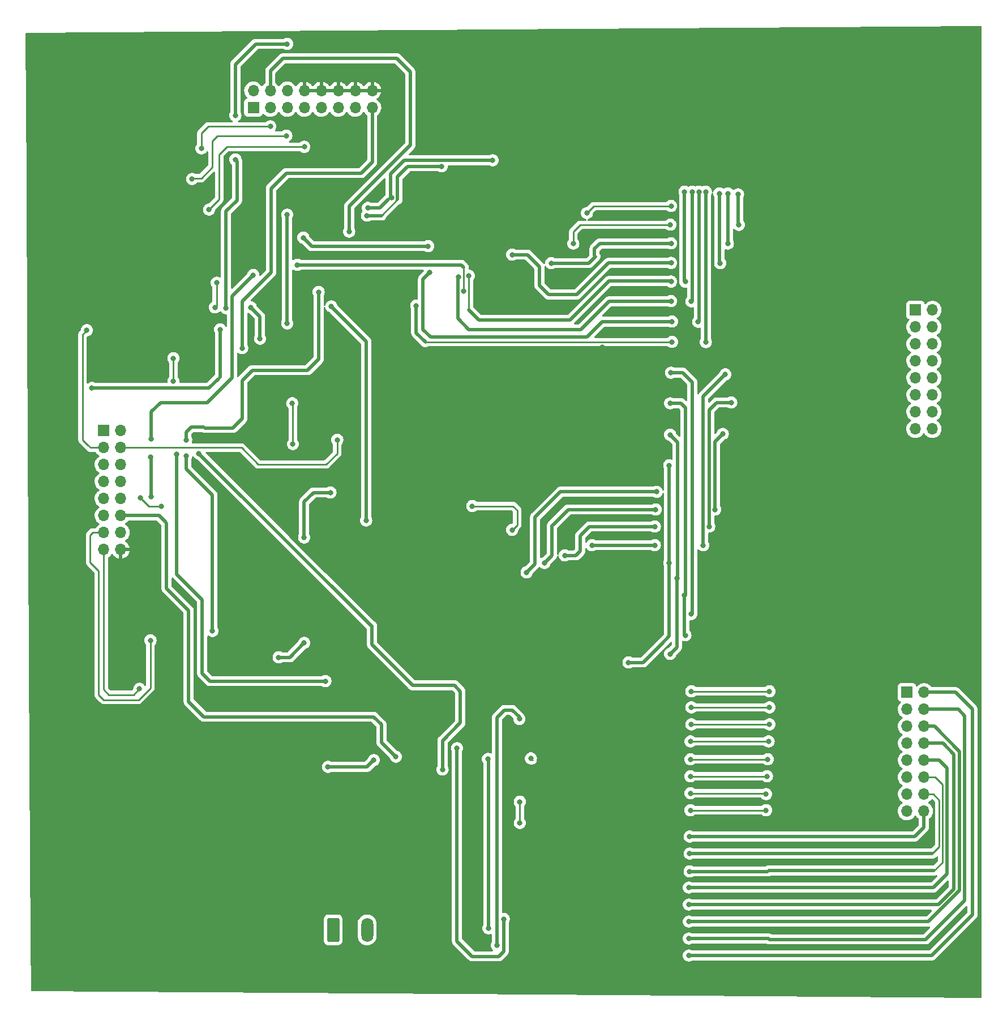
<source format=gbr>
%TF.GenerationSoftware,KiCad,Pcbnew,(6.0.1)*%
%TF.CreationDate,2026-02-13T09:13:13+05:30*%
%TF.ProjectId,bluetooth-daq-digital-submodule,626c7565-746f-46f7-9468-2d6461712d64,rev?*%
%TF.SameCoordinates,Original*%
%TF.FileFunction,Copper,L2,Bot*%
%TF.FilePolarity,Positive*%
%FSLAX46Y46*%
G04 Gerber Fmt 4.6, Leading zero omitted, Abs format (unit mm)*
G04 Created by KiCad (PCBNEW (6.0.1)) date 2026-02-13 09:13:13*
%MOMM*%
%LPD*%
G01*
G04 APERTURE LIST*
G04 Aperture macros list*
%AMRoundRect*
0 Rectangle with rounded corners*
0 $1 Rounding radius*
0 $2 $3 $4 $5 $6 $7 $8 $9 X,Y pos of 4 corners*
0 Add a 4 corners polygon primitive as box body*
4,1,4,$2,$3,$4,$5,$6,$7,$8,$9,$2,$3,0*
0 Add four circle primitives for the rounded corners*
1,1,$1+$1,$2,$3*
1,1,$1+$1,$4,$5*
1,1,$1+$1,$6,$7*
1,1,$1+$1,$8,$9*
0 Add four rect primitives between the rounded corners*
20,1,$1+$1,$2,$3,$4,$5,0*
20,1,$1+$1,$4,$5,$6,$7,0*
20,1,$1+$1,$6,$7,$8,$9,0*
20,1,$1+$1,$8,$9,$2,$3,0*%
G04 Aperture macros list end*
%TA.AperFunction,ComponentPad*%
%ADD10R,1.700000X1.700000*%
%TD*%
%TA.AperFunction,ComponentPad*%
%ADD11O,1.700000X1.700000*%
%TD*%
%TA.AperFunction,ComponentPad*%
%ADD12RoundRect,0.250000X-0.650000X-1.550000X0.650000X-1.550000X0.650000X1.550000X-0.650000X1.550000X0*%
%TD*%
%TA.AperFunction,ComponentPad*%
%ADD13O,1.800000X3.600000*%
%TD*%
%TA.AperFunction,ViaPad*%
%ADD14C,0.800000*%
%TD*%
%TA.AperFunction,Conductor*%
%ADD15C,0.250000*%
%TD*%
%TA.AperFunction,Conductor*%
%ADD16C,0.500000*%
%TD*%
G04 APERTURE END LIST*
D10*
%TO.P,J4,1,Pin_1*%
%TO.N,XSPI_SEL_OUT*%
X118379000Y-86111000D03*
D11*
%TO.P,J4,2,Pin_2*%
%TO.N,5V*%
X118379000Y-83571000D03*
%TO.P,J4,3,Pin_3*%
%TO.N,XSPI_MISO*%
X120919000Y-86111000D03*
%TO.P,J4,4,Pin_4*%
%TO.N,I2C_SDA_OUT*%
X120919000Y-83571000D03*
%TO.P,J4,5,Pin_5*%
%TO.N,XSPI_MOSI*%
X123459000Y-86111000D03*
%TO.P,J4,6,Pin_6*%
%TO.N,I2C_SCL_OUT*%
X123459000Y-83571000D03*
%TO.P,J4,7,Pin_7*%
%TO.N,XSPI_SCLK*%
X125999000Y-86111000D03*
%TO.P,J4,8,Pin_8*%
%TO.N,GND*%
X125999000Y-83571000D03*
%TO.P,J4,9,Pin_9*%
%TO.N,XUART_TX*%
X128539000Y-86111000D03*
%TO.P,J4,10,Pin_10*%
%TO.N,GND*%
X128539000Y-83571000D03*
%TO.P,J4,11,Pin_11*%
%TO.N,XUART_RX*%
X131079000Y-86111000D03*
%TO.P,J4,12,Pin_12*%
%TO.N,GND*%
X131079000Y-83571000D03*
%TO.P,J4,13,Pin_13*%
%TO.N,XI2C_SDA*%
X133619000Y-86111000D03*
%TO.P,J4,14,Pin_14*%
%TO.N,GND*%
X133619000Y-83571000D03*
%TO.P,J4,15,Pin_15*%
%TO.N,XI2C_SCL*%
X136159000Y-86111000D03*
%TO.P,J4,16,Pin_16*%
%TO.N,GND*%
X136159000Y-83571000D03*
%TD*%
D10*
%TO.P,J1,1,Pin_1*%
%TO.N,MOSI*%
X96007000Y-134381000D03*
D11*
%TO.P,J1,2,Pin_2*%
%TO.N,XCVR_DRV_EN*%
X98547000Y-134381000D03*
%TO.P,J1,3,Pin_3*%
%TO.N,MISO*%
X96007000Y-136921000D03*
%TO.P,J1,4,Pin_4*%
%TO.N,I2C_SEL*%
X98547000Y-136921000D03*
%TO.P,J1,5,Pin_5*%
%TO.N,SCLK*%
X96007000Y-139461000D03*
%TO.P,J1,6,Pin_6*%
%TO.N,I2C_SDA*%
X98547000Y-139461000D03*
%TO.P,J1,7,Pin_7*%
%TO.N,XRAM_SEL*%
X96007000Y-142001000D03*
%TO.P,J1,8,Pin_8*%
%TO.N,I2C_SCL*%
X98547000Y-142001000D03*
%TO.P,J1,9,Pin_9*%
%TO.N,3V3*%
X96007000Y-144541000D03*
%TO.P,J1,10,Pin_10*%
%TO.N,DI_LOAD*%
X98547000Y-144541000D03*
%TO.P,J1,11,Pin_11*%
%TO.N,UART_SEL*%
X96007000Y-147081000D03*
%TO.P,J1,12,Pin_12*%
%TO.N,DO_LOAD*%
X98547000Y-147081000D03*
%TO.P,J1,13,Pin_13*%
%TO.N,UART_TX*%
X96007000Y-149621000D03*
%TO.P,J1,14,Pin_14*%
%TO.N,XSPI_SEL*%
X98547000Y-149621000D03*
%TO.P,J1,15,Pin_15*%
%TO.N,UART_RX*%
X96007000Y-152161000D03*
%TO.P,J1,16,Pin_16*%
%TO.N,GND*%
X98547000Y-152161000D03*
%TD*%
D10*
%TO.P,J3,1,Pin_1*%
%TO.N,DOUT7*%
X216149000Y-173497000D03*
D11*
%TO.P,J3,2,Pin_2*%
%TO.N,DOUT8*%
X218689000Y-173497000D03*
%TO.P,J3,3,Pin_3*%
%TO.N,DOUT6*%
X216149000Y-176037000D03*
%TO.P,J3,4,Pin_4*%
%TO.N,DOUT9*%
X218689000Y-176037000D03*
%TO.P,J3,5,Pin_5*%
%TO.N,DOUT5*%
X216149000Y-178577000D03*
%TO.P,J3,6,Pin_6*%
%TO.N,DOUT10*%
X218689000Y-178577000D03*
%TO.P,J3,7,Pin_7*%
%TO.N,DOUT4*%
X216149000Y-181117000D03*
%TO.P,J3,8,Pin_8*%
%TO.N,DOUT11*%
X218689000Y-181117000D03*
%TO.P,J3,9,Pin_9*%
%TO.N,DOUT3*%
X216149000Y-183657000D03*
%TO.P,J3,10,Pin_10*%
%TO.N,DOUT12*%
X218689000Y-183657000D03*
%TO.P,J3,11,Pin_11*%
%TO.N,DOUT2*%
X216149000Y-186197000D03*
%TO.P,J3,12,Pin_12*%
%TO.N,DOUT13*%
X218689000Y-186197000D03*
%TO.P,J3,13,Pin_13*%
%TO.N,DOUT1*%
X216149000Y-188737000D03*
%TO.P,J3,14,Pin_14*%
%TO.N,DOUT14*%
X218689000Y-188737000D03*
%TO.P,J3,15,Pin_15*%
%TO.N,DOUT0*%
X216149000Y-191277000D03*
%TO.P,J3,16,Pin_16*%
%TO.N,DOUT15*%
X218689000Y-191277000D03*
%TD*%
D12*
%TO.P,J5,1,Pin_1*%
%TO.N,Net-(D33-Pad1)*%
X130319500Y-209022500D03*
D13*
%TO.P,J5,2,Pin_2*%
%TO.N,Net-(D33-Pad2)*%
X135399500Y-209022500D03*
%TD*%
D11*
%TO.P,J2,16,Pin_16*%
%TO.N,DIN8*%
X219959000Y-134127000D03*
%TO.P,J2,15,Pin_15*%
%TO.N,DIN7*%
X217419000Y-134127000D03*
%TO.P,J2,14,Pin_14*%
%TO.N,DIN9*%
X219959000Y-131587000D03*
%TO.P,J2,13,Pin_13*%
%TO.N,DIN6*%
X217419000Y-131587000D03*
%TO.P,J2,12,Pin_12*%
%TO.N,DIN10*%
X219959000Y-129047000D03*
%TO.P,J2,11,Pin_11*%
%TO.N,DIN5*%
X217419000Y-129047000D03*
%TO.P,J2,10,Pin_10*%
%TO.N,DIN11*%
X219959000Y-126507000D03*
%TO.P,J2,9,Pin_9*%
%TO.N,DIN4*%
X217419000Y-126507000D03*
%TO.P,J2,8,Pin_8*%
%TO.N,DIN12*%
X219959000Y-123967000D03*
%TO.P,J2,7,Pin_7*%
%TO.N,DIN3*%
X217419000Y-123967000D03*
%TO.P,J2,6,Pin_6*%
%TO.N,DIN13*%
X219959000Y-121427000D03*
%TO.P,J2,5,Pin_5*%
%TO.N,DIN2*%
X217419000Y-121427000D03*
%TO.P,J2,4,Pin_4*%
%TO.N,DIN14*%
X219959000Y-118887000D03*
%TO.P,J2,3,Pin_3*%
%TO.N,DIN1*%
X217419000Y-118887000D03*
%TO.P,J2,2,Pin_2*%
%TO.N,DIN15*%
X219959000Y-116347000D03*
D10*
%TO.P,J2,1,Pin_1*%
%TO.N,DIN0*%
X217419000Y-116347000D03*
%TD*%
D14*
%TO.N,DO_LOAD*%
X153466800Y-183464200D03*
X153543000Y-208788000D03*
%TO.N,SCLK*%
X155829000Y-207391000D03*
%TO.N,GND*%
X156083000Y-184658000D03*
%TO.N,3V3*%
X158242000Y-189865000D03*
X158242000Y-193040000D03*
X157099000Y-149225000D03*
X151130000Y-145669000D03*
%TO.N,GND*%
X154051000Y-116078000D03*
%TO.N,3V3*%
X106426000Y-123571000D03*
X106426000Y-127000000D03*
%TO.N,GND*%
X147701000Y-175895000D03*
X152527000Y-209550000D03*
X118999000Y-130683000D03*
X172720000Y-77597000D03*
X152146000Y-130937000D03*
X145034000Y-188214000D03*
X123444000Y-120015000D03*
X101219000Y-83947000D03*
X164465000Y-202438000D03*
X129159000Y-137033000D03*
X190500000Y-215900000D03*
X129159000Y-182626000D03*
X97536000Y-105664000D03*
X137033000Y-138176000D03*
X200279000Y-77597000D03*
X198501000Y-142113000D03*
X115443000Y-149606000D03*
X156083000Y-161671000D03*
X122047000Y-165608000D03*
X155702000Y-105537000D03*
X99314000Y-171831000D03*
X155702000Y-150495000D03*
X145669000Y-96520000D03*
X165989000Y-171196000D03*
X100965000Y-121412000D03*
X170561000Y-121920000D03*
X189992000Y-170561000D03*
X119634000Y-137160000D03*
%TO.N,DOUT7*%
X195580000Y-173355000D03*
X183896000Y-173355000D03*
%TO.N,DOUT6*%
X183896000Y-175768000D03*
X195580000Y-175768000D03*
%TO.N,DOUT5*%
X183896000Y-178308000D03*
X195580000Y-178308000D03*
%TO.N,DOUT4*%
X183769000Y-180848000D03*
X195453000Y-180848000D03*
%TO.N,DOUT3*%
X195326000Y-183515000D03*
X183769000Y-183515000D03*
%TO.N,DOUT2*%
X183769000Y-186055000D03*
X195199000Y-186055000D03*
%TO.N,DOUT1*%
X183769000Y-188595000D03*
X195072000Y-188722000D03*
%TO.N,DOUT0*%
X183769000Y-191135000D03*
X195072000Y-191135000D03*
%TO.N,DOUT15*%
X183642000Y-195072000D03*
%TO.N,DOUT14*%
X183642000Y-197612000D03*
%TO.N,DOUT13*%
X183642000Y-200279000D03*
%TO.N,DOUT12*%
X183515000Y-202692000D03*
%TO.N,DOUT11*%
X183515000Y-205232000D03*
%TO.N,DOUT10*%
X183515000Y-207772000D03*
%TO.N,DOUT9*%
X183515000Y-210312000D03*
%TO.N,DOUT8*%
X183515000Y-212852000D03*
%TO.N,3V3*%
X112649000Y-115951000D03*
X112903000Y-112268000D03*
%TO.N,5V*%
X129540000Y-184658000D03*
X136398000Y-183642000D03*
%TO.N,Net-(C36-Pad2)*%
X159258000Y-155575000D03*
X178714400Y-143535400D03*
%TO.N,Net-(C35-Pad2)*%
X187452000Y-146177000D03*
X188595000Y-134874000D03*
X178562000Y-146177000D03*
X161925000Y-154178000D03*
%TO.N,Net-(C34-Pad2)*%
X178435000Y-148717000D03*
X164973000Y-153035000D03*
X186563000Y-148717000D03*
X189865000Y-130175000D03*
%TO.N,Net-(C33-Pad2)*%
X185674000Y-151511000D03*
X169037000Y-151511000D03*
X178435000Y-151511000D03*
X188976000Y-125984000D03*
%TO.N,Net-(C32-Pad2)*%
X174498000Y-169037000D03*
X180594000Y-139573000D03*
X180594000Y-154178000D03*
%TO.N,Net-(C31-Pad2)*%
X181737000Y-156464000D03*
X180721000Y-167767000D03*
X180721000Y-135001000D03*
%TO.N,Net-(C30-Pad2)*%
X183007000Y-164973000D03*
X180721000Y-130302000D03*
X182880000Y-159004000D03*
%TO.N,Net-(C29-Pad2)*%
X180848000Y-125730000D03*
X183896000Y-161798000D03*
%TO.N,Net-(C40-Pad2)*%
X180873400Y-100812600D03*
X168275000Y-101854000D03*
%TO.N,Net-(C41-Pad2)*%
X166243000Y-106426000D03*
X190881000Y-99060000D03*
X191008000Y-103632000D03*
X180746400Y-103606600D03*
%TO.N,Net-(C42-Pad2)*%
X180873400Y-106400600D03*
X189357000Y-106426000D03*
X162941000Y-109347000D03*
X189357000Y-98933000D03*
%TO.N,Net-(C43-Pad2)*%
X188087000Y-98933000D03*
X157099000Y-108077000D03*
X188214000Y-109347000D03*
X180873400Y-109321600D03*
%TO.N,Net-(C44-Pad2)*%
X182981600Y-112115600D03*
X150622000Y-111252000D03*
X180873400Y-112115600D03*
X182880000Y-98679000D03*
%TO.N,Net-(C45-Pad2)*%
X183896000Y-115062000D03*
X149098000Y-111379000D03*
X184023000Y-98679000D03*
X180873400Y-115036600D03*
%TO.N,Net-(C46-Pad2)*%
X184912000Y-118110000D03*
X185039000Y-98679000D03*
X144780000Y-110744000D03*
X181000400Y-118084600D03*
%TO.N,Net-(C47-Pad2)*%
X186055000Y-121158000D03*
X142748000Y-115697000D03*
X186055000Y-98679000D03*
X181000400Y-121132600D03*
%TO.N,MOSI*%
X146685000Y-185039000D03*
X110236000Y-137795000D03*
X123444000Y-102108000D03*
X123444000Y-118364000D03*
%TO.N,XCVR_DRV_EN*%
X129159000Y-171831000D03*
X106934000Y-137922000D03*
%TO.N,MISO*%
X149860000Y-113538000D03*
X93472000Y-119380000D03*
X124968000Y-109601000D03*
%TO.N,I2C_SEL*%
X130937000Y-135763000D03*
%TO.N,SCLK*%
X144526000Y-106807000D03*
X94234000Y-128016000D03*
X113411000Y-119253000D03*
X125857000Y-105537000D03*
X135255000Y-147828000D03*
X130048000Y-115824000D03*
X148844000Y-181864000D03*
%TO.N,I2C_SCL*%
X124201701Y-130297701D03*
X124295500Y-136398000D03*
%TO.N,DI_LOAD*%
X101473000Y-144399000D03*
X104648000Y-145669000D03*
%TO.N,XSPI_SEL*%
X103124000Y-144272000D03*
X103124000Y-135636000D03*
X118364000Y-111125000D03*
X102997000Y-138303000D03*
%TO.N,DO_LOAD*%
X159893000Y-183388000D03*
X139700000Y-183134000D03*
%TO.N,UART_TX*%
X102997000Y-165735000D03*
%TO.N,UART_RX*%
X101346000Y-172974000D03*
%TO.N,XSPI_MISO*%
X120919000Y-88915000D03*
X110617000Y-92202000D03*
%TO.N,I2C_SDA_OUT*%
X132715000Y-104648000D03*
%TO.N,XSPI_MOSI*%
X123317000Y-90297000D03*
X109220000Y-96774000D03*
%TO.N,I2C_SCL_OUT*%
X114300000Y-116078000D03*
X117983000Y-115951000D03*
X123444000Y-76581000D03*
X115697000Y-93853000D03*
X119380000Y-120650000D03*
X115697000Y-87249000D03*
%TO.N,XSPI_SCLK*%
X111760000Y-101346000D03*
X125999000Y-91963000D03*
%TO.N,XI2C_SCL*%
X116713000Y-122047000D03*
%TO.N,Net-(U1-Pad9)*%
X154813000Y-211328000D03*
X158180000Y-177484000D03*
%TO.N,Net-(D34-Pad1)*%
X108331000Y-138176000D03*
X146558000Y-94869000D03*
X135382000Y-102235000D03*
X108331000Y-135763000D03*
X112268000Y-164338000D03*
X128143000Y-113665000D03*
%TO.N,Net-(D35-Pad2)*%
X125984000Y-166116000D03*
X154178000Y-93980000D03*
X129921000Y-143637000D03*
X139065000Y-99568000D03*
X122174000Y-168275000D03*
X125984000Y-150368000D03*
X135509000Y-101092000D03*
%TD*%
D15*
%TO.N,DO_LOAD*%
X153543000Y-183540400D02*
X153466800Y-183464200D01*
D16*
X153543000Y-208788000D02*
X153543000Y-183540400D01*
%TO.N,SCLK*%
X155829000Y-212217000D02*
X155829000Y-207391000D01*
D15*
%TO.N,3V3*%
X158242000Y-189865000D02*
X158242000Y-193040000D01*
X157861000Y-148463000D02*
X157099000Y-149225000D01*
X157226000Y-145669000D02*
X157861000Y-146304000D01*
X151130000Y-145669000D02*
X157226000Y-145669000D01*
X157861000Y-146304000D02*
X157861000Y-148463000D01*
D16*
%TO.N,GND*%
X155702000Y-114427000D02*
X154051000Y-116078000D01*
X155702000Y-105537000D02*
X155702000Y-114427000D01*
D15*
%TO.N,3V3*%
X106426000Y-127000000D02*
X106426000Y-123571000D01*
%TO.N,DOUT7*%
X183896000Y-173355000D02*
X195580000Y-173355000D01*
%TO.N,DOUT6*%
X183896000Y-175768000D02*
X195580000Y-175768000D01*
%TO.N,DOUT5*%
X183896000Y-178308000D02*
X195580000Y-178308000D01*
%TO.N,DOUT4*%
X183769000Y-180848000D02*
X195453000Y-180848000D01*
%TO.N,DOUT3*%
X183769000Y-183515000D02*
X195326000Y-183515000D01*
%TO.N,DOUT2*%
X183769000Y-186055000D02*
X195199000Y-186055000D01*
%TO.N,DOUT1*%
X194945000Y-188595000D02*
X195072000Y-188722000D01*
X183769000Y-188595000D02*
X194945000Y-188595000D01*
%TO.N,DOUT0*%
X183769000Y-191135000D02*
X195072000Y-191135000D01*
D16*
%TO.N,DOUT15*%
X218689000Y-193670000D02*
X218689000Y-191277000D01*
X183642000Y-195072000D02*
X195707000Y-195072000D01*
D15*
X218694000Y-193675000D02*
X218689000Y-193670000D01*
D16*
X217297000Y-195072000D02*
X218694000Y-193675000D01*
X195707000Y-195072000D02*
X217297000Y-195072000D01*
D15*
%TO.N,DOUT14*%
X220106000Y-188737000D02*
X218689000Y-188737000D01*
X219964000Y-197612000D02*
X220980000Y-196596000D01*
X220980000Y-189611000D02*
X220106000Y-188737000D01*
D16*
X183642000Y-197612000D02*
X195580000Y-197612000D01*
D15*
X220980000Y-196596000D02*
X220980000Y-189611000D01*
D16*
X195580000Y-197612000D02*
X219964000Y-197612000D01*
D15*
%TO.N,DOUT13*%
X221429520Y-187266520D02*
X220360000Y-186197000D01*
D16*
X183642000Y-200279000D02*
X195326000Y-200279000D01*
D15*
X195326000Y-200279000D02*
X195453000Y-200152000D01*
X220218000Y-200152000D02*
X221429520Y-198940480D01*
X220360000Y-186197000D02*
X218689000Y-186197000D01*
X221429520Y-198940480D02*
X221429520Y-187266520D01*
D16*
X195453000Y-200152000D02*
X220218000Y-200152000D01*
%TO.N,DOUT12*%
X220965000Y-183657000D02*
X218689000Y-183657000D01*
D15*
X220980000Y-183642000D02*
X220965000Y-183657000D01*
D16*
X222123000Y-184785000D02*
X220980000Y-183642000D01*
X222123000Y-200660000D02*
X222123000Y-184785000D01*
X195453000Y-202692000D02*
X220091000Y-202692000D01*
X220091000Y-202692000D02*
X222123000Y-200660000D01*
X183515000Y-202692000D02*
X195453000Y-202692000D01*
%TO.N,DOUT11*%
X223139000Y-202946000D02*
X223139000Y-182753000D01*
X183515000Y-205232000D02*
X195453000Y-205232000D01*
X220853000Y-205232000D02*
X223139000Y-202946000D01*
X195453000Y-205232000D02*
X220853000Y-205232000D01*
X221503000Y-181117000D02*
X218689000Y-181117000D01*
X223139000Y-182753000D02*
X221503000Y-181117000D01*
%TO.N,DOUT10*%
X219329000Y-207772000D02*
X195453000Y-207772000D01*
X218689000Y-178577000D02*
X220233000Y-178577000D01*
X224028000Y-182372000D02*
X224028000Y-203073000D01*
X220233000Y-178577000D02*
X224028000Y-182372000D01*
X183515000Y-207772000D02*
X195453000Y-207772000D01*
X224028000Y-203073000D02*
X219329000Y-207772000D01*
%TO.N,DOUT9*%
X224790000Y-204597000D02*
X218948000Y-210439000D01*
X224790000Y-177038000D02*
X224790000Y-204597000D01*
X183515000Y-210312000D02*
X195453000Y-210312000D01*
X218948000Y-210439000D02*
X195580000Y-210439000D01*
X223789000Y-176037000D02*
X224790000Y-177038000D01*
D15*
X195580000Y-210439000D02*
X195453000Y-210312000D01*
D16*
X218689000Y-176037000D02*
X223789000Y-176037000D01*
%TO.N,DOUT8*%
X225933000Y-176022000D02*
X225933000Y-206756000D01*
X223408000Y-173497000D02*
X225933000Y-176022000D01*
X225933000Y-206756000D02*
X219837000Y-212852000D01*
X218689000Y-173497000D02*
X223408000Y-173497000D01*
X183515000Y-212852000D02*
X195453000Y-212852000D01*
X219837000Y-212852000D02*
X195453000Y-212852000D01*
D15*
%TO.N,3V3*%
X112649000Y-115951000D02*
X112903000Y-115697000D01*
X112903000Y-115697000D02*
X112903000Y-112268000D01*
D16*
%TO.N,5V*%
X129540000Y-184658000D02*
X135382000Y-184658000D01*
X135382000Y-184658000D02*
X136398000Y-183642000D01*
%TO.N,Net-(C36-Pad2)*%
X160528000Y-154305000D02*
X159258000Y-155575000D01*
X164312600Y-143535400D02*
X160528000Y-147320000D01*
X160528000Y-147320000D02*
X160528000Y-153289000D01*
X160528000Y-153289000D02*
X160528000Y-154305000D01*
X178714400Y-143535400D02*
X164312600Y-143535400D01*
%TO.N,Net-(C35-Pad2)*%
X187452000Y-146177000D02*
X187452000Y-136017000D01*
X163068000Y-148590000D02*
X163068000Y-152908000D01*
X178562000Y-146177000D02*
X165481000Y-146177000D01*
X187452000Y-136017000D02*
X188595000Y-134874000D01*
D15*
X163195000Y-148463000D02*
X163068000Y-148590000D01*
D16*
X163068000Y-153035000D02*
X161925000Y-154178000D01*
X165481000Y-146177000D02*
X163195000Y-148463000D01*
D15*
X163068000Y-152908000D02*
X163068000Y-153035000D01*
D16*
%TO.N,Net-(C34-Pad2)*%
X186563000Y-131318000D02*
X187579000Y-130302000D01*
X186563000Y-148717000D02*
X186563000Y-131318000D01*
X167259000Y-150114000D02*
X167259000Y-152400000D01*
X168656000Y-148717000D02*
X167386000Y-149987000D01*
D15*
X187579000Y-130302000D02*
X187706000Y-130175000D01*
D16*
X178435000Y-148717000D02*
X168656000Y-148717000D01*
X167259000Y-152400000D02*
X166624000Y-153035000D01*
X187706000Y-130175000D02*
X189865000Y-130175000D01*
D15*
X167386000Y-149987000D02*
X167259000Y-150114000D01*
D16*
X166624000Y-153035000D02*
X164973000Y-153035000D01*
%TO.N,Net-(C33-Pad2)*%
X185674000Y-129286000D02*
X188976000Y-125984000D01*
X178435000Y-151511000D02*
X169037000Y-151511000D01*
X185674000Y-151511000D02*
X185674000Y-129286000D01*
%TO.N,Net-(C32-Pad2)*%
X180594000Y-139573000D02*
X180594000Y-154178000D01*
X179451000Y-166243000D02*
X176657000Y-169037000D01*
X176657000Y-169037000D02*
X174498000Y-169037000D01*
X180594000Y-165100000D02*
X179451000Y-166243000D01*
X180594000Y-154178000D02*
X180594000Y-165100000D01*
D15*
%TO.N,Net-(C31-Pad2)*%
X181864000Y-156337000D02*
X181737000Y-156464000D01*
D16*
X181864000Y-136144000D02*
X181864000Y-156337000D01*
X181737000Y-156464000D02*
X181737000Y-166751000D01*
X180721000Y-135001000D02*
X181864000Y-136144000D01*
X181737000Y-166751000D02*
X180721000Y-167767000D01*
D15*
%TO.N,Net-(C30-Pad2)*%
X183007000Y-158877000D02*
X182880000Y-159004000D01*
D16*
X183007000Y-130937000D02*
X183007000Y-158877000D01*
D15*
X182880000Y-164846000D02*
X183007000Y-164973000D01*
D16*
X180721000Y-130302000D02*
X182372000Y-130302000D01*
X182880000Y-159004000D02*
X182880000Y-164846000D01*
X182372000Y-130302000D02*
X183007000Y-130937000D01*
%TO.N,Net-(C29-Pad2)*%
X182626000Y-125730000D02*
X184023000Y-127127000D01*
X184023000Y-127127000D02*
X184023000Y-161671000D01*
X180848000Y-125730000D02*
X182626000Y-125730000D01*
D15*
X184023000Y-161671000D02*
X183896000Y-161798000D01*
%TO.N,Net-(C40-Pad2)*%
X169291000Y-100838000D02*
X168275000Y-101854000D01*
X169291000Y-100838000D02*
X180848000Y-100838000D01*
X180848000Y-100838000D02*
X180873400Y-100812600D01*
%TO.N,Net-(C41-Pad2)*%
X166243000Y-104648000D02*
X167259000Y-103632000D01*
X180721000Y-103632000D02*
X180746400Y-103606600D01*
X167259000Y-103632000D02*
X180721000Y-103632000D01*
X166243000Y-106426000D02*
X166243000Y-104648000D01*
D16*
X190881000Y-99060000D02*
X190881000Y-103505000D01*
D15*
X190881000Y-103505000D02*
X191008000Y-103632000D01*
D16*
%TO.N,Net-(C42-Pad2)*%
X169418000Y-107188000D02*
X170205400Y-106400600D01*
X162941000Y-109347000D02*
X168529000Y-109347000D01*
X168529000Y-109347000D02*
X169545000Y-108331000D01*
X170205400Y-106400600D02*
X180873400Y-106400600D01*
D15*
X169545000Y-108331000D02*
X169418000Y-108204000D01*
D16*
X169418000Y-108204000D02*
X169418000Y-107188000D01*
X189357000Y-98933000D02*
X189357000Y-106426000D01*
%TO.N,Net-(C43-Pad2)*%
X180873400Y-109321600D02*
X171475400Y-109321600D01*
X171475400Y-109321600D02*
X167640000Y-113157000D01*
X188087000Y-98933000D02*
X188087000Y-109220000D01*
X159385000Y-108077000D02*
X157099000Y-108077000D01*
X166751000Y-114046000D02*
X162560000Y-114046000D01*
X161163000Y-112649000D02*
X161163000Y-110998000D01*
X167640000Y-113157000D02*
X166751000Y-114046000D01*
X162560000Y-114046000D02*
X161163000Y-112649000D01*
X161163000Y-110998000D02*
X161163000Y-109855000D01*
X161163000Y-109855000D02*
X159385000Y-108077000D01*
D15*
X188087000Y-109220000D02*
X188214000Y-109347000D01*
%TO.N,Net-(C44-Pad2)*%
X150622000Y-111252000D02*
X150622000Y-116332000D01*
X180771800Y-112014000D02*
X180873400Y-112115600D01*
D16*
X152146000Y-117856000D02*
X165735000Y-117856000D01*
X182880000Y-98679000D02*
X182880000Y-112014000D01*
X171577000Y-112014000D02*
X180771800Y-112014000D01*
X150622000Y-116332000D02*
X152146000Y-117856000D01*
D15*
X180746400Y-111988600D02*
X180873400Y-112115600D01*
X182880000Y-112014000D02*
X182981600Y-112115600D01*
D16*
X165735000Y-117856000D02*
X171577000Y-112014000D01*
%TO.N,Net-(C45-Pad2)*%
X184023000Y-98679000D02*
X184023000Y-114935000D01*
D15*
X180848000Y-115062000D02*
X180873400Y-115036600D01*
D16*
X171577000Y-115062000D02*
X180848000Y-115062000D01*
X167386000Y-119253000D02*
X150622000Y-119253000D01*
D15*
X148971000Y-111506000D02*
X149098000Y-111379000D01*
X184023000Y-114935000D02*
X183896000Y-115062000D01*
D16*
X148971000Y-117602000D02*
X148971000Y-111506000D01*
X171577000Y-115062000D02*
X167386000Y-119253000D01*
X150622000Y-119253000D02*
X148971000Y-117602000D01*
%TO.N,Net-(C46-Pad2)*%
X143764000Y-119253000D02*
X143764000Y-111760000D01*
X170561000Y-118110000D02*
X180975000Y-118110000D01*
D15*
X180975000Y-118110000D02*
X181000400Y-118084600D01*
X185039000Y-117983000D02*
X184912000Y-118110000D01*
D16*
X168275000Y-120396000D02*
X144907000Y-120396000D01*
X144907000Y-120396000D02*
X143764000Y-119253000D01*
X170561000Y-118110000D02*
X168275000Y-120396000D01*
X185039000Y-98679000D02*
X185039000Y-117983000D01*
X143764000Y-111760000D02*
X144780000Y-110744000D01*
%TO.N,Net-(C47-Pad2)*%
X142748000Y-115697000D02*
X142748000Y-119761000D01*
X142748000Y-119761000D02*
X144145000Y-121158000D01*
X186055000Y-98679000D02*
X186055000Y-121158000D01*
D15*
X180975000Y-121158000D02*
X181000400Y-121132600D01*
X144145000Y-121158000D02*
X180975000Y-121158000D01*
D16*
%TO.N,MOSI*%
X142240000Y-172466000D02*
X148463000Y-172466000D01*
D15*
X136017000Y-163576000D02*
X136144000Y-163576000D01*
D16*
X123444000Y-118364000D02*
X123444000Y-102108000D01*
X149352000Y-173355000D02*
X149352000Y-178054000D01*
X146685000Y-180721000D02*
X146685000Y-185039000D01*
X110236000Y-137795000D02*
X136017000Y-163576000D01*
X136144000Y-163576000D02*
X136144000Y-166370000D01*
X148463000Y-172466000D02*
X149352000Y-173355000D01*
X149352000Y-178054000D02*
X146685000Y-180721000D01*
X136144000Y-166370000D02*
X142240000Y-172466000D01*
%TO.N,XCVR_DRV_EN*%
X110744000Y-170688000D02*
X111887000Y-171831000D01*
X111887000Y-171831000D02*
X112776000Y-171831000D01*
X112776000Y-171831000D02*
X129159000Y-171831000D01*
X106934000Y-137922000D02*
X106934000Y-155829000D01*
X106934000Y-155829000D02*
X110744000Y-159639000D01*
X110744000Y-159639000D02*
X110744000Y-170688000D01*
D15*
%TO.N,MISO*%
X93995000Y-136921000D02*
X93599000Y-136525000D01*
X93599000Y-136525000D02*
X92837000Y-135763000D01*
D16*
X149860000Y-109982000D02*
X149479000Y-109601000D01*
D15*
X92837000Y-135763000D02*
X92837000Y-120904000D01*
X149860000Y-113538000D02*
X149860000Y-109982000D01*
X92837000Y-120904000D02*
X92837000Y-120015000D01*
X92837000Y-120015000D02*
X93472000Y-119380000D01*
X96007000Y-136921000D02*
X93995000Y-136921000D01*
D16*
X149479000Y-109601000D02*
X124968000Y-109601000D01*
D15*
%TO.N,I2C_SEL*%
X98547000Y-136921000D02*
X116601000Y-136921000D01*
X130937000Y-137795000D02*
X130937000Y-135763000D01*
X129286000Y-139446000D02*
X130937000Y-137795000D01*
X119126000Y-139446000D02*
X129286000Y-139446000D01*
X116601000Y-136921000D02*
X119126000Y-139446000D01*
D16*
%TO.N,SCLK*%
X135255000Y-121031000D02*
X130048000Y-115824000D01*
X148844000Y-210693000D02*
X151130000Y-212979000D01*
D15*
X113157000Y-126619000D02*
X113411000Y-126365000D01*
D16*
X135255000Y-147828000D02*
X135255000Y-121031000D01*
X155067000Y-212979000D02*
X155829000Y-212217000D01*
X144526000Y-106807000D02*
X127127000Y-106807000D01*
X94234000Y-128016000D02*
X111760000Y-128016000D01*
X113411000Y-126365000D02*
X113411000Y-119253000D01*
X151130000Y-212979000D02*
X155067000Y-212979000D01*
X148844000Y-181864000D02*
X148844000Y-210693000D01*
X127127000Y-106807000D02*
X125857000Y-105537000D01*
X111760000Y-128016000D02*
X113157000Y-126619000D01*
D15*
%TO.N,I2C_SCL*%
X124295500Y-130391500D02*
X124295500Y-136398000D01*
X124201701Y-130297701D02*
X124295500Y-130391500D01*
%TO.N,DI_LOAD*%
X101473000Y-144399000D02*
X102743000Y-145669000D01*
X102743000Y-145669000D02*
X104648000Y-145669000D01*
D16*
%TO.N,XSPI_SEL*%
X103124000Y-131572000D02*
X103124000Y-135636000D01*
X111506000Y-130175000D02*
X104521000Y-130175000D01*
X118364000Y-111125000D02*
X115189000Y-114300000D01*
X104521000Y-130175000D02*
X103124000Y-131572000D01*
D15*
X103124000Y-138430000D02*
X102997000Y-138303000D01*
D16*
X103124000Y-144272000D02*
X103124000Y-138430000D01*
X115189000Y-126492000D02*
X111506000Y-130175000D01*
X115189000Y-114300000D02*
X115189000Y-126492000D01*
%TO.N,DO_LOAD*%
X137541000Y-178308000D02*
X137541000Y-180975000D01*
X104282000Y-147081000D02*
X105283000Y-148082000D01*
X108712000Y-161290000D02*
X108712000Y-174879000D01*
X110998000Y-177165000D02*
X136398000Y-177165000D01*
D15*
X105283000Y-148082000D02*
X105410000Y-148209000D01*
D16*
X105410000Y-148209000D02*
X105410000Y-157988000D01*
X108712000Y-174879000D02*
X110998000Y-177165000D01*
X137541000Y-180975000D02*
X139700000Y-183134000D01*
X136398000Y-177165000D02*
X137541000Y-178308000D01*
X98547000Y-147081000D02*
X104282000Y-147081000D01*
X105410000Y-157988000D02*
X108712000Y-161290000D01*
D15*
X160147000Y-183642000D02*
X159893000Y-183388000D01*
%TO.N,UART_TX*%
X95250000Y-173863000D02*
X96012000Y-174625000D01*
X94346000Y-149621000D02*
X93980000Y-149987000D01*
X101219000Y-174625000D02*
X102997000Y-172847000D01*
X96012000Y-174625000D02*
X101219000Y-174625000D01*
X93980000Y-149987000D02*
X93980000Y-154051000D01*
X93980000Y-154051000D02*
X95250000Y-155321000D01*
X102997000Y-172847000D02*
X102997000Y-165735000D01*
X96007000Y-149621000D02*
X94346000Y-149621000D01*
X95250000Y-155321000D02*
X95250000Y-173863000D01*
%TO.N,UART_RX*%
X96774000Y-173863000D02*
X100457000Y-173863000D01*
X96007000Y-152161000D02*
X96007000Y-173096000D01*
X96007000Y-173096000D02*
X96774000Y-173863000D01*
X100457000Y-173863000D02*
X101346000Y-172974000D01*
%TO.N,XSPI_MISO*%
X120919000Y-88915000D02*
X111618000Y-88915000D01*
X111618000Y-88915000D02*
X110617000Y-89916000D01*
X110617000Y-89916000D02*
X110617000Y-92202000D01*
D16*
%TO.N,I2C_SDA_OUT*%
X141859000Y-91694000D02*
X132715000Y-100838000D01*
X122809000Y-78740000D02*
X139827000Y-78740000D01*
X141859000Y-80772000D02*
X141859000Y-91694000D01*
X132715000Y-100838000D02*
X132715000Y-104648000D01*
X139827000Y-78740000D02*
X141859000Y-80772000D01*
X120919000Y-83571000D02*
X120919000Y-80630000D01*
X120919000Y-80630000D02*
X122809000Y-78740000D01*
D15*
%TO.N,XSPI_MOSI*%
X110617000Y-96647000D02*
X110236000Y-96647000D01*
X123317000Y-90297000D02*
X113030000Y-90297000D01*
X112268000Y-94996000D02*
X110617000Y-96647000D01*
X110236000Y-96647000D02*
X109347000Y-96647000D01*
X113030000Y-90297000D02*
X112268000Y-91059000D01*
X109347000Y-96647000D02*
X109220000Y-96774000D01*
X112268000Y-91059000D02*
X112268000Y-94996000D01*
D16*
%TO.N,I2C_SCL_OUT*%
X119380000Y-120650000D02*
X119380000Y-117348000D01*
X114300000Y-101600000D02*
X115951000Y-99949000D01*
D15*
X115951000Y-94107000D02*
X115697000Y-93853000D01*
D16*
X115697000Y-79629000D02*
X118745000Y-76581000D01*
X115951000Y-99949000D02*
X115951000Y-94107000D01*
X119380000Y-117348000D02*
X117983000Y-115951000D01*
X114300000Y-116078000D02*
X114300000Y-101600000D01*
X118745000Y-76581000D02*
X123444000Y-76581000D01*
X115697000Y-87249000D02*
X115697000Y-79629000D01*
D15*
%TO.N,XSPI_SCLK*%
X113284000Y-93091000D02*
X113284000Y-99822000D01*
X113284000Y-99822000D02*
X111760000Y-101346000D01*
X125999000Y-91963000D02*
X114412000Y-91963000D01*
X114412000Y-91963000D02*
X113284000Y-93091000D01*
D16*
%TO.N,XI2C_SCL*%
X134493000Y-95885000D02*
X136159000Y-94219000D01*
X116713000Y-122047000D02*
X116713000Y-115062000D01*
X121031000Y-98171000D02*
X123317000Y-95885000D01*
X116713000Y-115062000D02*
X121031000Y-110744000D01*
X121031000Y-110744000D02*
X121031000Y-98171000D01*
X123317000Y-95885000D02*
X134493000Y-95885000D01*
X136159000Y-94219000D02*
X136159000Y-86111000D01*
%TO.N,Net-(U1-Pad9)*%
X158180000Y-177230000D02*
X157099000Y-176149000D01*
X154813000Y-177292000D02*
X154813000Y-211328000D01*
X157099000Y-176149000D02*
X155956000Y-176149000D01*
D15*
X158180000Y-177484000D02*
X158180000Y-177230000D01*
D16*
X155956000Y-176149000D02*
X154813000Y-177292000D01*
%TO.N,Net-(D34-Pad1)*%
X128143000Y-113665000D02*
X128143000Y-123698000D01*
X110998000Y-133858000D02*
X109093000Y-133858000D01*
D15*
X111125000Y-133985000D02*
X110998000Y-133858000D01*
D16*
X112268000Y-144018000D02*
X108331000Y-140081000D01*
X109093000Y-133858000D02*
X108331000Y-134620000D01*
X135382000Y-102235000D02*
X137541000Y-102235000D01*
X139954000Y-99822000D02*
X139954000Y-96520000D01*
X108331000Y-134620000D02*
X108331000Y-135763000D01*
X126492000Y-125349000D02*
X118237000Y-125349000D01*
D15*
X139954000Y-96520000D02*
X139954000Y-96393000D01*
D16*
X112268000Y-164338000D02*
X112268000Y-144018000D01*
X116713000Y-126873000D02*
X116713000Y-132588000D01*
D15*
X141351000Y-94996000D02*
X141478000Y-94869000D01*
D16*
X115316000Y-133985000D02*
X111125000Y-133985000D01*
X108331000Y-140081000D02*
X108331000Y-138176000D01*
X116713000Y-132588000D02*
X115316000Y-133985000D01*
D15*
X137541000Y-102235000D02*
X139954000Y-99822000D01*
D16*
X139954000Y-96393000D02*
X141351000Y-94996000D01*
X128143000Y-123698000D02*
X126492000Y-125349000D01*
X141478000Y-94869000D02*
X146558000Y-94869000D01*
X118237000Y-125349000D02*
X116713000Y-126873000D01*
%TO.N,Net-(D35-Pad2)*%
X125984000Y-166116000D02*
X123825000Y-168275000D01*
X141097000Y-93980000D02*
X154178000Y-93980000D01*
X125984000Y-145034000D02*
X125984000Y-150368000D01*
D15*
X138557000Y-99822000D02*
X138938000Y-99441000D01*
D16*
X129921000Y-143637000D02*
X127381000Y-143637000D01*
X123825000Y-168275000D02*
X122174000Y-168275000D01*
X127381000Y-143637000D02*
X125984000Y-145034000D01*
D15*
X138938000Y-99441000D02*
X139065000Y-99568000D01*
D16*
X138938000Y-99441000D02*
X138938000Y-96012000D01*
X137287000Y-101092000D02*
X138557000Y-99822000D01*
X138938000Y-96012000D02*
X140970000Y-93980000D01*
D15*
X140970000Y-93980000D02*
X141097000Y-93980000D01*
D16*
X135509000Y-101092000D02*
X137287000Y-101092000D01*
%TD*%
%TA.AperFunction,Conductor*%
%TO.N,GND*%
G36*
X227271366Y-73934420D02*
G01*
X227318239Y-73987744D01*
X227330000Y-74040899D01*
X227330000Y-219075090D01*
X227309998Y-219143211D01*
X227256342Y-219189704D01*
X227203095Y-219201087D01*
X161333437Y-218727012D01*
X85231934Y-218179297D01*
X85163959Y-218158805D01*
X85117854Y-218104816D01*
X85106843Y-218053986D01*
X85066405Y-210622900D01*
X128911000Y-210622900D01*
X128911337Y-210626146D01*
X128911337Y-210626150D01*
X128917294Y-210683556D01*
X128921974Y-210728666D01*
X128977950Y-210896446D01*
X129071022Y-211046848D01*
X129196197Y-211171805D01*
X129202427Y-211175645D01*
X129202428Y-211175646D01*
X129339590Y-211260194D01*
X129346762Y-211264615D01*
X129426505Y-211291064D01*
X129508111Y-211318132D01*
X129508113Y-211318132D01*
X129514639Y-211320297D01*
X129521475Y-211320997D01*
X129521478Y-211320998D01*
X129564531Y-211325409D01*
X129619100Y-211331000D01*
X131019900Y-211331000D01*
X131023146Y-211330663D01*
X131023150Y-211330663D01*
X131118808Y-211320738D01*
X131118812Y-211320737D01*
X131125666Y-211320026D01*
X131132202Y-211317845D01*
X131132204Y-211317845D01*
X131264306Y-211273772D01*
X131293446Y-211264050D01*
X131443848Y-211170978D01*
X131487701Y-211127049D01*
X131563634Y-211050983D01*
X131568805Y-211045803D01*
X131575503Y-211034937D01*
X131657775Y-210901468D01*
X131657776Y-210901466D01*
X131661615Y-210895238D01*
X131689184Y-210812121D01*
X131715132Y-210733889D01*
X131715132Y-210733887D01*
X131717297Y-210727361D01*
X131728000Y-210622900D01*
X131728000Y-209982512D01*
X133991000Y-209982512D01*
X134006117Y-210160675D01*
X134007457Y-210165839D01*
X134007458Y-210165843D01*
X134049191Y-210326629D01*
X134066168Y-210392040D01*
X134068360Y-210396906D01*
X134123845Y-210520077D01*
X134164343Y-210609980D01*
X134297834Y-210808262D01*
X134301513Y-210812119D01*
X134301515Y-210812121D01*
X134342954Y-210855560D01*
X134462826Y-210981218D01*
X134467103Y-210984401D01*
X134467104Y-210984401D01*
X134529223Y-211030619D01*
X134654600Y-211123902D01*
X134659351Y-211126318D01*
X134659355Y-211126320D01*
X134807433Y-211201606D01*
X134867672Y-211232233D01*
X134957721Y-211260194D01*
X135090849Y-211301532D01*
X135090855Y-211301533D01*
X135095952Y-211303116D01*
X135223383Y-211320006D01*
X135327627Y-211333823D01*
X135327631Y-211333823D01*
X135332911Y-211334523D01*
X135338240Y-211334323D01*
X135338241Y-211334323D01*
X135436009Y-211330652D01*
X135571774Y-211325555D01*
X135658684Y-211307319D01*
X135800484Y-211277567D01*
X135800487Y-211277566D01*
X135805711Y-211276470D01*
X136028033Y-211188671D01*
X136232383Y-211064668D01*
X136284384Y-211019544D01*
X136408886Y-210911507D01*
X136408888Y-210911505D01*
X136412919Y-210908007D01*
X136416302Y-210903881D01*
X136416306Y-210903877D01*
X136529761Y-210765507D01*
X136564478Y-210723167D01*
X136583769Y-210689279D01*
X136680084Y-210520077D01*
X136682727Y-210515434D01*
X136764284Y-210290747D01*
X136765234Y-210285495D01*
X136806080Y-210059615D01*
X136806081Y-210059607D01*
X136806818Y-210055531D01*
X136808000Y-210030468D01*
X136808000Y-208062488D01*
X136792883Y-207884325D01*
X136763729Y-207772000D01*
X136734173Y-207658125D01*
X136734171Y-207658120D01*
X136732832Y-207652960D01*
X136698071Y-207575794D01*
X136636847Y-207439881D01*
X136636846Y-207439878D01*
X136634657Y-207435020D01*
X136501166Y-207236738D01*
X136494880Y-207230148D01*
X136364174Y-207093134D01*
X136336174Y-207063782D01*
X136144400Y-206921098D01*
X136139649Y-206918682D01*
X136139645Y-206918680D01*
X135936086Y-206815186D01*
X135936085Y-206815186D01*
X135931328Y-206812767D01*
X135788862Y-206768530D01*
X135708151Y-206743468D01*
X135708145Y-206743467D01*
X135703048Y-206741884D01*
X135568132Y-206724002D01*
X135471373Y-206711177D01*
X135471369Y-206711177D01*
X135466089Y-206710477D01*
X135460760Y-206710677D01*
X135460759Y-206710677D01*
X135363517Y-206714328D01*
X135227226Y-206719445D01*
X135140316Y-206737681D01*
X134998516Y-206767433D01*
X134998513Y-206767434D01*
X134993289Y-206768530D01*
X134770967Y-206856329D01*
X134566617Y-206980332D01*
X134562587Y-206983829D01*
X134430965Y-207098045D01*
X134386081Y-207136993D01*
X134382698Y-207141119D01*
X134382694Y-207141123D01*
X134304295Y-207236738D01*
X134234522Y-207321833D01*
X134231883Y-207326469D01*
X134231881Y-207326472D01*
X134189774Y-207400444D01*
X134116273Y-207529566D01*
X134034716Y-207754253D01*
X134033767Y-207759502D01*
X134033766Y-207759505D01*
X133992920Y-207985385D01*
X133992919Y-207985393D01*
X133992182Y-207989469D01*
X133991000Y-208014532D01*
X133991000Y-209982512D01*
X131728000Y-209982512D01*
X131728000Y-207422100D01*
X131725753Y-207400444D01*
X131717738Y-207323192D01*
X131717737Y-207323188D01*
X131717026Y-207316334D01*
X131689910Y-207235056D01*
X131663368Y-207155502D01*
X131661050Y-207148554D01*
X131567978Y-206998152D01*
X131442803Y-206873195D01*
X131419934Y-206859098D01*
X131298468Y-206784225D01*
X131298466Y-206784224D01*
X131292238Y-206780385D01*
X131189951Y-206746458D01*
X131130889Y-206726868D01*
X131130887Y-206726868D01*
X131124361Y-206724703D01*
X131117525Y-206724003D01*
X131117522Y-206724002D01*
X131071091Y-206719245D01*
X131019900Y-206714000D01*
X129619100Y-206714000D01*
X129615854Y-206714337D01*
X129615850Y-206714337D01*
X129520192Y-206724262D01*
X129520188Y-206724263D01*
X129513334Y-206724974D01*
X129506798Y-206727155D01*
X129506796Y-206727155D01*
X129386069Y-206767433D01*
X129345554Y-206780950D01*
X129195152Y-206874022D01*
X129189979Y-206879204D01*
X129150572Y-206918680D01*
X129070195Y-206999197D01*
X129066355Y-207005427D01*
X129066354Y-207005428D01*
X129014685Y-207089251D01*
X128977385Y-207149762D01*
X128950936Y-207229505D01*
X128924593Y-207308927D01*
X128921703Y-207317639D01*
X128921003Y-207324475D01*
X128921002Y-207324478D01*
X128920126Y-207333026D01*
X128911000Y-207422100D01*
X128911000Y-210622900D01*
X85066405Y-210622900D01*
X84925111Y-184658000D01*
X128626496Y-184658000D01*
X128627186Y-184664565D01*
X128644353Y-184827896D01*
X128646458Y-184847928D01*
X128705473Y-185029556D01*
X128708776Y-185035278D01*
X128708777Y-185035279D01*
X128723972Y-185061598D01*
X128800960Y-185194944D01*
X128805378Y-185199851D01*
X128805379Y-185199852D01*
X128896286Y-185300814D01*
X128928747Y-185336866D01*
X128973825Y-185369617D01*
X129077904Y-185445235D01*
X129083248Y-185449118D01*
X129089276Y-185451802D01*
X129089278Y-185451803D01*
X129250929Y-185523774D01*
X129257712Y-185526794D01*
X129336298Y-185543498D01*
X129438056Y-185565128D01*
X129438061Y-185565128D01*
X129444513Y-185566500D01*
X129635487Y-185566500D01*
X129641939Y-185565128D01*
X129641944Y-185565128D01*
X129743702Y-185543498D01*
X129822288Y-185526794D01*
X129829071Y-185523774D01*
X129990722Y-185451803D01*
X129990724Y-185451802D01*
X129996752Y-185449118D01*
X130002091Y-185445239D01*
X130002098Y-185445235D01*
X130008528Y-185440563D01*
X130082587Y-185416500D01*
X135314930Y-185416500D01*
X135333880Y-185417933D01*
X135348115Y-185420099D01*
X135348119Y-185420099D01*
X135355349Y-185421199D01*
X135362641Y-185420606D01*
X135362644Y-185420606D01*
X135408018Y-185416915D01*
X135418233Y-185416500D01*
X135426293Y-185416500D01*
X135439583Y-185414951D01*
X135454507Y-185413211D01*
X135458882Y-185412778D01*
X135524339Y-185407454D01*
X135524342Y-185407453D01*
X135531637Y-185406860D01*
X135538601Y-185404604D01*
X135544560Y-185403413D01*
X135550415Y-185402029D01*
X135557681Y-185401182D01*
X135626327Y-185376265D01*
X135630455Y-185374848D01*
X135692936Y-185354607D01*
X135692938Y-185354606D01*
X135699899Y-185352351D01*
X135706154Y-185348555D01*
X135711628Y-185346049D01*
X135717058Y-185343330D01*
X135723937Y-185340833D01*
X135784976Y-185300814D01*
X135788680Y-185298477D01*
X135851107Y-185260595D01*
X135859484Y-185253197D01*
X135859508Y-185253224D01*
X135862500Y-185250571D01*
X135865733Y-185247868D01*
X135871852Y-185243856D01*
X135925128Y-185187617D01*
X135927506Y-185185175D01*
X136554331Y-184558350D01*
X136617228Y-184524199D01*
X136673824Y-184512169D01*
X136673833Y-184512166D01*
X136680288Y-184510794D01*
X136686319Y-184508109D01*
X136848722Y-184435803D01*
X136848724Y-184435802D01*
X136854752Y-184433118D01*
X136869879Y-184422128D01*
X136926336Y-184381109D01*
X137009253Y-184320866D01*
X137022532Y-184306118D01*
X137132621Y-184183852D01*
X137132622Y-184183851D01*
X137137040Y-184178944D01*
X137232527Y-184013556D01*
X137291542Y-183831928D01*
X137293138Y-183816749D01*
X137310814Y-183648565D01*
X137311504Y-183642000D01*
X137291542Y-183452072D01*
X137232527Y-183270444D01*
X137137040Y-183105056D01*
X137111723Y-183076938D01*
X137013675Y-182968045D01*
X137013674Y-182968044D01*
X137009253Y-182963134D01*
X136892762Y-182878498D01*
X136860094Y-182854763D01*
X136860093Y-182854762D01*
X136854752Y-182850882D01*
X136848724Y-182848198D01*
X136848722Y-182848197D01*
X136686319Y-182775891D01*
X136686318Y-182775891D01*
X136680288Y-182773206D01*
X136586888Y-182753353D01*
X136499944Y-182734872D01*
X136499939Y-182734872D01*
X136493487Y-182733500D01*
X136302513Y-182733500D01*
X136296061Y-182734872D01*
X136296056Y-182734872D01*
X136209112Y-182753353D01*
X136115712Y-182773206D01*
X136109682Y-182775891D01*
X136109681Y-182775891D01*
X135947278Y-182848197D01*
X135947276Y-182848198D01*
X135941248Y-182850882D01*
X135935907Y-182854762D01*
X135935906Y-182854763D01*
X135903238Y-182878498D01*
X135786747Y-182963134D01*
X135782326Y-182968044D01*
X135782325Y-182968045D01*
X135684278Y-183076938D01*
X135658960Y-183105056D01*
X135563473Y-183270444D01*
X135523144Y-183394565D01*
X135508613Y-183439285D01*
X135477875Y-183489444D01*
X135104724Y-183862595D01*
X135042412Y-183896621D01*
X135015629Y-183899500D01*
X130082587Y-183899500D01*
X130008528Y-183875437D01*
X130002098Y-183870765D01*
X130002091Y-183870761D01*
X129996752Y-183866882D01*
X129990724Y-183864198D01*
X129990722Y-183864197D01*
X129828319Y-183791891D01*
X129828318Y-183791891D01*
X129822288Y-183789206D01*
X129709721Y-183765279D01*
X129641944Y-183750872D01*
X129641939Y-183750872D01*
X129635487Y-183749500D01*
X129444513Y-183749500D01*
X129438061Y-183750872D01*
X129438056Y-183750872D01*
X129370279Y-183765279D01*
X129257712Y-183789206D01*
X129251682Y-183791891D01*
X129251681Y-183791891D01*
X129089278Y-183864197D01*
X129089276Y-183864198D01*
X129083248Y-183866882D01*
X129077907Y-183870762D01*
X129077906Y-183870763D01*
X129056169Y-183886556D01*
X128928747Y-183979134D01*
X128924326Y-183984044D01*
X128924325Y-183984045D01*
X128808640Y-184112527D01*
X128800960Y-184121056D01*
X128756681Y-184197749D01*
X128709505Y-184279461D01*
X128705473Y-184286444D01*
X128646458Y-184468072D01*
X128645768Y-184474633D01*
X128645768Y-184474635D01*
X128636270Y-184565001D01*
X128626496Y-184658000D01*
X84925111Y-184658000D01*
X84573232Y-119994943D01*
X92198780Y-119994943D01*
X92199526Y-120002835D01*
X92202941Y-120038961D01*
X92203500Y-120050819D01*
X92203500Y-135684233D01*
X92202973Y-135695416D01*
X92201298Y-135702909D01*
X92201547Y-135710835D01*
X92201547Y-135710836D01*
X92203438Y-135770986D01*
X92203500Y-135774945D01*
X92203500Y-135802856D01*
X92203997Y-135806790D01*
X92203997Y-135806791D01*
X92204005Y-135806856D01*
X92204938Y-135818693D01*
X92206327Y-135862889D01*
X92208733Y-135871169D01*
X92211978Y-135882339D01*
X92215987Y-135901700D01*
X92218526Y-135921797D01*
X92221445Y-135929168D01*
X92221445Y-135929170D01*
X92234804Y-135962912D01*
X92238649Y-135974142D01*
X92248771Y-136008983D01*
X92250982Y-136016593D01*
X92255015Y-136023412D01*
X92255017Y-136023417D01*
X92261293Y-136034028D01*
X92269988Y-136051776D01*
X92277448Y-136070617D01*
X92282110Y-136077033D01*
X92282110Y-136077034D01*
X92303436Y-136106387D01*
X92309952Y-136116307D01*
X92320745Y-136134556D01*
X92332458Y-136154362D01*
X92346779Y-136168683D01*
X92359619Y-136183716D01*
X92371528Y-136200107D01*
X92396322Y-136220618D01*
X92405593Y-136228288D01*
X92414374Y-136236278D01*
X93179229Y-137001134D01*
X93179244Y-137001148D01*
X93491343Y-137313247D01*
X93498887Y-137321537D01*
X93503000Y-137328018D01*
X93508777Y-137333443D01*
X93552667Y-137374658D01*
X93555509Y-137377413D01*
X93575231Y-137397135D01*
X93578355Y-137399558D01*
X93578359Y-137399562D01*
X93578424Y-137399612D01*
X93587445Y-137407317D01*
X93619679Y-137437586D01*
X93626627Y-137441405D01*
X93626629Y-137441407D01*
X93637432Y-137447346D01*
X93653959Y-137458202D01*
X93663698Y-137465757D01*
X93663700Y-137465758D01*
X93669960Y-137470614D01*
X93710540Y-137488174D01*
X93721188Y-137493391D01*
X93759940Y-137514695D01*
X93767616Y-137516666D01*
X93767619Y-137516667D01*
X93779562Y-137519733D01*
X93798267Y-137526137D01*
X93816855Y-137534181D01*
X93824678Y-137535420D01*
X93824688Y-137535423D01*
X93860524Y-137541099D01*
X93872144Y-137543505D01*
X93907289Y-137552528D01*
X93914970Y-137554500D01*
X93935224Y-137554500D01*
X93954934Y-137556051D01*
X93974943Y-137559220D01*
X93982835Y-137558474D01*
X94018961Y-137555059D01*
X94030819Y-137554500D01*
X94731274Y-137554500D01*
X94799395Y-137574502D01*
X94838707Y-137614665D01*
X94906987Y-137726088D01*
X94910367Y-137729990D01*
X94917856Y-137738635D01*
X95053250Y-137894938D01*
X95225126Y-138037632D01*
X95287387Y-138074014D01*
X95298445Y-138080476D01*
X95347169Y-138132114D01*
X95360240Y-138201897D01*
X95333509Y-138267669D01*
X95293055Y-138301027D01*
X95280607Y-138307507D01*
X95276474Y-138310610D01*
X95276471Y-138310612D01*
X95106100Y-138438530D01*
X95101965Y-138441635D01*
X95040690Y-138505755D01*
X95006751Y-138541271D01*
X94947629Y-138603138D01*
X94944720Y-138607403D01*
X94944714Y-138607411D01*
X94876853Y-138706892D01*
X94821743Y-138787680D01*
X94727688Y-138990305D01*
X94667989Y-139205570D01*
X94644251Y-139427695D01*
X94644548Y-139432848D01*
X94644548Y-139432851D01*
X94656812Y-139645547D01*
X94657110Y-139650715D01*
X94658247Y-139655761D01*
X94658248Y-139655767D01*
X94671514Y-139714629D01*
X94706222Y-139868639D01*
X94759059Y-139998761D01*
X94787379Y-140068505D01*
X94790266Y-140075616D01*
X94841019Y-140158438D01*
X94904291Y-140261688D01*
X94906987Y-140266088D01*
X95053250Y-140434938D01*
X95225126Y-140577632D01*
X95295595Y-140618811D01*
X95298445Y-140620476D01*
X95347169Y-140672114D01*
X95360240Y-140741897D01*
X95333509Y-140807669D01*
X95293055Y-140841027D01*
X95280607Y-140847507D01*
X95276474Y-140850610D01*
X95276471Y-140850612D01*
X95252247Y-140868800D01*
X95101965Y-140981635D01*
X94947629Y-141143138D01*
X94821743Y-141327680D01*
X94727688Y-141530305D01*
X94667989Y-141745570D01*
X94644251Y-141967695D01*
X94644548Y-141972848D01*
X94644548Y-141972851D01*
X94650011Y-142067590D01*
X94657110Y-142190715D01*
X94658247Y-142195761D01*
X94658248Y-142195767D01*
X94678119Y-142283939D01*
X94706222Y-142408639D01*
X94790266Y-142615616D01*
X94841019Y-142698438D01*
X94904291Y-142801688D01*
X94906987Y-142806088D01*
X95053250Y-142974938D01*
X95225126Y-143117632D01*
X95294415Y-143158121D01*
X95298445Y-143160476D01*
X95347169Y-143212114D01*
X95360240Y-143281897D01*
X95333509Y-143347669D01*
X95293055Y-143381027D01*
X95280607Y-143387507D01*
X95276474Y-143390610D01*
X95276471Y-143390612D01*
X95106100Y-143518530D01*
X95101965Y-143521635D01*
X95093774Y-143530206D01*
X94991720Y-143637000D01*
X94947629Y-143683138D01*
X94944720Y-143687403D01*
X94944714Y-143687411D01*
X94889220Y-143768762D01*
X94821743Y-143867680D01*
X94727688Y-144070305D01*
X94667989Y-144285570D01*
X94644251Y-144507695D01*
X94644548Y-144512848D01*
X94644548Y-144512851D01*
X94655271Y-144698823D01*
X94657110Y-144730715D01*
X94658247Y-144735761D01*
X94658248Y-144735767D01*
X94673376Y-144802891D01*
X94706222Y-144948639D01*
X94790266Y-145155616D01*
X94841019Y-145238438D01*
X94904291Y-145341688D01*
X94906987Y-145346088D01*
X95053250Y-145514938D01*
X95225126Y-145657632D01*
X95255815Y-145675565D01*
X95298445Y-145700476D01*
X95347169Y-145752114D01*
X95360240Y-145821897D01*
X95333509Y-145887669D01*
X95293055Y-145921027D01*
X95280607Y-145927507D01*
X95276474Y-145930610D01*
X95276471Y-145930612D01*
X95106100Y-146058530D01*
X95101965Y-146061635D01*
X95061386Y-146104098D01*
X94973092Y-146196493D01*
X94947629Y-146223138D01*
X94944720Y-146227403D01*
X94944714Y-146227411D01*
X94893493Y-146302498D01*
X94821743Y-146407680D01*
X94799204Y-146456237D01*
X94736273Y-146591811D01*
X94727688Y-146610305D01*
X94718976Y-146641719D01*
X94670127Y-146817861D01*
X94667989Y-146825570D01*
X94644251Y-147047695D01*
X94644548Y-147052848D01*
X94644548Y-147052851D01*
X94655444Y-147241826D01*
X94657110Y-147270715D01*
X94658247Y-147275761D01*
X94658248Y-147275767D01*
X94682304Y-147382508D01*
X94706222Y-147488639D01*
X94790266Y-147695616D01*
X94841942Y-147779944D01*
X94904291Y-147881688D01*
X94906987Y-147886088D01*
X95053250Y-148054938D01*
X95225126Y-148197632D01*
X95257461Y-148216527D01*
X95298445Y-148240476D01*
X95347169Y-148292114D01*
X95360240Y-148361897D01*
X95333509Y-148427669D01*
X95293055Y-148461027D01*
X95280607Y-148467507D01*
X95276474Y-148470610D01*
X95276471Y-148470612D01*
X95107504Y-148597476D01*
X95101965Y-148601635D01*
X95098393Y-148605373D01*
X94991720Y-148717000D01*
X94947629Y-148763138D01*
X94944720Y-148767403D01*
X94944714Y-148767411D01*
X94832095Y-148932504D01*
X94777184Y-148977507D01*
X94728007Y-148987500D01*
X94424767Y-148987500D01*
X94413584Y-148986973D01*
X94406091Y-148985298D01*
X94398165Y-148985547D01*
X94398164Y-148985547D01*
X94338014Y-148987438D01*
X94334055Y-148987500D01*
X94306144Y-148987500D01*
X94302210Y-148987997D01*
X94302209Y-148987997D01*
X94302144Y-148988005D01*
X94290307Y-148988938D01*
X94258490Y-148989938D01*
X94254029Y-148990078D01*
X94246110Y-148990327D01*
X94228454Y-148995456D01*
X94226658Y-148995978D01*
X94207306Y-148999986D01*
X94200235Y-149000880D01*
X94187203Y-149002526D01*
X94179834Y-149005443D01*
X94179832Y-149005444D01*
X94146097Y-149018800D01*
X94134869Y-149022645D01*
X94092407Y-149034982D01*
X94085585Y-149039016D01*
X94085579Y-149039019D01*
X94074968Y-149045294D01*
X94057218Y-149053990D01*
X94045756Y-149058528D01*
X94045751Y-149058531D01*
X94038383Y-149061448D01*
X94031968Y-149066109D01*
X94002625Y-149087427D01*
X93992707Y-149093943D01*
X93974019Y-149104995D01*
X93954637Y-149116458D01*
X93940313Y-149130782D01*
X93925281Y-149143621D01*
X93908893Y-149155528D01*
X93893792Y-149173782D01*
X93880712Y-149189593D01*
X93872722Y-149198373D01*
X93587747Y-149483348D01*
X93579461Y-149490888D01*
X93572982Y-149495000D01*
X93567557Y-149500777D01*
X93526357Y-149544651D01*
X93523602Y-149547493D01*
X93503865Y-149567230D01*
X93501385Y-149570427D01*
X93493682Y-149579447D01*
X93463414Y-149611679D01*
X93459595Y-149618625D01*
X93459593Y-149618628D01*
X93453652Y-149629434D01*
X93442801Y-149645953D01*
X93430386Y-149661959D01*
X93427241Y-149669228D01*
X93427238Y-149669232D01*
X93412826Y-149702537D01*
X93407609Y-149713187D01*
X93386305Y-149751940D01*
X93384334Y-149759615D01*
X93384334Y-149759616D01*
X93381267Y-149771562D01*
X93374863Y-149790266D01*
X93366819Y-149808855D01*
X93365580Y-149816678D01*
X93365577Y-149816688D01*
X93359901Y-149852524D01*
X93357495Y-149864144D01*
X93349830Y-149894001D01*
X93346500Y-149906970D01*
X93346500Y-149927224D01*
X93344949Y-149946934D01*
X93341780Y-149966943D01*
X93342526Y-149974835D01*
X93345941Y-150010961D01*
X93346500Y-150022819D01*
X93346500Y-153972233D01*
X93345973Y-153983416D01*
X93344298Y-153990909D01*
X93344547Y-153998835D01*
X93344547Y-153998836D01*
X93346438Y-154058986D01*
X93346500Y-154062945D01*
X93346500Y-154090856D01*
X93346997Y-154094790D01*
X93346997Y-154094791D01*
X93347005Y-154094856D01*
X93347938Y-154106693D01*
X93349327Y-154150889D01*
X93354978Y-154170339D01*
X93358987Y-154189700D01*
X93361526Y-154209797D01*
X93364445Y-154217168D01*
X93364445Y-154217170D01*
X93377804Y-154250912D01*
X93381649Y-154262142D01*
X93393982Y-154304593D01*
X93398015Y-154311412D01*
X93398017Y-154311417D01*
X93404293Y-154322028D01*
X93412988Y-154339776D01*
X93420448Y-154358617D01*
X93425110Y-154365033D01*
X93425110Y-154365034D01*
X93446436Y-154394387D01*
X93452952Y-154404307D01*
X93475458Y-154442362D01*
X93489779Y-154456683D01*
X93502619Y-154471716D01*
X93514528Y-154488107D01*
X93520634Y-154493158D01*
X93548605Y-154516298D01*
X93557384Y-154524288D01*
X94579595Y-155546499D01*
X94613621Y-155608811D01*
X94616500Y-155635594D01*
X94616500Y-173784233D01*
X94615973Y-173795416D01*
X94614298Y-173802909D01*
X94614547Y-173810835D01*
X94614547Y-173810836D01*
X94616438Y-173870986D01*
X94616500Y-173874945D01*
X94616500Y-173902856D01*
X94616997Y-173906790D01*
X94616997Y-173906791D01*
X94617005Y-173906856D01*
X94617938Y-173918693D01*
X94619327Y-173962889D01*
X94624978Y-173982339D01*
X94628987Y-174001700D01*
X94631526Y-174021797D01*
X94634445Y-174029168D01*
X94634445Y-174029170D01*
X94647804Y-174062912D01*
X94651649Y-174074142D01*
X94663982Y-174116593D01*
X94668015Y-174123412D01*
X94668017Y-174123417D01*
X94674293Y-174134028D01*
X94682988Y-174151776D01*
X94690448Y-174170617D01*
X94695110Y-174177033D01*
X94695110Y-174177034D01*
X94716436Y-174206387D01*
X94722952Y-174216307D01*
X94745458Y-174254362D01*
X94759779Y-174268683D01*
X94772619Y-174283716D01*
X94784528Y-174300107D01*
X94794038Y-174307974D01*
X94818593Y-174328288D01*
X94827374Y-174336278D01*
X95508353Y-175017258D01*
X95515887Y-175025537D01*
X95520000Y-175032018D01*
X95541095Y-175051827D01*
X95569651Y-175078643D01*
X95572493Y-175081398D01*
X95592230Y-175101135D01*
X95595427Y-175103615D01*
X95604447Y-175111318D01*
X95636679Y-175141586D01*
X95643625Y-175145405D01*
X95643628Y-175145407D01*
X95654434Y-175151348D01*
X95670953Y-175162199D01*
X95686959Y-175174614D01*
X95694228Y-175177759D01*
X95694232Y-175177762D01*
X95727537Y-175192174D01*
X95738187Y-175197391D01*
X95776940Y-175218695D01*
X95784615Y-175220666D01*
X95784616Y-175220666D01*
X95796562Y-175223733D01*
X95815267Y-175230137D01*
X95833855Y-175238181D01*
X95841678Y-175239420D01*
X95841688Y-175239423D01*
X95877524Y-175245099D01*
X95889144Y-175247505D01*
X95920959Y-175255673D01*
X95931970Y-175258500D01*
X95952224Y-175258500D01*
X95971934Y-175260051D01*
X95991943Y-175263220D01*
X95999835Y-175262474D01*
X96018580Y-175260702D01*
X96035962Y-175259059D01*
X96047819Y-175258500D01*
X101140233Y-175258500D01*
X101151416Y-175259027D01*
X101158909Y-175260702D01*
X101166835Y-175260453D01*
X101166836Y-175260453D01*
X101226986Y-175258562D01*
X101230945Y-175258500D01*
X101258856Y-175258500D01*
X101262791Y-175258003D01*
X101262856Y-175257995D01*
X101274693Y-175257062D01*
X101306951Y-175256048D01*
X101310970Y-175255922D01*
X101318889Y-175255673D01*
X101338343Y-175250021D01*
X101357700Y-175246013D01*
X101369930Y-175244468D01*
X101369931Y-175244468D01*
X101377797Y-175243474D01*
X101385168Y-175240555D01*
X101385170Y-175240555D01*
X101418912Y-175227196D01*
X101430142Y-175223351D01*
X101464983Y-175213229D01*
X101464984Y-175213229D01*
X101472593Y-175211018D01*
X101479412Y-175206985D01*
X101479417Y-175206983D01*
X101490028Y-175200707D01*
X101507776Y-175192012D01*
X101526617Y-175184552D01*
X101539213Y-175175401D01*
X101562387Y-175158564D01*
X101572307Y-175152048D01*
X101603535Y-175133580D01*
X101603538Y-175133578D01*
X101610362Y-175129542D01*
X101624683Y-175115221D01*
X101639717Y-175102380D01*
X101641431Y-175101135D01*
X101656107Y-175090472D01*
X101684298Y-175056395D01*
X101692288Y-175047616D01*
X103389247Y-173350657D01*
X103397537Y-173343113D01*
X103404018Y-173339000D01*
X103413426Y-173328982D01*
X103450658Y-173289333D01*
X103453413Y-173286491D01*
X103473135Y-173266769D01*
X103475619Y-173263567D01*
X103483317Y-173254555D01*
X103508161Y-173228098D01*
X103513586Y-173222321D01*
X103523347Y-173204566D01*
X103534198Y-173188047D01*
X103546614Y-173172041D01*
X103564174Y-173131463D01*
X103569391Y-173120813D01*
X103590695Y-173082060D01*
X103595733Y-173062437D01*
X103602137Y-173043734D01*
X103607033Y-173032420D01*
X103607033Y-173032419D01*
X103610181Y-173025145D01*
X103611420Y-173017322D01*
X103611423Y-173017312D01*
X103617099Y-172981476D01*
X103619505Y-172969856D01*
X103628528Y-172934711D01*
X103628528Y-172934710D01*
X103630500Y-172927030D01*
X103630500Y-172906776D01*
X103632051Y-172887065D01*
X103633980Y-172874886D01*
X103635220Y-172867057D01*
X103631059Y-172823038D01*
X103630500Y-172811181D01*
X103630500Y-166437524D01*
X103650502Y-166369403D01*
X103662858Y-166353221D01*
X103736040Y-166271944D01*
X103822284Y-166122565D01*
X103828223Y-166112279D01*
X103828224Y-166112278D01*
X103831527Y-166106556D01*
X103890542Y-165924928D01*
X103895107Y-165881500D01*
X103909814Y-165741565D01*
X103910504Y-165735000D01*
X103909384Y-165724341D01*
X103891232Y-165551635D01*
X103891232Y-165551633D01*
X103890542Y-165545072D01*
X103831527Y-165363444D01*
X103736040Y-165198056D01*
X103710064Y-165169206D01*
X103612675Y-165061045D01*
X103612674Y-165061044D01*
X103608253Y-165056134D01*
X103493829Y-164973000D01*
X103459094Y-164947763D01*
X103459093Y-164947762D01*
X103453752Y-164943882D01*
X103447724Y-164941198D01*
X103447722Y-164941197D01*
X103285319Y-164868891D01*
X103285318Y-164868891D01*
X103279288Y-164866206D01*
X103185888Y-164846353D01*
X103098944Y-164827872D01*
X103098939Y-164827872D01*
X103092487Y-164826500D01*
X102901513Y-164826500D01*
X102895061Y-164827872D01*
X102895056Y-164827872D01*
X102808112Y-164846353D01*
X102714712Y-164866206D01*
X102708682Y-164868891D01*
X102708681Y-164868891D01*
X102546278Y-164941197D01*
X102546276Y-164941198D01*
X102540248Y-164943882D01*
X102534907Y-164947762D01*
X102534906Y-164947763D01*
X102500171Y-164973000D01*
X102385747Y-165056134D01*
X102381326Y-165061044D01*
X102381325Y-165061045D01*
X102283937Y-165169206D01*
X102257960Y-165198056D01*
X102162473Y-165363444D01*
X102103458Y-165545072D01*
X102102768Y-165551633D01*
X102102768Y-165551635D01*
X102084616Y-165724341D01*
X102083496Y-165735000D01*
X102084186Y-165741565D01*
X102098894Y-165881500D01*
X102103458Y-165924928D01*
X102162473Y-166106556D01*
X102165776Y-166112278D01*
X102165777Y-166112279D01*
X102171716Y-166122565D01*
X102257960Y-166271944D01*
X102331137Y-166353215D01*
X102361853Y-166417221D01*
X102363500Y-166437524D01*
X102363500Y-172449125D01*
X102343498Y-172517246D01*
X102289842Y-172563739D01*
X102219568Y-172573843D01*
X102154988Y-172544349D01*
X102128381Y-172512125D01*
X102127077Y-172509866D01*
X102085040Y-172437056D01*
X102019981Y-172364800D01*
X101961675Y-172300045D01*
X101961674Y-172300044D01*
X101957253Y-172295134D01*
X101829831Y-172202556D01*
X101808094Y-172186763D01*
X101808093Y-172186762D01*
X101802752Y-172182882D01*
X101796724Y-172180198D01*
X101796722Y-172180197D01*
X101634319Y-172107891D01*
X101634318Y-172107891D01*
X101628288Y-172105206D01*
X101534887Y-172085353D01*
X101447944Y-172066872D01*
X101447939Y-172066872D01*
X101441487Y-172065500D01*
X101250513Y-172065500D01*
X101244061Y-172066872D01*
X101244056Y-172066872D01*
X101157113Y-172085353D01*
X101063712Y-172105206D01*
X101057682Y-172107891D01*
X101057681Y-172107891D01*
X100895278Y-172180197D01*
X100895276Y-172180198D01*
X100889248Y-172182882D01*
X100883907Y-172186762D01*
X100883906Y-172186763D01*
X100862169Y-172202556D01*
X100734747Y-172295134D01*
X100730326Y-172300044D01*
X100730325Y-172300045D01*
X100672020Y-172364800D01*
X100606960Y-172437056D01*
X100564923Y-172509866D01*
X100520117Y-172587473D01*
X100511473Y-172602444D01*
X100452458Y-172784072D01*
X100451768Y-172790633D01*
X100451768Y-172790635D01*
X100435093Y-172949292D01*
X100408080Y-173014949D01*
X100398878Y-173025218D01*
X100231499Y-173192596D01*
X100169187Y-173226621D01*
X100142404Y-173229500D01*
X97088595Y-173229500D01*
X97020474Y-173209498D01*
X96999499Y-173192595D01*
X96677404Y-172870499D01*
X96643379Y-172808187D01*
X96640500Y-172781404D01*
X96640500Y-153441427D01*
X96660502Y-153373306D01*
X96701618Y-153333550D01*
X96704994Y-153331896D01*
X96886860Y-153202173D01*
X97045096Y-153044489D01*
X97051915Y-153035000D01*
X97175453Y-152863077D01*
X97176640Y-152863930D01*
X97223960Y-152820362D01*
X97293897Y-152808145D01*
X97359338Y-152835678D01*
X97387166Y-152867511D01*
X97444694Y-152961388D01*
X97450777Y-152969699D01*
X97590213Y-153130667D01*
X97597580Y-153137883D01*
X97761434Y-153273916D01*
X97769881Y-153279831D01*
X97953756Y-153387279D01*
X97963042Y-153391729D01*
X98162001Y-153467703D01*
X98171899Y-153470579D01*
X98275250Y-153491606D01*
X98289299Y-153490410D01*
X98293000Y-153480065D01*
X98293000Y-153479517D01*
X98801000Y-153479517D01*
X98805064Y-153493359D01*
X98818478Y-153495393D01*
X98825184Y-153494534D01*
X98835262Y-153492392D01*
X99039255Y-153431191D01*
X99048842Y-153427433D01*
X99240095Y-153333739D01*
X99248945Y-153328464D01*
X99422328Y-153204792D01*
X99430200Y-153198139D01*
X99581052Y-153047812D01*
X99587730Y-153039965D01*
X99712003Y-152867020D01*
X99717313Y-152858183D01*
X99811670Y-152667267D01*
X99815469Y-152657672D01*
X99877377Y-152453910D01*
X99879555Y-152443837D01*
X99880986Y-152432962D01*
X99878775Y-152418778D01*
X99865617Y-152415000D01*
X98819115Y-152415000D01*
X98803876Y-152419475D01*
X98802671Y-152420865D01*
X98801000Y-152428548D01*
X98801000Y-153479517D01*
X98293000Y-153479517D01*
X98293000Y-152033000D01*
X98313002Y-151964879D01*
X98366658Y-151918386D01*
X98419000Y-151907000D01*
X99865344Y-151907000D01*
X99878875Y-151903027D01*
X99880180Y-151893947D01*
X99838214Y-151726875D01*
X99834894Y-151717124D01*
X99749972Y-151521814D01*
X99745105Y-151512739D01*
X99629426Y-151333926D01*
X99623136Y-151325757D01*
X99479806Y-151168240D01*
X99472273Y-151161215D01*
X99305139Y-151029222D01*
X99296556Y-151023520D01*
X99259602Y-151003120D01*
X99209631Y-150952687D01*
X99194859Y-150883245D01*
X99219975Y-150816839D01*
X99247327Y-150790232D01*
X99310349Y-150745279D01*
X99426860Y-150662173D01*
X99444203Y-150644891D01*
X99581435Y-150508137D01*
X99585096Y-150504489D01*
X99602427Y-150480371D01*
X99712435Y-150327277D01*
X99715453Y-150323077D01*
X99736320Y-150280857D01*
X99812136Y-150127453D01*
X99812137Y-150127451D01*
X99814430Y-150122811D01*
X99859389Y-149974835D01*
X99877865Y-149914023D01*
X99877865Y-149914021D01*
X99879370Y-149909069D01*
X99908529Y-149687590D01*
X99909308Y-149655699D01*
X99910074Y-149624365D01*
X99910074Y-149624361D01*
X99910156Y-149621000D01*
X99891852Y-149398361D01*
X99837431Y-149181702D01*
X99748354Y-148976840D01*
X99677474Y-148867276D01*
X99629822Y-148793617D01*
X99629820Y-148793614D01*
X99627014Y-148789277D01*
X99476670Y-148624051D01*
X99472619Y-148620852D01*
X99472615Y-148620848D01*
X99305414Y-148488800D01*
X99305410Y-148488798D01*
X99301359Y-148485598D01*
X99260053Y-148462796D01*
X99210084Y-148412364D01*
X99195312Y-148342921D01*
X99220428Y-148276516D01*
X99247780Y-148249909D01*
X99316914Y-148200596D01*
X99426860Y-148122173D01*
X99437580Y-148111491D01*
X99549308Y-148000152D01*
X99585096Y-147964489D01*
X99589400Y-147958500D01*
X99637203Y-147891974D01*
X99693198Y-147848326D01*
X99739526Y-147839500D01*
X103915629Y-147839500D01*
X103983750Y-147859502D01*
X104004724Y-147876405D01*
X104614595Y-148486276D01*
X104648621Y-148548588D01*
X104651500Y-148575371D01*
X104651500Y-157920930D01*
X104650067Y-157939880D01*
X104646801Y-157961349D01*
X104647394Y-157968641D01*
X104647394Y-157968644D01*
X104651085Y-158014018D01*
X104651500Y-158024233D01*
X104651500Y-158032293D01*
X104651925Y-158035937D01*
X104654789Y-158060507D01*
X104655222Y-158064882D01*
X104661140Y-158137637D01*
X104663396Y-158144601D01*
X104664587Y-158150560D01*
X104665971Y-158156415D01*
X104666818Y-158163681D01*
X104691735Y-158232327D01*
X104693152Y-158236455D01*
X104715649Y-158305899D01*
X104719445Y-158312154D01*
X104721951Y-158317628D01*
X104724670Y-158323058D01*
X104727167Y-158329937D01*
X104731180Y-158336057D01*
X104731180Y-158336058D01*
X104767186Y-158390976D01*
X104769523Y-158394680D01*
X104807405Y-158457107D01*
X104811121Y-158461315D01*
X104811122Y-158461316D01*
X104814803Y-158465484D01*
X104814776Y-158465508D01*
X104817429Y-158468500D01*
X104820132Y-158471733D01*
X104824144Y-158477852D01*
X104829456Y-158482884D01*
X104880383Y-158531128D01*
X104882825Y-158533506D01*
X107916595Y-161567276D01*
X107950621Y-161629588D01*
X107953500Y-161656371D01*
X107953500Y-174811930D01*
X107952067Y-174830880D01*
X107948801Y-174852349D01*
X107949394Y-174859641D01*
X107949394Y-174859644D01*
X107953085Y-174905018D01*
X107953500Y-174915233D01*
X107953500Y-174923293D01*
X107953925Y-174926937D01*
X107956789Y-174951507D01*
X107957222Y-174955882D01*
X107962445Y-175020087D01*
X107963140Y-175028637D01*
X107965396Y-175035601D01*
X107966587Y-175041560D01*
X107967971Y-175047415D01*
X107968818Y-175054681D01*
X107993735Y-175123327D01*
X107995152Y-175127455D01*
X108010685Y-175175401D01*
X108017649Y-175196899D01*
X108021445Y-175203154D01*
X108023951Y-175208628D01*
X108026670Y-175214058D01*
X108029167Y-175220937D01*
X108033180Y-175227057D01*
X108033180Y-175227058D01*
X108069186Y-175281976D01*
X108071523Y-175285680D01*
X108109405Y-175348107D01*
X108113121Y-175352315D01*
X108113122Y-175352316D01*
X108116803Y-175356484D01*
X108116776Y-175356508D01*
X108119429Y-175359500D01*
X108122132Y-175362733D01*
X108126144Y-175368852D01*
X108151136Y-175392527D01*
X108182383Y-175422128D01*
X108184825Y-175424506D01*
X110414230Y-177653911D01*
X110426616Y-177668323D01*
X110435149Y-177679918D01*
X110435154Y-177679923D01*
X110439492Y-177685818D01*
X110445070Y-177690557D01*
X110445073Y-177690560D01*
X110479768Y-177720035D01*
X110487284Y-177726965D01*
X110492979Y-177732660D01*
X110495861Y-177734940D01*
X110515251Y-177750281D01*
X110518655Y-177753072D01*
X110568703Y-177795591D01*
X110574285Y-177800333D01*
X110580801Y-177803661D01*
X110585850Y-177807028D01*
X110590979Y-177810195D01*
X110596716Y-177814734D01*
X110662875Y-177845655D01*
X110666769Y-177847558D01*
X110731808Y-177880769D01*
X110738916Y-177882508D01*
X110744559Y-177884607D01*
X110750322Y-177886524D01*
X110756950Y-177889622D01*
X110764112Y-177891112D01*
X110764113Y-177891112D01*
X110784873Y-177895430D01*
X110822172Y-177903188D01*
X110828412Y-177904486D01*
X110832696Y-177905456D01*
X110903610Y-177922808D01*
X110909212Y-177923156D01*
X110909215Y-177923156D01*
X110914764Y-177923500D01*
X110914762Y-177923536D01*
X110918755Y-177923775D01*
X110922947Y-177924149D01*
X110930115Y-177925640D01*
X111007520Y-177923546D01*
X111010928Y-177923500D01*
X136031629Y-177923500D01*
X136099750Y-177943502D01*
X136120724Y-177960405D01*
X136745595Y-178585276D01*
X136779621Y-178647588D01*
X136782500Y-178674371D01*
X136782500Y-180907930D01*
X136781067Y-180926880D01*
X136777801Y-180948349D01*
X136778394Y-180955641D01*
X136778394Y-180955644D01*
X136782085Y-181001018D01*
X136782500Y-181011233D01*
X136782500Y-181019293D01*
X136782925Y-181022937D01*
X136785789Y-181047507D01*
X136786222Y-181051882D01*
X136789138Y-181087724D01*
X136792140Y-181124637D01*
X136794396Y-181131601D01*
X136795587Y-181137560D01*
X136796971Y-181143415D01*
X136797818Y-181150681D01*
X136822735Y-181219327D01*
X136824152Y-181223455D01*
X136846649Y-181292899D01*
X136850445Y-181299154D01*
X136852951Y-181304628D01*
X136855670Y-181310058D01*
X136858167Y-181316937D01*
X136862180Y-181323057D01*
X136862180Y-181323058D01*
X136898186Y-181377976D01*
X136900523Y-181381680D01*
X136938405Y-181444107D01*
X136942121Y-181448315D01*
X136942122Y-181448316D01*
X136945803Y-181452484D01*
X136945776Y-181452508D01*
X136948429Y-181455500D01*
X136951132Y-181458733D01*
X136955144Y-181464852D01*
X136960456Y-181469884D01*
X137011383Y-181518128D01*
X137013825Y-181520506D01*
X138779875Y-183286556D01*
X138810613Y-183336714D01*
X138865473Y-183505556D01*
X138868776Y-183511278D01*
X138868777Y-183511279D01*
X138874716Y-183521565D01*
X138960960Y-183670944D01*
X138965378Y-183675851D01*
X138965379Y-183675852D01*
X139059373Y-183780243D01*
X139088747Y-183812866D01*
X139243248Y-183925118D01*
X139249276Y-183927802D01*
X139249278Y-183927803D01*
X139397621Y-183993849D01*
X139417712Y-184002794D01*
X139511113Y-184022647D01*
X139598056Y-184041128D01*
X139598061Y-184041128D01*
X139604513Y-184042500D01*
X139795487Y-184042500D01*
X139801939Y-184041128D01*
X139801944Y-184041128D01*
X139888887Y-184022647D01*
X139982288Y-184002794D01*
X140002379Y-183993849D01*
X140150722Y-183927803D01*
X140150724Y-183927802D01*
X140156752Y-183925118D01*
X140311253Y-183812866D01*
X140340627Y-183780243D01*
X140434621Y-183675852D01*
X140434622Y-183675851D01*
X140439040Y-183670944D01*
X140525284Y-183521565D01*
X140531223Y-183511279D01*
X140531224Y-183511278D01*
X140534527Y-183505556D01*
X140593542Y-183323928D01*
X140613504Y-183134000D01*
X140609157Y-183092644D01*
X140594232Y-182950635D01*
X140594232Y-182950633D01*
X140593542Y-182944072D01*
X140534527Y-182762444D01*
X140439040Y-182597056D01*
X140385291Y-182537361D01*
X140315675Y-182460045D01*
X140315674Y-182460044D01*
X140311253Y-182455134D01*
X140156752Y-182342882D01*
X140150724Y-182340198D01*
X140150722Y-182340197D01*
X139988319Y-182267891D01*
X139988318Y-182267891D01*
X139982288Y-182265206D01*
X139975833Y-182263834D01*
X139975824Y-182263831D01*
X139919228Y-182251801D01*
X139856331Y-182217650D01*
X138336405Y-180697724D01*
X138302379Y-180635412D01*
X138299500Y-180608629D01*
X138299500Y-178375070D01*
X138300933Y-178356120D01*
X138303099Y-178341885D01*
X138303099Y-178341881D01*
X138304199Y-178334651D01*
X138303554Y-178326713D01*
X138299915Y-178281982D01*
X138299500Y-178271767D01*
X138299500Y-178263707D01*
X138296211Y-178235493D01*
X138295778Y-178231118D01*
X138290454Y-178165661D01*
X138290453Y-178165658D01*
X138289860Y-178158363D01*
X138287604Y-178151399D01*
X138286413Y-178145440D01*
X138285029Y-178139585D01*
X138284182Y-178132319D01*
X138259265Y-178063673D01*
X138257848Y-178059545D01*
X138237607Y-177997064D01*
X138237606Y-177997062D01*
X138235351Y-177990101D01*
X138231555Y-177983846D01*
X138229049Y-177978372D01*
X138226330Y-177972942D01*
X138223833Y-177966063D01*
X138209041Y-177943502D01*
X138183814Y-177905024D01*
X138181467Y-177901305D01*
X138174378Y-177889622D01*
X138143595Y-177838893D01*
X138136197Y-177830516D01*
X138136224Y-177830492D01*
X138133571Y-177827500D01*
X138130868Y-177824267D01*
X138126856Y-177818148D01*
X138070617Y-177764872D01*
X138068175Y-177762494D01*
X136981770Y-176676089D01*
X136969384Y-176661677D01*
X136960851Y-176650082D01*
X136960846Y-176650077D01*
X136956508Y-176644182D01*
X136950930Y-176639443D01*
X136950927Y-176639440D01*
X136916232Y-176609965D01*
X136908716Y-176603035D01*
X136903021Y-176597340D01*
X136896880Y-176592482D01*
X136880749Y-176579719D01*
X136877345Y-176576928D01*
X136827297Y-176534409D01*
X136827295Y-176534408D01*
X136821715Y-176529667D01*
X136815199Y-176526339D01*
X136810150Y-176522972D01*
X136805021Y-176519805D01*
X136799284Y-176515266D01*
X136733125Y-176484345D01*
X136729225Y-176482439D01*
X136664192Y-176449231D01*
X136657084Y-176447492D01*
X136651441Y-176445393D01*
X136645678Y-176443476D01*
X136639050Y-176440378D01*
X136626863Y-176437843D01*
X136567588Y-176425514D01*
X136563299Y-176424543D01*
X136492390Y-176407192D01*
X136486788Y-176406844D01*
X136486785Y-176406844D01*
X136481236Y-176406500D01*
X136481238Y-176406464D01*
X136477245Y-176406225D01*
X136473053Y-176405851D01*
X136465885Y-176404360D01*
X136407147Y-176405949D01*
X136388479Y-176406454D01*
X136385072Y-176406500D01*
X111364371Y-176406500D01*
X111296250Y-176386498D01*
X111275276Y-176369595D01*
X109507405Y-174601724D01*
X109473379Y-174539412D01*
X109470500Y-174512629D01*
X109470500Y-161357069D01*
X109471933Y-161338118D01*
X109474099Y-161323883D01*
X109474099Y-161323881D01*
X109475199Y-161316651D01*
X109470915Y-161263982D01*
X109470500Y-161253767D01*
X109470500Y-161245707D01*
X109467211Y-161217493D01*
X109466778Y-161213118D01*
X109461454Y-161147661D01*
X109461453Y-161147658D01*
X109460860Y-161140363D01*
X109458604Y-161133399D01*
X109457413Y-161127440D01*
X109456029Y-161121585D01*
X109455182Y-161114319D01*
X109430265Y-161045673D01*
X109428848Y-161041545D01*
X109408607Y-160979064D01*
X109408606Y-160979062D01*
X109406351Y-160972101D01*
X109402555Y-160965846D01*
X109400049Y-160960372D01*
X109397330Y-160954942D01*
X109394833Y-160948063D01*
X109354814Y-160887024D01*
X109352467Y-160883305D01*
X109314595Y-160820893D01*
X109307197Y-160812516D01*
X109307224Y-160812492D01*
X109304571Y-160809500D01*
X109301868Y-160806267D01*
X109297856Y-160800148D01*
X109241617Y-160746872D01*
X109239175Y-160744494D01*
X106205405Y-157710724D01*
X106171379Y-157648412D01*
X106168500Y-157621629D01*
X106168500Y-156441595D01*
X106188502Y-156373474D01*
X106242158Y-156326981D01*
X106312432Y-156316877D01*
X106381153Y-156350122D01*
X106404383Y-156372128D01*
X106406825Y-156374506D01*
X109948595Y-159916276D01*
X109982621Y-159978588D01*
X109985500Y-160005371D01*
X109985500Y-170620930D01*
X109984067Y-170639880D01*
X109980801Y-170661349D01*
X109981394Y-170668641D01*
X109981394Y-170668644D01*
X109985085Y-170714018D01*
X109985500Y-170724233D01*
X109985500Y-170732293D01*
X109985925Y-170735937D01*
X109988789Y-170760507D01*
X109989222Y-170764882D01*
X109995140Y-170837637D01*
X109997396Y-170844601D01*
X109998587Y-170850560D01*
X109999971Y-170856415D01*
X110000818Y-170863681D01*
X110025735Y-170932327D01*
X110027152Y-170936455D01*
X110049649Y-171005899D01*
X110053445Y-171012154D01*
X110055951Y-171017628D01*
X110058670Y-171023058D01*
X110061167Y-171029937D01*
X110065180Y-171036057D01*
X110065180Y-171036058D01*
X110101186Y-171090976D01*
X110103523Y-171094680D01*
X110141405Y-171157107D01*
X110145121Y-171161315D01*
X110145122Y-171161316D01*
X110148803Y-171165484D01*
X110148776Y-171165508D01*
X110151429Y-171168500D01*
X110154132Y-171171733D01*
X110158144Y-171177852D01*
X110163456Y-171182884D01*
X110214383Y-171231128D01*
X110216825Y-171233506D01*
X111303230Y-172319911D01*
X111315616Y-172334323D01*
X111324149Y-172345918D01*
X111324154Y-172345923D01*
X111328492Y-172351818D01*
X111334070Y-172356557D01*
X111334073Y-172356560D01*
X111368768Y-172386035D01*
X111376284Y-172392965D01*
X111381979Y-172398660D01*
X111384861Y-172400940D01*
X111404251Y-172416281D01*
X111407655Y-172419072D01*
X111439940Y-172446500D01*
X111463285Y-172466333D01*
X111469801Y-172469661D01*
X111474850Y-172473028D01*
X111479979Y-172476195D01*
X111485716Y-172480734D01*
X111551875Y-172511655D01*
X111555769Y-172513558D01*
X111620808Y-172546769D01*
X111627916Y-172548508D01*
X111633559Y-172550607D01*
X111639322Y-172552524D01*
X111645950Y-172555622D01*
X111653112Y-172557112D01*
X111653113Y-172557112D01*
X111717412Y-172570486D01*
X111721696Y-172571456D01*
X111792610Y-172588808D01*
X111798212Y-172589156D01*
X111798215Y-172589156D01*
X111803764Y-172589500D01*
X111803762Y-172589536D01*
X111807755Y-172589775D01*
X111811947Y-172590149D01*
X111819115Y-172591640D01*
X111896520Y-172589546D01*
X111899928Y-172589500D01*
X128616413Y-172589500D01*
X128690472Y-172613563D01*
X128696902Y-172618235D01*
X128696909Y-172618239D01*
X128702248Y-172622118D01*
X128708276Y-172624802D01*
X128708278Y-172624803D01*
X128844517Y-172685460D01*
X128876712Y-172699794D01*
X128964707Y-172718498D01*
X129057056Y-172738128D01*
X129057061Y-172738128D01*
X129063513Y-172739500D01*
X129254487Y-172739500D01*
X129260939Y-172738128D01*
X129260944Y-172738128D01*
X129353293Y-172718498D01*
X129441288Y-172699794D01*
X129473483Y-172685460D01*
X129609722Y-172624803D01*
X129609724Y-172624802D01*
X129615752Y-172622118D01*
X129621097Y-172618235D01*
X129685481Y-172571457D01*
X129770253Y-172509866D01*
X129775652Y-172503870D01*
X129893621Y-172372852D01*
X129893622Y-172372851D01*
X129898040Y-172367944D01*
X129993527Y-172202556D01*
X130052542Y-172020928D01*
X130057859Y-171970345D01*
X130071814Y-171837565D01*
X130072504Y-171831000D01*
X130063612Y-171746393D01*
X130053232Y-171647635D01*
X130053232Y-171647633D01*
X130052542Y-171641072D01*
X129993527Y-171459444D01*
X129898040Y-171294056D01*
X129841380Y-171231128D01*
X129774675Y-171157045D01*
X129774674Y-171157044D01*
X129770253Y-171152134D01*
X129660647Y-171072500D01*
X129621094Y-171043763D01*
X129621093Y-171043762D01*
X129615752Y-171039882D01*
X129609724Y-171037198D01*
X129609722Y-171037197D01*
X129447319Y-170964891D01*
X129447318Y-170964891D01*
X129441288Y-170962206D01*
X129320140Y-170936455D01*
X129260944Y-170923872D01*
X129260939Y-170923872D01*
X129254487Y-170922500D01*
X129063513Y-170922500D01*
X129057061Y-170923872D01*
X129057056Y-170923872D01*
X128997860Y-170936455D01*
X128876712Y-170962206D01*
X128870682Y-170964891D01*
X128870681Y-170964891D01*
X128708278Y-171037197D01*
X128708276Y-171037198D01*
X128702248Y-171039882D01*
X128696909Y-171043761D01*
X128696902Y-171043765D01*
X128690472Y-171048437D01*
X128616413Y-171072500D01*
X112253371Y-171072500D01*
X112185250Y-171052498D01*
X112164276Y-171035595D01*
X111539405Y-170410724D01*
X111505379Y-170348412D01*
X111502500Y-170321629D01*
X111502500Y-168275000D01*
X121260496Y-168275000D01*
X121261186Y-168281565D01*
X121278863Y-168449749D01*
X121280458Y-168464928D01*
X121339473Y-168646556D01*
X121434960Y-168811944D01*
X121439378Y-168816851D01*
X121439379Y-168816852D01*
X121530286Y-168917814D01*
X121562747Y-168953866D01*
X121615025Y-168991848D01*
X121711904Y-169062235D01*
X121717248Y-169066118D01*
X121723276Y-169068802D01*
X121723278Y-169068803D01*
X121885681Y-169141109D01*
X121891712Y-169143794D01*
X121985113Y-169163647D01*
X122072056Y-169182128D01*
X122072061Y-169182128D01*
X122078513Y-169183500D01*
X122269487Y-169183500D01*
X122275939Y-169182128D01*
X122275944Y-169182128D01*
X122362887Y-169163647D01*
X122456288Y-169143794D01*
X122462319Y-169141109D01*
X122624722Y-169068803D01*
X122624724Y-169068802D01*
X122630752Y-169066118D01*
X122636091Y-169062239D01*
X122636098Y-169062235D01*
X122642528Y-169057563D01*
X122716587Y-169033500D01*
X123757930Y-169033500D01*
X123776880Y-169034933D01*
X123791115Y-169037099D01*
X123791119Y-169037099D01*
X123798349Y-169038199D01*
X123805641Y-169037606D01*
X123805644Y-169037606D01*
X123851018Y-169033915D01*
X123861233Y-169033500D01*
X123869293Y-169033500D01*
X123882583Y-169031951D01*
X123897507Y-169030211D01*
X123901882Y-169029778D01*
X123967339Y-169024454D01*
X123967342Y-169024453D01*
X123974637Y-169023860D01*
X123981601Y-169021604D01*
X123987560Y-169020413D01*
X123993415Y-169019029D01*
X124000681Y-169018182D01*
X124069327Y-168993265D01*
X124073455Y-168991848D01*
X124135936Y-168971607D01*
X124135938Y-168971606D01*
X124142899Y-168969351D01*
X124149154Y-168965555D01*
X124154628Y-168963049D01*
X124160058Y-168960330D01*
X124166937Y-168957833D01*
X124227976Y-168917814D01*
X124231680Y-168915477D01*
X124294107Y-168877595D01*
X124302484Y-168870197D01*
X124302508Y-168870224D01*
X124305500Y-168867571D01*
X124308733Y-168864868D01*
X124314852Y-168860856D01*
X124368128Y-168804617D01*
X124370506Y-168802175D01*
X126140331Y-167032350D01*
X126203228Y-166998199D01*
X126259824Y-166986169D01*
X126259833Y-166986166D01*
X126266288Y-166984794D01*
X126286305Y-166975882D01*
X126434722Y-166909803D01*
X126434724Y-166909802D01*
X126440752Y-166907118D01*
X126453019Y-166898206D01*
X126525713Y-166845390D01*
X126595253Y-166794866D01*
X126644854Y-166739779D01*
X126718621Y-166657852D01*
X126718622Y-166657851D01*
X126723040Y-166652944D01*
X126800005Y-166519637D01*
X126815223Y-166493279D01*
X126815224Y-166493278D01*
X126818527Y-166487556D01*
X126877542Y-166305928D01*
X126880599Y-166276847D01*
X126896814Y-166122565D01*
X126897504Y-166116000D01*
X126891179Y-166055819D01*
X126878232Y-165932635D01*
X126878232Y-165932633D01*
X126877542Y-165926072D01*
X126818527Y-165744444D01*
X126813075Y-165735000D01*
X126765077Y-165651866D01*
X126723040Y-165579056D01*
X126595253Y-165437134D01*
X126467831Y-165344556D01*
X126446094Y-165328763D01*
X126446093Y-165328762D01*
X126440752Y-165324882D01*
X126434724Y-165322198D01*
X126434722Y-165322197D01*
X126272319Y-165249891D01*
X126272318Y-165249891D01*
X126266288Y-165247206D01*
X126172888Y-165227353D01*
X126085944Y-165208872D01*
X126085939Y-165208872D01*
X126079487Y-165207500D01*
X125888513Y-165207500D01*
X125882061Y-165208872D01*
X125882056Y-165208872D01*
X125795112Y-165227353D01*
X125701712Y-165247206D01*
X125695682Y-165249891D01*
X125695681Y-165249891D01*
X125533278Y-165322197D01*
X125533276Y-165322198D01*
X125527248Y-165324882D01*
X125521907Y-165328762D01*
X125521906Y-165328763D01*
X125500169Y-165344556D01*
X125372747Y-165437134D01*
X125244960Y-165579056D01*
X125202923Y-165651866D01*
X125154926Y-165735000D01*
X125149473Y-165744444D01*
X125104941Y-165881500D01*
X125094613Y-165913285D01*
X125063875Y-165963444D01*
X123547724Y-167479595D01*
X123485412Y-167513621D01*
X123458629Y-167516500D01*
X122716587Y-167516500D01*
X122642528Y-167492437D01*
X122636098Y-167487765D01*
X122636091Y-167487761D01*
X122630752Y-167483882D01*
X122624724Y-167481198D01*
X122624722Y-167481197D01*
X122462319Y-167408891D01*
X122462318Y-167408891D01*
X122456288Y-167406206D01*
X122362887Y-167386353D01*
X122275944Y-167367872D01*
X122275939Y-167367872D01*
X122269487Y-167366500D01*
X122078513Y-167366500D01*
X122072061Y-167367872D01*
X122072056Y-167367872D01*
X121985113Y-167386353D01*
X121891712Y-167406206D01*
X121885682Y-167408891D01*
X121885681Y-167408891D01*
X121723278Y-167481197D01*
X121723276Y-167481198D01*
X121717248Y-167483882D01*
X121711907Y-167487762D01*
X121711906Y-167487763D01*
X121705473Y-167492437D01*
X121562747Y-167596134D01*
X121434960Y-167738056D01*
X121339473Y-167903444D01*
X121280458Y-168085072D01*
X121279768Y-168091633D01*
X121279768Y-168091635D01*
X121271720Y-168168206D01*
X121260496Y-168275000D01*
X111502500Y-168275000D01*
X111502500Y-165152088D01*
X111522502Y-165083967D01*
X111576158Y-165037474D01*
X111646432Y-165027370D01*
X111702561Y-165050152D01*
X111710795Y-165056134D01*
X111811248Y-165129118D01*
X111817276Y-165131802D01*
X111817278Y-165131803D01*
X111955062Y-165193148D01*
X111985712Y-165206794D01*
X112079112Y-165226647D01*
X112166056Y-165245128D01*
X112166061Y-165245128D01*
X112172513Y-165246500D01*
X112363487Y-165246500D01*
X112369939Y-165245128D01*
X112369944Y-165245128D01*
X112456888Y-165226647D01*
X112550288Y-165206794D01*
X112580938Y-165193148D01*
X112718722Y-165131803D01*
X112718724Y-165131802D01*
X112724752Y-165129118D01*
X112879253Y-165016866D01*
X113007040Y-164874944D01*
X113065314Y-164774010D01*
X113099223Y-164715279D01*
X113099224Y-164715278D01*
X113102527Y-164709556D01*
X113161542Y-164527928D01*
X113181504Y-164338000D01*
X113176307Y-164288557D01*
X113162232Y-164154635D01*
X113162232Y-164154633D01*
X113161542Y-164148072D01*
X113102527Y-163966444D01*
X113043381Y-163864000D01*
X113026500Y-163801001D01*
X113026500Y-144085070D01*
X113027933Y-144066120D01*
X113030099Y-144051885D01*
X113030099Y-144051881D01*
X113031199Y-144044651D01*
X113029800Y-144027444D01*
X113026915Y-143991982D01*
X113026500Y-143981767D01*
X113026500Y-143973707D01*
X113023209Y-143945480D01*
X113022778Y-143941121D01*
X113016860Y-143868364D01*
X113014605Y-143861403D01*
X113013418Y-143855463D01*
X113012029Y-143849588D01*
X113011182Y-143842319D01*
X112986264Y-143773670D01*
X112984847Y-143769542D01*
X112964607Y-143707064D01*
X112964606Y-143707062D01*
X112962351Y-143700101D01*
X112958555Y-143693846D01*
X112956049Y-143688372D01*
X112953330Y-143682942D01*
X112950833Y-143676063D01*
X112910814Y-143615024D01*
X112908467Y-143611305D01*
X112904761Y-143605197D01*
X112870595Y-143548893D01*
X112863197Y-143540516D01*
X112863224Y-143540492D01*
X112860571Y-143537500D01*
X112857868Y-143534267D01*
X112853856Y-143528148D01*
X112797617Y-143474872D01*
X112795175Y-143472494D01*
X109126405Y-139803724D01*
X109092379Y-139741412D01*
X109089500Y-139714629D01*
X109089500Y-138712999D01*
X109106381Y-138649999D01*
X109130970Y-138607411D01*
X109165527Y-138547556D01*
X109224542Y-138365928D01*
X109228114Y-138331944D01*
X109228984Y-138323667D01*
X109255998Y-138258010D01*
X109314220Y-138217381D01*
X109385165Y-138214678D01*
X109446309Y-138250761D01*
X109463409Y-138273833D01*
X109496960Y-138331944D01*
X109501378Y-138336851D01*
X109501379Y-138336852D01*
X109619348Y-138467870D01*
X109624747Y-138473866D01*
X109779248Y-138586118D01*
X109785276Y-138588802D01*
X109785278Y-138588803D01*
X109947681Y-138661109D01*
X109953712Y-138663794D01*
X109960167Y-138665166D01*
X109960176Y-138665169D01*
X110016772Y-138677199D01*
X110079669Y-138711350D01*
X135348595Y-163980276D01*
X135382621Y-164042588D01*
X135385500Y-164069371D01*
X135385500Y-166302930D01*
X135384067Y-166321880D01*
X135380801Y-166343349D01*
X135381394Y-166350641D01*
X135381394Y-166350644D01*
X135385085Y-166396018D01*
X135385500Y-166406233D01*
X135385500Y-166414293D01*
X135385925Y-166417937D01*
X135388789Y-166442507D01*
X135389222Y-166446882D01*
X135392531Y-166487556D01*
X135395140Y-166519637D01*
X135397396Y-166526601D01*
X135398587Y-166532560D01*
X135399971Y-166538415D01*
X135400818Y-166545681D01*
X135425735Y-166614327D01*
X135427152Y-166618455D01*
X135436473Y-166647226D01*
X135449649Y-166687899D01*
X135453445Y-166694154D01*
X135455951Y-166699628D01*
X135458670Y-166705058D01*
X135461167Y-166711937D01*
X135465180Y-166718057D01*
X135465180Y-166718058D01*
X135501186Y-166772976D01*
X135503523Y-166776680D01*
X135541405Y-166839107D01*
X135545121Y-166843315D01*
X135545122Y-166843316D01*
X135548803Y-166847484D01*
X135548776Y-166847508D01*
X135551429Y-166850500D01*
X135554132Y-166853733D01*
X135558144Y-166859852D01*
X135563456Y-166864884D01*
X135614383Y-166913128D01*
X135616825Y-166915506D01*
X141656230Y-172954911D01*
X141668616Y-172969323D01*
X141677149Y-172980918D01*
X141677154Y-172980923D01*
X141681492Y-172986818D01*
X141687070Y-172991557D01*
X141687073Y-172991560D01*
X141721768Y-173021035D01*
X141729284Y-173027965D01*
X141734979Y-173033660D01*
X141737861Y-173035940D01*
X141757251Y-173051281D01*
X141760655Y-173054072D01*
X141784564Y-173074384D01*
X141816285Y-173101333D01*
X141822801Y-173104661D01*
X141827850Y-173108028D01*
X141832979Y-173111195D01*
X141838716Y-173115734D01*
X141904875Y-173146655D01*
X141908769Y-173148558D01*
X141973808Y-173181769D01*
X141980917Y-173183508D01*
X141986551Y-173185604D01*
X141992321Y-173187523D01*
X141998950Y-173190622D01*
X142006113Y-173192112D01*
X142006116Y-173192113D01*
X142056830Y-173202661D01*
X142070435Y-173205491D01*
X142074701Y-173206457D01*
X142145610Y-173223808D01*
X142151212Y-173224156D01*
X142151215Y-173224156D01*
X142156764Y-173224500D01*
X142156762Y-173224535D01*
X142160734Y-173224775D01*
X142164955Y-173225152D01*
X142172115Y-173226641D01*
X142249542Y-173224546D01*
X142252950Y-173224500D01*
X148096629Y-173224500D01*
X148164750Y-173244502D01*
X148185724Y-173261405D01*
X148556595Y-173632276D01*
X148590621Y-173694588D01*
X148593500Y-173721371D01*
X148593500Y-177687629D01*
X148573498Y-177755750D01*
X148556595Y-177776724D01*
X146196089Y-180137230D01*
X146181677Y-180149616D01*
X146170082Y-180158149D01*
X146170077Y-180158154D01*
X146164182Y-180162492D01*
X146159443Y-180168070D01*
X146159440Y-180168073D01*
X146129965Y-180202768D01*
X146123035Y-180210284D01*
X146117340Y-180215979D01*
X146115060Y-180218861D01*
X146099719Y-180238251D01*
X146096928Y-180241655D01*
X146054409Y-180291703D01*
X146049667Y-180297285D01*
X146046339Y-180303801D01*
X146042972Y-180308850D01*
X146039805Y-180313979D01*
X146035266Y-180319716D01*
X146004345Y-180385875D01*
X146002442Y-180389769D01*
X145969231Y-180454808D01*
X145967492Y-180461916D01*
X145965393Y-180467559D01*
X145963476Y-180473322D01*
X145960378Y-180479950D01*
X145958888Y-180487112D01*
X145958888Y-180487113D01*
X145945514Y-180551412D01*
X145944544Y-180555696D01*
X145927192Y-180626610D01*
X145926500Y-180637764D01*
X145926464Y-180637762D01*
X145926225Y-180641755D01*
X145925851Y-180645947D01*
X145924360Y-180653115D01*
X145924558Y-180660432D01*
X145926454Y-180730521D01*
X145926500Y-180733928D01*
X145926500Y-184502001D01*
X145909619Y-184565001D01*
X145855926Y-184658000D01*
X145850473Y-184667444D01*
X145791458Y-184849072D01*
X145790768Y-184855633D01*
X145790768Y-184855635D01*
X145783354Y-184926174D01*
X145771496Y-185039000D01*
X145772186Y-185045565D01*
X145786824Y-185184834D01*
X145791458Y-185228928D01*
X145850473Y-185410556D01*
X145853776Y-185416278D01*
X145853777Y-185416279D01*
X145870495Y-185445235D01*
X145945960Y-185575944D01*
X145950378Y-185580851D01*
X145950379Y-185580852D01*
X146048412Y-185689729D01*
X146073747Y-185717866D01*
X146228248Y-185830118D01*
X146234276Y-185832802D01*
X146234278Y-185832803D01*
X146306756Y-185865072D01*
X146402712Y-185907794D01*
X146496112Y-185927647D01*
X146583056Y-185946128D01*
X146583061Y-185946128D01*
X146589513Y-185947500D01*
X146780487Y-185947500D01*
X146786939Y-185946128D01*
X146786944Y-185946128D01*
X146873888Y-185927647D01*
X146967288Y-185907794D01*
X147063244Y-185865072D01*
X147135722Y-185832803D01*
X147135724Y-185832802D01*
X147141752Y-185830118D01*
X147296253Y-185717866D01*
X147321588Y-185689729D01*
X147419621Y-185580852D01*
X147419622Y-185580851D01*
X147424040Y-185575944D01*
X147499505Y-185445235D01*
X147516223Y-185416279D01*
X147516224Y-185416278D01*
X147519527Y-185410556D01*
X147578542Y-185228928D01*
X147583177Y-185184834D01*
X147597814Y-185045565D01*
X147598504Y-185039000D01*
X147586646Y-184926174D01*
X147579232Y-184855635D01*
X147579232Y-184855633D01*
X147578542Y-184849072D01*
X147519527Y-184667444D01*
X147514075Y-184658000D01*
X147460381Y-184565001D01*
X147443500Y-184502001D01*
X147443500Y-181864000D01*
X147930496Y-181864000D01*
X147931186Y-181870565D01*
X147935584Y-181912405D01*
X147950458Y-182053928D01*
X148009473Y-182235556D01*
X148012776Y-182241278D01*
X148012777Y-182241279D01*
X148068619Y-182337999D01*
X148085500Y-182400999D01*
X148085500Y-210625930D01*
X148084067Y-210644880D01*
X148080801Y-210666349D01*
X148081394Y-210673641D01*
X148081394Y-210673644D01*
X148085085Y-210719018D01*
X148085500Y-210729233D01*
X148085500Y-210737293D01*
X148085925Y-210740937D01*
X148088789Y-210765507D01*
X148089222Y-210769882D01*
X148095140Y-210842637D01*
X148097396Y-210849601D01*
X148098587Y-210855560D01*
X148099971Y-210861415D01*
X148100818Y-210868681D01*
X148125735Y-210937327D01*
X148127152Y-210941455D01*
X148140034Y-210981218D01*
X148149649Y-211010899D01*
X148153445Y-211017154D01*
X148155951Y-211022628D01*
X148158670Y-211028058D01*
X148161167Y-211034937D01*
X148165180Y-211041057D01*
X148165180Y-211041058D01*
X148201186Y-211095976D01*
X148203523Y-211099680D01*
X148241405Y-211162107D01*
X148245121Y-211166315D01*
X148245122Y-211166316D01*
X148248803Y-211170484D01*
X148248776Y-211170508D01*
X148251429Y-211173500D01*
X148254132Y-211176733D01*
X148258144Y-211182852D01*
X148277406Y-211201099D01*
X148314383Y-211236128D01*
X148316825Y-211238506D01*
X150546230Y-213467911D01*
X150558616Y-213482323D01*
X150567149Y-213493918D01*
X150567154Y-213493923D01*
X150571492Y-213499818D01*
X150577070Y-213504557D01*
X150577073Y-213504560D01*
X150611768Y-213534035D01*
X150619284Y-213540965D01*
X150624979Y-213546660D01*
X150627861Y-213548940D01*
X150647251Y-213564281D01*
X150650655Y-213567072D01*
X150697902Y-213607211D01*
X150706285Y-213614333D01*
X150712801Y-213617661D01*
X150717850Y-213621028D01*
X150722979Y-213624195D01*
X150728716Y-213628734D01*
X150794875Y-213659655D01*
X150798769Y-213661558D01*
X150863808Y-213694769D01*
X150870916Y-213696508D01*
X150876559Y-213698607D01*
X150882322Y-213700524D01*
X150888950Y-213703622D01*
X150896112Y-213705112D01*
X150896113Y-213705112D01*
X150960412Y-213718486D01*
X150964696Y-213719456D01*
X151035610Y-213736808D01*
X151041212Y-213737156D01*
X151041215Y-213737156D01*
X151046764Y-213737500D01*
X151046762Y-213737536D01*
X151050755Y-213737775D01*
X151054947Y-213738149D01*
X151062115Y-213739640D01*
X151139520Y-213737546D01*
X151142928Y-213737500D01*
X154999930Y-213737500D01*
X155018880Y-213738933D01*
X155033115Y-213741099D01*
X155033119Y-213741099D01*
X155040349Y-213742199D01*
X155047641Y-213741606D01*
X155047644Y-213741606D01*
X155093018Y-213737915D01*
X155103233Y-213737500D01*
X155111293Y-213737500D01*
X155128680Y-213735473D01*
X155139507Y-213734211D01*
X155143882Y-213733778D01*
X155209339Y-213728454D01*
X155209342Y-213728453D01*
X155216637Y-213727860D01*
X155223601Y-213725604D01*
X155229560Y-213724413D01*
X155235415Y-213723029D01*
X155242681Y-213722182D01*
X155311327Y-213697265D01*
X155315455Y-213695848D01*
X155377936Y-213675607D01*
X155377938Y-213675606D01*
X155384899Y-213673351D01*
X155391154Y-213669555D01*
X155396628Y-213667049D01*
X155402058Y-213664330D01*
X155408937Y-213661833D01*
X155437482Y-213643118D01*
X155469976Y-213621814D01*
X155473680Y-213619477D01*
X155536107Y-213581595D01*
X155544484Y-213574197D01*
X155544508Y-213574224D01*
X155547500Y-213571571D01*
X155550733Y-213568868D01*
X155556852Y-213564856D01*
X155610128Y-213508617D01*
X155612506Y-213506175D01*
X156266681Y-212852000D01*
X182601496Y-212852000D01*
X182621458Y-213041928D01*
X182680473Y-213223556D01*
X182775960Y-213388944D01*
X182780378Y-213393851D01*
X182780379Y-213393852D01*
X182870479Y-213493918D01*
X182903747Y-213530866D01*
X182988836Y-213592687D01*
X183052904Y-213639235D01*
X183058248Y-213643118D01*
X183064276Y-213645802D01*
X183064278Y-213645803D01*
X183197489Y-213705112D01*
X183232712Y-213720794D01*
X183321375Y-213739640D01*
X183413056Y-213759128D01*
X183413061Y-213759128D01*
X183419513Y-213760500D01*
X183610487Y-213760500D01*
X183616939Y-213759128D01*
X183616944Y-213759128D01*
X183708625Y-213739640D01*
X183797288Y-213720794D01*
X183832511Y-213705112D01*
X183965722Y-213645803D01*
X183965724Y-213645802D01*
X183971752Y-213643118D01*
X183977091Y-213639239D01*
X183977098Y-213639235D01*
X183983528Y-213634563D01*
X184057587Y-213610500D01*
X219769930Y-213610500D01*
X219788880Y-213611933D01*
X219803115Y-213614099D01*
X219803119Y-213614099D01*
X219810349Y-213615199D01*
X219817641Y-213614606D01*
X219817644Y-213614606D01*
X219863018Y-213610915D01*
X219873233Y-213610500D01*
X219881293Y-213610500D01*
X219894583Y-213608951D01*
X219909507Y-213607211D01*
X219913882Y-213606778D01*
X219979339Y-213601454D01*
X219979342Y-213601453D01*
X219986637Y-213600860D01*
X219993601Y-213598604D01*
X219999560Y-213597413D01*
X220005415Y-213596029D01*
X220012681Y-213595182D01*
X220081327Y-213570265D01*
X220085455Y-213568848D01*
X220147936Y-213548607D01*
X220147938Y-213548606D01*
X220154899Y-213546351D01*
X220161154Y-213542555D01*
X220166628Y-213540049D01*
X220172058Y-213537330D01*
X220178937Y-213534833D01*
X220220776Y-213507402D01*
X220239976Y-213494814D01*
X220243680Y-213492477D01*
X220306107Y-213454595D01*
X220314484Y-213447197D01*
X220314508Y-213447224D01*
X220317500Y-213444571D01*
X220320733Y-213441868D01*
X220326852Y-213437856D01*
X220380128Y-213381617D01*
X220382506Y-213379175D01*
X226421911Y-207339770D01*
X226436323Y-207327384D01*
X226447918Y-207318851D01*
X226447923Y-207318846D01*
X226453818Y-207314508D01*
X226458557Y-207308930D01*
X226458560Y-207308927D01*
X226488035Y-207274232D01*
X226494965Y-207266716D01*
X226500660Y-207261021D01*
X226505518Y-207254880D01*
X226518281Y-207238749D01*
X226521072Y-207235345D01*
X226563591Y-207185297D01*
X226563592Y-207185295D01*
X226568333Y-207179715D01*
X226571661Y-207173199D01*
X226575028Y-207168150D01*
X226578195Y-207163021D01*
X226582734Y-207157284D01*
X226613655Y-207091125D01*
X226615561Y-207087225D01*
X226625562Y-207067639D01*
X226648769Y-207022192D01*
X226650508Y-207015083D01*
X226652604Y-207009449D01*
X226654523Y-207003679D01*
X226657622Y-206997050D01*
X226660178Y-206984765D01*
X226672490Y-206925571D01*
X226673461Y-206921282D01*
X226683757Y-206879204D01*
X226690808Y-206850390D01*
X226691500Y-206839236D01*
X226691535Y-206839238D01*
X226691775Y-206835266D01*
X226692152Y-206831045D01*
X226693641Y-206823885D01*
X226691546Y-206746458D01*
X226691500Y-206743050D01*
X226691500Y-176089069D01*
X226692933Y-176070118D01*
X226695099Y-176055883D01*
X226695099Y-176055881D01*
X226696199Y-176048651D01*
X226691915Y-175995982D01*
X226691500Y-175985767D01*
X226691500Y-175977707D01*
X226688211Y-175949493D01*
X226687778Y-175945118D01*
X226682454Y-175879661D01*
X226682453Y-175879658D01*
X226681860Y-175872363D01*
X226679604Y-175865399D01*
X226678413Y-175859440D01*
X226677029Y-175853585D01*
X226676182Y-175846319D01*
X226651265Y-175777673D01*
X226649848Y-175773545D01*
X226629607Y-175711064D01*
X226629606Y-175711062D01*
X226627351Y-175704101D01*
X226623555Y-175697846D01*
X226621049Y-175692372D01*
X226618330Y-175686942D01*
X226615833Y-175680063D01*
X226575809Y-175619016D01*
X226573472Y-175615312D01*
X226538509Y-175557693D01*
X226538505Y-175557688D01*
X226535595Y-175552892D01*
X226529866Y-175546405D01*
X226528197Y-175544516D01*
X226528223Y-175544493D01*
X226525574Y-175541503D01*
X226522866Y-175538264D01*
X226518856Y-175532148D01*
X226513549Y-175527121D01*
X226513546Y-175527117D01*
X226462617Y-175478872D01*
X226460175Y-175476494D01*
X223991770Y-173008089D01*
X223979384Y-172993677D01*
X223970851Y-172982082D01*
X223970846Y-172982077D01*
X223966508Y-172976182D01*
X223960930Y-172971443D01*
X223960927Y-172971440D01*
X223926232Y-172941965D01*
X223918716Y-172935035D01*
X223913021Y-172929340D01*
X223900079Y-172919101D01*
X223890749Y-172911719D01*
X223887345Y-172908928D01*
X223837297Y-172866409D01*
X223837295Y-172866408D01*
X223831715Y-172861667D01*
X223825199Y-172858339D01*
X223820150Y-172854972D01*
X223815021Y-172851805D01*
X223809284Y-172847266D01*
X223743125Y-172816345D01*
X223739225Y-172814439D01*
X223729541Y-172809494D01*
X223674192Y-172781231D01*
X223667084Y-172779492D01*
X223661441Y-172777393D01*
X223655678Y-172775476D01*
X223649050Y-172772378D01*
X223577583Y-172757513D01*
X223573299Y-172756543D01*
X223502390Y-172739192D01*
X223496788Y-172738844D01*
X223496785Y-172738844D01*
X223491236Y-172738500D01*
X223491238Y-172738464D01*
X223487245Y-172738225D01*
X223483053Y-172737851D01*
X223475885Y-172736360D01*
X223410530Y-172738128D01*
X223398479Y-172738454D01*
X223395072Y-172738500D01*
X219884939Y-172738500D01*
X219816818Y-172718498D01*
X219779147Y-172680941D01*
X219776038Y-172676134D01*
X219769014Y-172665277D01*
X219618670Y-172500051D01*
X219614619Y-172496852D01*
X219614615Y-172496848D01*
X219447414Y-172364800D01*
X219447410Y-172364798D01*
X219443359Y-172361598D01*
X219425643Y-172351818D01*
X219315925Y-172291251D01*
X219247789Y-172253638D01*
X219242920Y-172251914D01*
X219242916Y-172251912D01*
X219042087Y-172180795D01*
X219042083Y-172180794D01*
X219037212Y-172179069D01*
X219032119Y-172178162D01*
X219032116Y-172178161D01*
X218822373Y-172140800D01*
X218822367Y-172140799D01*
X218817284Y-172139894D01*
X218743452Y-172138992D01*
X218599081Y-172137228D01*
X218599079Y-172137228D01*
X218593911Y-172137165D01*
X218373091Y-172170955D01*
X218160756Y-172240357D01*
X218130443Y-172256137D01*
X218055531Y-172295134D01*
X217962607Y-172343507D01*
X217958474Y-172346610D01*
X217958471Y-172346612D01*
X217788100Y-172474530D01*
X217783965Y-172477635D01*
X217704112Y-172561197D01*
X217703283Y-172562064D01*
X217641759Y-172597494D01*
X217570846Y-172594037D01*
X217513060Y-172552791D01*
X217494207Y-172519243D01*
X217452767Y-172408703D01*
X217449615Y-172400295D01*
X217362261Y-172283739D01*
X217245705Y-172196385D01*
X217109316Y-172145255D01*
X217047134Y-172138500D01*
X215250866Y-172138500D01*
X215188684Y-172145255D01*
X215052295Y-172196385D01*
X214935739Y-172283739D01*
X214848385Y-172400295D01*
X214797255Y-172536684D01*
X214790500Y-172598866D01*
X214790500Y-174395134D01*
X214797255Y-174457316D01*
X214848385Y-174593705D01*
X214935739Y-174710261D01*
X215052295Y-174797615D01*
X215060704Y-174800767D01*
X215060705Y-174800768D01*
X215169451Y-174841535D01*
X215226216Y-174884176D01*
X215250916Y-174950738D01*
X215235709Y-175020087D01*
X215216316Y-175046568D01*
X215211290Y-175051827D01*
X215111625Y-175156121D01*
X215089629Y-175179138D01*
X215086720Y-175183403D01*
X215086714Y-175183411D01*
X215036837Y-175256528D01*
X214963743Y-175363680D01*
X214918291Y-175461599D01*
X214873686Y-175557693D01*
X214869688Y-175566305D01*
X214809989Y-175781570D01*
X214786251Y-176003695D01*
X214786548Y-176008848D01*
X214786548Y-176008851D01*
X214798812Y-176221547D01*
X214799110Y-176226715D01*
X214800247Y-176231761D01*
X214800248Y-176231767D01*
X214815451Y-176299226D01*
X214848222Y-176444639D01*
X214880275Y-176523577D01*
X214926805Y-176638166D01*
X214932266Y-176651616D01*
X214971092Y-176714974D01*
X215046291Y-176837688D01*
X215048987Y-176842088D01*
X215195250Y-177010938D01*
X215367126Y-177153632D01*
X215437595Y-177194811D01*
X215440445Y-177196476D01*
X215489169Y-177248114D01*
X215502240Y-177317897D01*
X215475509Y-177383669D01*
X215435055Y-177417027D01*
X215422607Y-177423507D01*
X215418474Y-177426610D01*
X215418471Y-177426612D01*
X215248100Y-177554530D01*
X215243965Y-177557635D01*
X215240393Y-177561373D01*
X215127109Y-177679918D01*
X215089629Y-177719138D01*
X215086720Y-177723403D01*
X215086714Y-177723411D01*
X215025522Y-177813116D01*
X214963743Y-177903680D01*
X214943909Y-177946409D01*
X214878144Y-178088089D01*
X214869688Y-178106305D01*
X214809989Y-178321570D01*
X214786251Y-178543695D01*
X214786548Y-178548848D01*
X214786548Y-178548851D01*
X214798812Y-178761547D01*
X214799110Y-178766715D01*
X214800247Y-178771761D01*
X214800248Y-178771767D01*
X214815451Y-178839226D01*
X214848222Y-178984639D01*
X214880723Y-179064680D01*
X214926805Y-179178166D01*
X214932266Y-179191616D01*
X214983942Y-179275944D01*
X215046291Y-179377688D01*
X215048987Y-179382088D01*
X215195250Y-179550938D01*
X215367126Y-179693632D01*
X215437595Y-179734811D01*
X215440445Y-179736476D01*
X215489169Y-179788114D01*
X215502240Y-179857897D01*
X215475509Y-179923669D01*
X215435055Y-179957027D01*
X215422607Y-179963507D01*
X215418474Y-179966610D01*
X215418471Y-179966612D01*
X215248100Y-180094530D01*
X215243965Y-180097635D01*
X215240393Y-180101373D01*
X215133354Y-180213383D01*
X215089629Y-180259138D01*
X215086720Y-180263403D01*
X215086714Y-180263411D01*
X215054213Y-180311056D01*
X214963743Y-180443680D01*
X214948535Y-180476444D01*
X214873653Y-180637764D01*
X214869688Y-180646305D01*
X214809989Y-180861570D01*
X214786251Y-181083695D01*
X214786548Y-181088848D01*
X214786548Y-181088851D01*
X214797912Y-181285936D01*
X214799110Y-181306715D01*
X214800247Y-181311761D01*
X214800248Y-181311767D01*
X214815451Y-181379226D01*
X214848222Y-181524639D01*
X214880723Y-181604680D01*
X214926805Y-181718166D01*
X214932266Y-181731616D01*
X214983942Y-181815944D01*
X215046291Y-181917688D01*
X215048987Y-181922088D01*
X215195250Y-182090938D01*
X215367126Y-182233632D01*
X215437595Y-182274811D01*
X215440445Y-182276476D01*
X215489169Y-182328114D01*
X215502240Y-182397897D01*
X215475509Y-182463669D01*
X215435055Y-182497027D01*
X215422607Y-182503507D01*
X215418474Y-182506610D01*
X215418471Y-182506612D01*
X215248100Y-182634530D01*
X215243965Y-182637635D01*
X215235774Y-182646206D01*
X215118689Y-182768729D01*
X215089629Y-182799138D01*
X215086720Y-182803403D01*
X215086714Y-182803411D01*
X215030413Y-182885945D01*
X214963743Y-182983680D01*
X214948535Y-183016444D01*
X214900758Y-183119371D01*
X214869688Y-183186305D01*
X214809989Y-183401570D01*
X214786251Y-183623695D01*
X214786548Y-183628848D01*
X214786548Y-183628851D01*
X214795277Y-183780243D01*
X214799110Y-183846715D01*
X214800247Y-183851761D01*
X214800248Y-183851767D01*
X214815451Y-183919226D01*
X214848222Y-184064639D01*
X214897416Y-184185789D01*
X214926805Y-184258166D01*
X214932266Y-184271616D01*
X214983942Y-184355944D01*
X215046291Y-184457688D01*
X215048987Y-184462088D01*
X215052367Y-184465990D01*
X215059856Y-184474635D01*
X215195250Y-184630938D01*
X215367126Y-184773632D01*
X215437595Y-184814811D01*
X215440445Y-184816476D01*
X215489169Y-184868114D01*
X215502240Y-184937897D01*
X215475509Y-185003669D01*
X215435055Y-185037027D01*
X215422607Y-185043507D01*
X215418474Y-185046610D01*
X215418471Y-185046612D01*
X215278945Y-185151371D01*
X215243965Y-185177635D01*
X215236760Y-185185175D01*
X215164687Y-185260595D01*
X215089629Y-185339138D01*
X215086720Y-185343403D01*
X215086714Y-185343411D01*
X215045198Y-185404271D01*
X214963743Y-185523680D01*
X214925011Y-185607121D01*
X214888471Y-185685841D01*
X214869688Y-185726305D01*
X214809989Y-185941570D01*
X214786251Y-186163695D01*
X214799110Y-186386715D01*
X214800247Y-186391761D01*
X214800248Y-186391767D01*
X214809378Y-186432279D01*
X214848222Y-186604639D01*
X214932266Y-186811616D01*
X214981285Y-186891608D01*
X215046291Y-186997688D01*
X215048987Y-187002088D01*
X215195250Y-187170938D01*
X215367126Y-187313632D01*
X215437595Y-187354811D01*
X215440445Y-187356476D01*
X215489169Y-187408114D01*
X215502240Y-187477897D01*
X215475509Y-187543669D01*
X215435055Y-187577027D01*
X215422607Y-187583507D01*
X215418474Y-187586610D01*
X215418471Y-187586612D01*
X215248100Y-187714530D01*
X215243965Y-187717635D01*
X215089629Y-187879138D01*
X214963743Y-188063680D01*
X214925011Y-188147121D01*
X214888471Y-188225841D01*
X214869688Y-188266305D01*
X214809989Y-188481570D01*
X214786251Y-188703695D01*
X214799110Y-188926715D01*
X214800247Y-188931761D01*
X214800248Y-188931767D01*
X214815376Y-188998891D01*
X214848222Y-189144639D01*
X214932266Y-189351616D01*
X214983942Y-189435944D01*
X215046291Y-189537688D01*
X215048987Y-189542088D01*
X215195250Y-189710938D01*
X215367126Y-189853632D01*
X215386580Y-189865000D01*
X215440445Y-189896476D01*
X215489169Y-189948114D01*
X215502240Y-190017897D01*
X215475509Y-190083669D01*
X215435055Y-190117027D01*
X215422607Y-190123507D01*
X215418474Y-190126610D01*
X215418471Y-190126612D01*
X215264417Y-190242279D01*
X215243965Y-190257635D01*
X215235774Y-190266206D01*
X215101375Y-190406847D01*
X215089629Y-190419138D01*
X214963743Y-190603680D01*
X214869688Y-190806305D01*
X214809989Y-191021570D01*
X214786251Y-191243695D01*
X214786548Y-191248848D01*
X214786548Y-191248851D01*
X214792011Y-191343590D01*
X214799110Y-191466715D01*
X214800247Y-191471761D01*
X214800248Y-191471767D01*
X214809378Y-191512279D01*
X214848222Y-191684639D01*
X214932266Y-191891616D01*
X214983019Y-191974438D01*
X215046291Y-192077688D01*
X215048987Y-192082088D01*
X215195250Y-192250938D01*
X215367126Y-192393632D01*
X215560000Y-192506338D01*
X215768692Y-192586030D01*
X215773760Y-192587061D01*
X215773763Y-192587062D01*
X215881017Y-192608883D01*
X215987597Y-192630567D01*
X215992772Y-192630757D01*
X215992774Y-192630757D01*
X216205673Y-192638564D01*
X216205677Y-192638564D01*
X216210837Y-192638753D01*
X216215957Y-192638097D01*
X216215959Y-192638097D01*
X216427288Y-192611025D01*
X216427289Y-192611025D01*
X216432416Y-192610368D01*
X216437366Y-192608883D01*
X216641429Y-192547661D01*
X216641434Y-192547659D01*
X216646384Y-192546174D01*
X216846994Y-192447896D01*
X217028860Y-192318173D01*
X217187096Y-192160489D01*
X217246594Y-192077689D01*
X217317453Y-191979077D01*
X217318776Y-191980028D01*
X217365645Y-191936857D01*
X217435580Y-191924625D01*
X217501026Y-191952144D01*
X217528875Y-191983994D01*
X217588987Y-192082088D01*
X217735250Y-192250938D01*
X217884985Y-192375250D01*
X217924620Y-192434152D01*
X217930500Y-192472194D01*
X217930500Y-193313629D01*
X217910498Y-193381750D01*
X217893595Y-193402724D01*
X217019724Y-194276595D01*
X216957412Y-194310621D01*
X216930629Y-194313500D01*
X184184587Y-194313500D01*
X184110528Y-194289437D01*
X184104098Y-194284765D01*
X184104091Y-194284761D01*
X184098752Y-194280882D01*
X184092724Y-194278198D01*
X184092722Y-194278197D01*
X183930319Y-194205891D01*
X183930318Y-194205891D01*
X183924288Y-194203206D01*
X183801677Y-194177144D01*
X183743944Y-194164872D01*
X183743939Y-194164872D01*
X183737487Y-194163500D01*
X183546513Y-194163500D01*
X183540061Y-194164872D01*
X183540056Y-194164872D01*
X183482323Y-194177144D01*
X183359712Y-194203206D01*
X183353682Y-194205891D01*
X183353681Y-194205891D01*
X183191278Y-194278197D01*
X183191276Y-194278198D01*
X183185248Y-194280882D01*
X183179907Y-194284762D01*
X183179906Y-194284763D01*
X183173473Y-194289437D01*
X183030747Y-194393134D01*
X182902960Y-194535056D01*
X182807473Y-194700444D01*
X182748458Y-194882072D01*
X182728496Y-195072000D01*
X182748458Y-195261928D01*
X182807473Y-195443556D01*
X182902960Y-195608944D01*
X182907378Y-195613851D01*
X182907379Y-195613852D01*
X182998286Y-195714814D01*
X183030747Y-195750866D01*
X183083025Y-195788848D01*
X183179904Y-195859235D01*
X183185248Y-195863118D01*
X183191276Y-195865802D01*
X183191278Y-195865803D01*
X183353681Y-195938109D01*
X183359712Y-195940794D01*
X183453112Y-195960647D01*
X183540056Y-195979128D01*
X183540061Y-195979128D01*
X183546513Y-195980500D01*
X183737487Y-195980500D01*
X183743939Y-195979128D01*
X183743944Y-195979128D01*
X183830888Y-195960647D01*
X183924288Y-195940794D01*
X183930319Y-195938109D01*
X184092722Y-195865803D01*
X184092724Y-195865802D01*
X184098752Y-195863118D01*
X184104091Y-195859239D01*
X184104098Y-195859235D01*
X184110528Y-195854563D01*
X184184587Y-195830500D01*
X217229930Y-195830500D01*
X217248880Y-195831933D01*
X217263115Y-195834099D01*
X217263119Y-195834099D01*
X217270349Y-195835199D01*
X217277641Y-195834606D01*
X217277644Y-195834606D01*
X217323018Y-195830915D01*
X217333233Y-195830500D01*
X217341293Y-195830500D01*
X217354583Y-195828951D01*
X217369507Y-195827211D01*
X217373882Y-195826778D01*
X217439339Y-195821454D01*
X217439342Y-195821453D01*
X217446637Y-195820860D01*
X217453601Y-195818604D01*
X217459560Y-195817413D01*
X217465415Y-195816029D01*
X217472681Y-195815182D01*
X217541327Y-195790265D01*
X217545455Y-195788848D01*
X217607936Y-195768607D01*
X217607938Y-195768606D01*
X217614899Y-195766351D01*
X217621154Y-195762555D01*
X217626628Y-195760049D01*
X217632058Y-195757330D01*
X217638937Y-195754833D01*
X217699976Y-195714814D01*
X217703680Y-195712477D01*
X217766107Y-195674595D01*
X217774484Y-195667197D01*
X217774508Y-195667224D01*
X217777500Y-195664571D01*
X217780733Y-195661868D01*
X217786852Y-195657856D01*
X217840128Y-195601617D01*
X217842506Y-195599175D01*
X219261660Y-194180021D01*
X219343734Y-194076284D01*
X219346835Y-194069650D01*
X219415523Y-193922682D01*
X219415524Y-193922678D01*
X219418622Y-193916050D01*
X219454640Y-193742885D01*
X219449857Y-193566080D01*
X219448536Y-193561100D01*
X219447500Y-193546637D01*
X219447500Y-192469632D01*
X219467502Y-192401511D01*
X219500331Y-192367054D01*
X219568860Y-192318173D01*
X219727096Y-192160489D01*
X219786594Y-192077689D01*
X219854435Y-191983277D01*
X219857453Y-191979077D01*
X219878320Y-191936857D01*
X219954136Y-191783453D01*
X219954137Y-191783451D01*
X219956430Y-191778811D01*
X220021370Y-191565069D01*
X220050529Y-191343590D01*
X220052156Y-191277000D01*
X220033852Y-191054361D01*
X219979431Y-190837702D01*
X219890354Y-190632840D01*
X219793556Y-190483213D01*
X219771822Y-190449617D01*
X219771820Y-190449614D01*
X219769014Y-190445277D01*
X219618670Y-190280051D01*
X219614619Y-190276852D01*
X219614615Y-190276848D01*
X219447414Y-190144800D01*
X219447410Y-190144798D01*
X219443359Y-190141598D01*
X219402053Y-190118796D01*
X219352084Y-190068364D01*
X219337312Y-189998921D01*
X219362428Y-189932516D01*
X219389780Y-189905909D01*
X219456336Y-189858435D01*
X219568860Y-189778173D01*
X219727096Y-189620489D01*
X219793787Y-189527678D01*
X219849782Y-189484030D01*
X219920485Y-189477584D01*
X219985205Y-189512109D01*
X220309595Y-189836499D01*
X220343621Y-189898811D01*
X220346500Y-189925594D01*
X220346500Y-196281405D01*
X220326498Y-196349526D01*
X220309595Y-196370501D01*
X219863499Y-196816596D01*
X219801187Y-196850621D01*
X219774404Y-196853500D01*
X184184587Y-196853500D01*
X184110528Y-196829437D01*
X184104098Y-196824765D01*
X184104091Y-196824761D01*
X184098752Y-196820882D01*
X184092724Y-196818198D01*
X184092722Y-196818197D01*
X183930319Y-196745891D01*
X183930318Y-196745891D01*
X183924288Y-196743206D01*
X183830887Y-196723353D01*
X183743944Y-196704872D01*
X183743939Y-196704872D01*
X183737487Y-196703500D01*
X183546513Y-196703500D01*
X183540061Y-196704872D01*
X183540056Y-196704872D01*
X183453113Y-196723353D01*
X183359712Y-196743206D01*
X183353682Y-196745891D01*
X183353681Y-196745891D01*
X183191278Y-196818197D01*
X183191276Y-196818198D01*
X183185248Y-196820882D01*
X183179907Y-196824762D01*
X183179906Y-196824763D01*
X183173473Y-196829437D01*
X183030747Y-196933134D01*
X182902960Y-197075056D01*
X182807473Y-197240444D01*
X182748458Y-197422072D01*
X182728496Y-197612000D01*
X182748458Y-197801928D01*
X182807473Y-197983556D01*
X182902960Y-198148944D01*
X182907378Y-198153851D01*
X182907379Y-198153852D01*
X182950613Y-198201868D01*
X183030747Y-198290866D01*
X183039643Y-198297329D01*
X183179904Y-198399235D01*
X183185248Y-198403118D01*
X183191276Y-198405802D01*
X183191278Y-198405803D01*
X183353681Y-198478109D01*
X183359712Y-198480794D01*
X183453112Y-198500647D01*
X183540056Y-198519128D01*
X183540061Y-198519128D01*
X183546513Y-198520500D01*
X183737487Y-198520500D01*
X183743939Y-198519128D01*
X183743944Y-198519128D01*
X183830887Y-198500647D01*
X183924288Y-198480794D01*
X183930319Y-198478109D01*
X184092722Y-198405803D01*
X184092724Y-198405802D01*
X184098752Y-198403118D01*
X184104091Y-198399239D01*
X184104098Y-198399235D01*
X184110528Y-198394563D01*
X184184587Y-198370500D01*
X220008293Y-198370500D01*
X220078036Y-198362369D01*
X220132411Y-198356030D01*
X220132415Y-198356029D01*
X220139681Y-198355182D01*
X220146556Y-198352687D01*
X220146558Y-198352686D01*
X220299061Y-198297329D01*
X220299062Y-198297329D01*
X220305937Y-198294833D01*
X220312054Y-198290822D01*
X220312057Y-198290821D01*
X220447733Y-198201868D01*
X220447734Y-198201867D01*
X220453852Y-198197856D01*
X220575490Y-198069453D01*
X220576859Y-198070750D01*
X220625955Y-198033976D01*
X220696770Y-198028892D01*
X220759091Y-198062900D01*
X220793133Y-198125203D01*
X220796020Y-198152020D01*
X220796020Y-198625885D01*
X220776018Y-198694006D01*
X220759115Y-198714981D01*
X220117499Y-199356596D01*
X220055187Y-199390621D01*
X220028404Y-199393500D01*
X195408707Y-199393500D01*
X195338964Y-199401631D01*
X195284589Y-199407970D01*
X195284585Y-199407971D01*
X195277319Y-199408818D01*
X195270444Y-199411313D01*
X195270442Y-199411314D01*
X195266098Y-199412891D01*
X195111063Y-199469167D01*
X195104944Y-199473179D01*
X195064230Y-199499872D01*
X194995145Y-199520500D01*
X184184587Y-199520500D01*
X184110528Y-199496437D01*
X184104098Y-199491765D01*
X184104091Y-199491761D01*
X184098752Y-199487882D01*
X184092724Y-199485198D01*
X184092722Y-199485197D01*
X183930319Y-199412891D01*
X183930318Y-199412891D01*
X183924288Y-199410206D01*
X183830888Y-199390353D01*
X183743944Y-199371872D01*
X183743939Y-199371872D01*
X183737487Y-199370500D01*
X183546513Y-199370500D01*
X183540061Y-199371872D01*
X183540056Y-199371872D01*
X183453112Y-199390353D01*
X183359712Y-199410206D01*
X183353682Y-199412891D01*
X183353681Y-199412891D01*
X183191278Y-199485197D01*
X183191276Y-199485198D01*
X183185248Y-199487882D01*
X183179907Y-199491762D01*
X183179906Y-199491763D01*
X183173473Y-199496437D01*
X183030747Y-199600134D01*
X182902960Y-199742056D01*
X182899659Y-199747774D01*
X182810960Y-199901405D01*
X182807473Y-199907444D01*
X182748458Y-200089072D01*
X182728496Y-200279000D01*
X182748458Y-200468928D01*
X182807473Y-200650556D01*
X182902960Y-200815944D01*
X182907378Y-200820851D01*
X182907379Y-200820852D01*
X183006672Y-200931128D01*
X183030747Y-200957866D01*
X183039643Y-200964329D01*
X183179904Y-201066235D01*
X183185248Y-201070118D01*
X183191276Y-201072802D01*
X183191278Y-201072803D01*
X183353681Y-201145109D01*
X183359712Y-201147794D01*
X183453113Y-201167647D01*
X183540056Y-201186128D01*
X183540061Y-201186128D01*
X183546513Y-201187500D01*
X183737487Y-201187500D01*
X183743939Y-201186128D01*
X183743944Y-201186128D01*
X183830887Y-201167647D01*
X183924288Y-201147794D01*
X183930319Y-201145109D01*
X184092722Y-201072803D01*
X184092724Y-201072802D01*
X184098752Y-201070118D01*
X184104091Y-201066239D01*
X184104098Y-201066235D01*
X184110528Y-201061563D01*
X184184587Y-201037500D01*
X195370293Y-201037500D01*
X195440036Y-201029369D01*
X195494411Y-201023030D01*
X195494415Y-201023029D01*
X195501681Y-201022182D01*
X195508556Y-201019687D01*
X195508558Y-201019686D01*
X195661061Y-200964329D01*
X195661062Y-200964329D01*
X195667937Y-200961833D01*
X195714770Y-200931128D01*
X195783855Y-200910500D01*
X220262293Y-200910500D01*
X220332036Y-200902369D01*
X220386411Y-200896030D01*
X220386415Y-200896029D01*
X220393681Y-200895182D01*
X220400556Y-200892687D01*
X220400558Y-200892686D01*
X220522148Y-200848550D01*
X220593006Y-200844109D01*
X220655016Y-200878681D01*
X220688491Y-200941290D01*
X220682804Y-201012059D01*
X220654235Y-201056084D01*
X219813724Y-201896595D01*
X219751412Y-201930621D01*
X219724629Y-201933500D01*
X184057587Y-201933500D01*
X183983528Y-201909437D01*
X183977098Y-201904765D01*
X183977091Y-201904761D01*
X183971752Y-201900882D01*
X183965724Y-201898198D01*
X183965722Y-201898197D01*
X183803319Y-201825891D01*
X183803318Y-201825891D01*
X183797288Y-201823206D01*
X183703887Y-201803353D01*
X183616944Y-201784872D01*
X183616939Y-201784872D01*
X183610487Y-201783500D01*
X183419513Y-201783500D01*
X183413061Y-201784872D01*
X183413056Y-201784872D01*
X183326113Y-201803353D01*
X183232712Y-201823206D01*
X183226682Y-201825891D01*
X183226681Y-201825891D01*
X183064278Y-201898197D01*
X183064276Y-201898198D01*
X183058248Y-201900882D01*
X183052907Y-201904762D01*
X183052906Y-201904763D01*
X183046473Y-201909437D01*
X182903747Y-202013134D01*
X182775960Y-202155056D01*
X182680473Y-202320444D01*
X182621458Y-202502072D01*
X182620768Y-202508633D01*
X182620768Y-202508635D01*
X182607821Y-202631819D01*
X182601496Y-202692000D01*
X182621458Y-202881928D01*
X182680473Y-203063556D01*
X182775960Y-203228944D01*
X182780378Y-203233851D01*
X182780379Y-203233852D01*
X182871286Y-203334814D01*
X182903747Y-203370866D01*
X182956025Y-203408848D01*
X183052904Y-203479235D01*
X183058248Y-203483118D01*
X183064276Y-203485802D01*
X183064278Y-203485803D01*
X183226681Y-203558109D01*
X183232712Y-203560794D01*
X183326112Y-203580647D01*
X183413056Y-203599128D01*
X183413061Y-203599128D01*
X183419513Y-203600500D01*
X183610487Y-203600500D01*
X183616939Y-203599128D01*
X183616944Y-203599128D01*
X183703887Y-203580647D01*
X183797288Y-203560794D01*
X183803319Y-203558109D01*
X183965722Y-203485803D01*
X183965724Y-203485802D01*
X183971752Y-203483118D01*
X183977091Y-203479239D01*
X183977098Y-203479235D01*
X183983528Y-203474563D01*
X184057587Y-203450500D01*
X220023930Y-203450500D01*
X220042880Y-203451933D01*
X220057115Y-203454099D01*
X220057119Y-203454099D01*
X220064349Y-203455199D01*
X220071641Y-203454606D01*
X220071644Y-203454606D01*
X220117018Y-203450915D01*
X220127233Y-203450500D01*
X220135293Y-203450500D01*
X220148583Y-203448951D01*
X220163507Y-203447211D01*
X220167882Y-203446778D01*
X220233339Y-203441454D01*
X220233342Y-203441453D01*
X220240637Y-203440860D01*
X220247601Y-203438604D01*
X220253560Y-203437413D01*
X220259415Y-203436029D01*
X220266681Y-203435182D01*
X220335327Y-203410265D01*
X220339455Y-203408848D01*
X220401936Y-203388607D01*
X220401938Y-203388606D01*
X220408899Y-203386351D01*
X220415154Y-203382555D01*
X220420628Y-203380049D01*
X220426058Y-203377330D01*
X220432937Y-203374833D01*
X220493976Y-203334814D01*
X220497680Y-203332477D01*
X220560107Y-203294595D01*
X220568484Y-203287197D01*
X220568508Y-203287224D01*
X220571500Y-203284571D01*
X220574733Y-203281868D01*
X220580852Y-203277856D01*
X220634128Y-203221617D01*
X220636506Y-203219175D01*
X222165405Y-201690276D01*
X222227717Y-201656250D01*
X222298532Y-201661315D01*
X222355368Y-201703862D01*
X222380179Y-201770382D01*
X222380500Y-201779371D01*
X222380500Y-202579629D01*
X222360498Y-202647750D01*
X222343595Y-202668724D01*
X220575724Y-204436595D01*
X220513412Y-204470621D01*
X220486629Y-204473500D01*
X184057587Y-204473500D01*
X183983528Y-204449437D01*
X183977098Y-204444765D01*
X183977091Y-204444761D01*
X183971752Y-204440882D01*
X183965724Y-204438198D01*
X183965722Y-204438197D01*
X183803319Y-204365891D01*
X183803318Y-204365891D01*
X183797288Y-204363206D01*
X183703887Y-204343353D01*
X183616944Y-204324872D01*
X183616939Y-204324872D01*
X183610487Y-204323500D01*
X183419513Y-204323500D01*
X183413061Y-204324872D01*
X183413056Y-204324872D01*
X183326113Y-204343353D01*
X183232712Y-204363206D01*
X183226682Y-204365891D01*
X183226681Y-204365891D01*
X183064278Y-204438197D01*
X183064276Y-204438198D01*
X183058248Y-204440882D01*
X183052907Y-204444762D01*
X183052906Y-204444763D01*
X183046473Y-204449437D01*
X182903747Y-204553134D01*
X182775960Y-204695056D01*
X182680473Y-204860444D01*
X182621458Y-205042072D01*
X182601496Y-205232000D01*
X182621458Y-205421928D01*
X182680473Y-205603556D01*
X182775960Y-205768944D01*
X182903747Y-205910866D01*
X183002843Y-205982864D01*
X183052904Y-206019235D01*
X183058248Y-206023118D01*
X183064276Y-206025802D01*
X183064278Y-206025803D01*
X183226681Y-206098109D01*
X183232712Y-206100794D01*
X183326113Y-206120647D01*
X183413056Y-206139128D01*
X183413061Y-206139128D01*
X183419513Y-206140500D01*
X183610487Y-206140500D01*
X183616939Y-206139128D01*
X183616944Y-206139128D01*
X183703888Y-206120647D01*
X183797288Y-206100794D01*
X183803319Y-206098109D01*
X183965722Y-206025803D01*
X183965724Y-206025802D01*
X183971752Y-206023118D01*
X183977091Y-206019239D01*
X183977098Y-206019235D01*
X183983528Y-206014563D01*
X184057587Y-205990500D01*
X219733629Y-205990500D01*
X219801750Y-206010502D01*
X219848243Y-206064158D01*
X219858347Y-206134432D01*
X219828853Y-206199012D01*
X219822724Y-206205595D01*
X219051724Y-206976595D01*
X218989412Y-207010621D01*
X218962629Y-207013500D01*
X184057587Y-207013500D01*
X183983528Y-206989437D01*
X183977098Y-206984765D01*
X183977091Y-206984761D01*
X183971752Y-206980882D01*
X183965724Y-206978198D01*
X183965722Y-206978197D01*
X183803319Y-206905891D01*
X183803318Y-206905891D01*
X183797288Y-206903206D01*
X183703887Y-206883353D01*
X183616944Y-206864872D01*
X183616939Y-206864872D01*
X183610487Y-206863500D01*
X183419513Y-206863500D01*
X183413061Y-206864872D01*
X183413056Y-206864872D01*
X183326112Y-206883353D01*
X183232712Y-206903206D01*
X183226682Y-206905891D01*
X183226681Y-206905891D01*
X183064278Y-206978197D01*
X183064276Y-206978198D01*
X183058248Y-206980882D01*
X183052907Y-206984762D01*
X183052906Y-206984763D01*
X183025906Y-207004380D01*
X182903747Y-207093134D01*
X182899326Y-207098044D01*
X182899325Y-207098045D01*
X182860538Y-207141123D01*
X182775960Y-207235056D01*
X182727581Y-207318851D01*
X182685926Y-207391000D01*
X182680473Y-207400444D01*
X182621458Y-207582072D01*
X182620768Y-207588633D01*
X182620768Y-207588635D01*
X182603888Y-207749237D01*
X182601496Y-207772000D01*
X182602186Y-207778565D01*
X182614344Y-207894238D01*
X182621458Y-207961928D01*
X182680473Y-208143556D01*
X182775960Y-208308944D01*
X182780378Y-208313851D01*
X182780379Y-208313852D01*
X182872753Y-208416444D01*
X182903747Y-208450866D01*
X182956958Y-208489526D01*
X183052904Y-208559235D01*
X183058248Y-208563118D01*
X183064276Y-208565802D01*
X183064278Y-208565803D01*
X183136756Y-208598072D01*
X183232712Y-208640794D01*
X183326112Y-208660647D01*
X183413056Y-208679128D01*
X183413061Y-208679128D01*
X183419513Y-208680500D01*
X183610487Y-208680500D01*
X183616939Y-208679128D01*
X183616944Y-208679128D01*
X183703887Y-208660647D01*
X183797288Y-208640794D01*
X183893244Y-208598072D01*
X183965722Y-208565803D01*
X183965724Y-208565802D01*
X183971752Y-208563118D01*
X183977091Y-208559239D01*
X183977098Y-208559235D01*
X183983528Y-208554563D01*
X184057587Y-208530500D01*
X219261930Y-208530500D01*
X219280880Y-208531933D01*
X219295115Y-208534099D01*
X219295119Y-208534099D01*
X219302349Y-208535199D01*
X219309641Y-208534606D01*
X219309644Y-208534606D01*
X219355018Y-208530915D01*
X219365233Y-208530500D01*
X219373293Y-208530500D01*
X219386691Y-208528938D01*
X219401507Y-208527211D01*
X219405882Y-208526778D01*
X219478637Y-208520860D01*
X219478884Y-208523896D01*
X219535902Y-208528938D01*
X219592015Y-208572434D01*
X219615704Y-208639361D01*
X219599449Y-208708472D01*
X219578987Y-208735332D01*
X218670724Y-209643595D01*
X218608412Y-209677621D01*
X218581629Y-209680500D01*
X195914530Y-209680500D01*
X195857229Y-209666717D01*
X195725708Y-209599558D01*
X195725706Y-209599557D01*
X195719192Y-209596231D01*
X195712087Y-209594492D01*
X195712083Y-209594491D01*
X195629762Y-209574348D01*
X195547390Y-209554192D01*
X195541788Y-209553844D01*
X195541785Y-209553844D01*
X195538175Y-209553620D01*
X195538165Y-209553620D01*
X195536236Y-209553500D01*
X184057587Y-209553500D01*
X183983528Y-209529437D01*
X183977098Y-209524765D01*
X183977091Y-209524761D01*
X183971752Y-209520882D01*
X183965724Y-209518198D01*
X183965722Y-209518197D01*
X183803319Y-209445891D01*
X183803318Y-209445891D01*
X183797288Y-209443206D01*
X183703888Y-209423353D01*
X183616944Y-209404872D01*
X183616939Y-209404872D01*
X183610487Y-209403500D01*
X183419513Y-209403500D01*
X183413061Y-209404872D01*
X183413056Y-209404872D01*
X183326113Y-209423353D01*
X183232712Y-209443206D01*
X183226682Y-209445891D01*
X183226681Y-209445891D01*
X183064278Y-209518197D01*
X183064276Y-209518198D01*
X183058248Y-209520882D01*
X183052907Y-209524762D01*
X183052906Y-209524763D01*
X183046473Y-209529437D01*
X182903747Y-209633134D01*
X182899326Y-209638044D01*
X182899325Y-209638045D01*
X182799632Y-209748766D01*
X182775960Y-209775056D01*
X182680473Y-209940444D01*
X182621458Y-210122072D01*
X182620768Y-210128633D01*
X182620768Y-210128635D01*
X182604282Y-210285495D01*
X182601496Y-210312000D01*
X182602186Y-210318565D01*
X182605849Y-210353412D01*
X182621458Y-210501928D01*
X182680473Y-210683556D01*
X182775960Y-210848944D01*
X182780378Y-210853851D01*
X182780379Y-210853852D01*
X182857373Y-210939362D01*
X182903747Y-210990866D01*
X182979361Y-211045803D01*
X183052904Y-211099235D01*
X183058248Y-211103118D01*
X183064276Y-211105802D01*
X183064278Y-211105803D01*
X183219321Y-211174832D01*
X183232712Y-211180794D01*
X183313260Y-211197915D01*
X183413056Y-211219128D01*
X183413061Y-211219128D01*
X183419513Y-211220500D01*
X183610487Y-211220500D01*
X183616939Y-211219128D01*
X183616944Y-211219128D01*
X183716740Y-211197915D01*
X183797288Y-211180794D01*
X183810679Y-211174832D01*
X183965722Y-211105803D01*
X183965724Y-211105802D01*
X183971752Y-211103118D01*
X183977091Y-211099239D01*
X183977098Y-211099235D01*
X183983528Y-211094563D01*
X184057587Y-211070500D01*
X195118470Y-211070500D01*
X195175770Y-211084283D01*
X195205052Y-211099235D01*
X195307292Y-211151442D01*
X195307294Y-211151443D01*
X195313808Y-211154769D01*
X195320913Y-211156508D01*
X195320917Y-211156509D01*
X195392653Y-211174062D01*
X195485610Y-211196808D01*
X195491212Y-211197156D01*
X195491215Y-211197156D01*
X195494825Y-211197380D01*
X195494835Y-211197380D01*
X195496764Y-211197500D01*
X218880930Y-211197500D01*
X218899880Y-211198933D01*
X218914115Y-211201099D01*
X218914119Y-211201099D01*
X218921349Y-211202199D01*
X218928641Y-211201606D01*
X218928644Y-211201606D01*
X218974018Y-211197915D01*
X218984233Y-211197500D01*
X218992293Y-211197500D01*
X219009680Y-211195473D01*
X219020507Y-211194211D01*
X219024882Y-211193778D01*
X219090339Y-211188454D01*
X219090342Y-211188453D01*
X219097637Y-211187860D01*
X219104601Y-211185604D01*
X219110560Y-211184413D01*
X219116415Y-211183029D01*
X219123681Y-211182182D01*
X219192327Y-211157265D01*
X219196455Y-211155848D01*
X219258936Y-211135607D01*
X219258938Y-211135606D01*
X219265899Y-211133351D01*
X219272154Y-211129555D01*
X219277628Y-211127049D01*
X219283058Y-211124330D01*
X219289937Y-211121833D01*
X219323703Y-211099695D01*
X219350976Y-211081814D01*
X219354680Y-211079477D01*
X219417107Y-211041595D01*
X219425484Y-211034197D01*
X219425508Y-211034224D01*
X219428500Y-211031571D01*
X219431733Y-211028868D01*
X219437852Y-211024856D01*
X219491128Y-210968617D01*
X219493506Y-210966175D01*
X224959405Y-205500276D01*
X225021717Y-205466250D01*
X225092532Y-205471315D01*
X225149368Y-205513862D01*
X225174179Y-205580382D01*
X225174500Y-205589371D01*
X225174500Y-206389629D01*
X225154498Y-206457750D01*
X225137595Y-206478724D01*
X219559724Y-212056595D01*
X219497412Y-212090621D01*
X219470629Y-212093500D01*
X184057587Y-212093500D01*
X183983528Y-212069437D01*
X183977098Y-212064765D01*
X183977091Y-212064761D01*
X183971752Y-212060882D01*
X183965724Y-212058198D01*
X183965722Y-212058197D01*
X183803319Y-211985891D01*
X183803318Y-211985891D01*
X183797288Y-211983206D01*
X183703887Y-211963353D01*
X183616944Y-211944872D01*
X183616939Y-211944872D01*
X183610487Y-211943500D01*
X183419513Y-211943500D01*
X183413061Y-211944872D01*
X183413056Y-211944872D01*
X183326112Y-211963353D01*
X183232712Y-211983206D01*
X183226682Y-211985891D01*
X183226681Y-211985891D01*
X183064278Y-212058197D01*
X183064276Y-212058198D01*
X183058248Y-212060882D01*
X183052907Y-212064762D01*
X183052906Y-212064763D01*
X183046473Y-212069437D01*
X182903747Y-212173134D01*
X182899326Y-212178044D01*
X182899325Y-212178045D01*
X182784308Y-212305785D01*
X182775960Y-212315056D01*
X182772659Y-212320774D01*
X182686244Y-212470449D01*
X182680473Y-212480444D01*
X182621458Y-212662072D01*
X182620768Y-212668633D01*
X182620768Y-212668635D01*
X182609079Y-212779851D01*
X182601496Y-212852000D01*
X156266681Y-212852000D01*
X156317911Y-212800770D01*
X156332323Y-212788384D01*
X156343918Y-212779851D01*
X156343923Y-212779846D01*
X156349818Y-212775508D01*
X156354557Y-212769930D01*
X156354560Y-212769927D01*
X156384035Y-212735232D01*
X156390965Y-212727716D01*
X156396661Y-212722020D01*
X156398924Y-212719159D01*
X156398929Y-212719154D01*
X156414293Y-212699734D01*
X156417082Y-212696333D01*
X156440613Y-212668635D01*
X156464333Y-212640715D01*
X156467659Y-212634202D01*
X156471020Y-212629163D01*
X156474196Y-212624021D01*
X156478734Y-212618284D01*
X156509655Y-212552125D01*
X156511561Y-212548225D01*
X156544769Y-212483192D01*
X156546508Y-212476083D01*
X156548604Y-212470449D01*
X156550523Y-212464679D01*
X156553622Y-212458050D01*
X156568491Y-212386565D01*
X156569461Y-212382282D01*
X156586808Y-212311390D01*
X156587500Y-212300236D01*
X156587535Y-212300238D01*
X156587775Y-212296266D01*
X156588152Y-212292045D01*
X156589641Y-212284885D01*
X156587546Y-212207458D01*
X156587500Y-212204050D01*
X156587500Y-207927999D01*
X156604381Y-207864999D01*
X156660223Y-207768279D01*
X156660224Y-207768278D01*
X156663527Y-207762556D01*
X156722542Y-207580928D01*
X156737367Y-207439881D01*
X156741814Y-207397565D01*
X156742504Y-207391000D01*
X156734921Y-207318851D01*
X156723232Y-207207635D01*
X156723232Y-207207633D01*
X156722542Y-207201072D01*
X156663527Y-207019444D01*
X156657757Y-207009449D01*
X156576872Y-206869354D01*
X156568040Y-206854056D01*
X156559693Y-206844785D01*
X156444675Y-206717045D01*
X156444674Y-206717044D01*
X156440253Y-206712134D01*
X156285752Y-206599882D01*
X156279724Y-206597198D01*
X156279722Y-206597197D01*
X156117319Y-206524891D01*
X156117318Y-206524891D01*
X156111288Y-206522206D01*
X156017888Y-206502353D01*
X155930944Y-206483872D01*
X155930939Y-206483872D01*
X155924487Y-206482500D01*
X155733513Y-206482500D01*
X155727056Y-206483872D01*
X155727051Y-206483873D01*
X155723691Y-206484587D01*
X155721702Y-206484435D01*
X155720485Y-206484563D01*
X155720462Y-206484340D01*
X155652901Y-206479182D01*
X155596270Y-206436363D01*
X155571779Y-206369724D01*
X155571500Y-206361339D01*
X155571500Y-193040000D01*
X157328496Y-193040000D01*
X157348458Y-193229928D01*
X157407473Y-193411556D01*
X157502960Y-193576944D01*
X157630747Y-193718866D01*
X157785248Y-193831118D01*
X157791276Y-193833802D01*
X157791278Y-193833803D01*
X157953681Y-193906109D01*
X157959712Y-193908794D01*
X158025050Y-193922682D01*
X158140056Y-193947128D01*
X158140061Y-193947128D01*
X158146513Y-193948500D01*
X158337487Y-193948500D01*
X158343939Y-193947128D01*
X158343944Y-193947128D01*
X158458950Y-193922682D01*
X158524288Y-193908794D01*
X158530319Y-193906109D01*
X158692722Y-193833803D01*
X158692724Y-193833802D01*
X158698752Y-193831118D01*
X158853253Y-193718866D01*
X158981040Y-193576944D01*
X159076527Y-193411556D01*
X159135542Y-193229928D01*
X159155504Y-193040000D01*
X159135542Y-192850072D01*
X159076527Y-192668444D01*
X158981040Y-192503056D01*
X158907863Y-192421785D01*
X158877147Y-192357779D01*
X158875500Y-192337476D01*
X158875500Y-191135000D01*
X182855496Y-191135000D01*
X182856186Y-191141565D01*
X182870421Y-191277000D01*
X182875458Y-191324928D01*
X182934473Y-191506556D01*
X183029960Y-191671944D01*
X183034378Y-191676851D01*
X183034379Y-191676852D01*
X183045700Y-191689425D01*
X183157747Y-191813866D01*
X183312248Y-191926118D01*
X183318276Y-191928802D01*
X183318278Y-191928803D01*
X183442240Y-191983994D01*
X183486712Y-192003794D01*
X183580112Y-192023647D01*
X183667056Y-192042128D01*
X183667061Y-192042128D01*
X183673513Y-192043500D01*
X183864487Y-192043500D01*
X183870939Y-192042128D01*
X183870944Y-192042128D01*
X183957887Y-192023647D01*
X184051288Y-192003794D01*
X184095760Y-191983994D01*
X184219722Y-191928803D01*
X184219724Y-191928802D01*
X184225752Y-191926118D01*
X184279829Y-191886829D01*
X184358671Y-191829546D01*
X184380253Y-191813866D01*
X184384668Y-191808963D01*
X184389580Y-191804540D01*
X184390705Y-191805789D01*
X184444014Y-191772949D01*
X184477200Y-191768500D01*
X194363800Y-191768500D01*
X194431921Y-191788502D01*
X194451147Y-191804843D01*
X194451420Y-191804540D01*
X194456332Y-191808963D01*
X194460747Y-191813866D01*
X194482329Y-191829546D01*
X194561172Y-191886829D01*
X194615248Y-191926118D01*
X194621276Y-191928802D01*
X194621278Y-191928803D01*
X194745240Y-191983994D01*
X194789712Y-192003794D01*
X194883112Y-192023647D01*
X194970056Y-192042128D01*
X194970061Y-192042128D01*
X194976513Y-192043500D01*
X195167487Y-192043500D01*
X195173939Y-192042128D01*
X195173944Y-192042128D01*
X195260887Y-192023647D01*
X195354288Y-192003794D01*
X195398760Y-191983994D01*
X195522722Y-191928803D01*
X195522724Y-191928802D01*
X195528752Y-191926118D01*
X195683253Y-191813866D01*
X195795300Y-191689425D01*
X195806621Y-191676852D01*
X195806622Y-191676851D01*
X195811040Y-191671944D01*
X195906527Y-191506556D01*
X195965542Y-191324928D01*
X195970580Y-191277000D01*
X195984814Y-191141565D01*
X195985504Y-191135000D01*
X195965542Y-190945072D01*
X195906527Y-190763444D01*
X195811040Y-190598056D01*
X195683253Y-190456134D01*
X195528752Y-190343882D01*
X195522724Y-190341198D01*
X195522722Y-190341197D01*
X195360319Y-190268891D01*
X195360318Y-190268891D01*
X195354288Y-190266206D01*
X195241721Y-190242279D01*
X195173944Y-190227872D01*
X195173939Y-190227872D01*
X195167487Y-190226500D01*
X194976513Y-190226500D01*
X194970061Y-190227872D01*
X194970056Y-190227872D01*
X194902279Y-190242279D01*
X194789712Y-190266206D01*
X194783682Y-190268891D01*
X194783681Y-190268891D01*
X194621278Y-190341197D01*
X194621276Y-190341198D01*
X194615248Y-190343882D01*
X194460747Y-190456134D01*
X194456332Y-190461037D01*
X194451420Y-190465460D01*
X194450295Y-190464211D01*
X194396986Y-190497051D01*
X194363800Y-190501500D01*
X184477200Y-190501500D01*
X184409079Y-190481498D01*
X184389853Y-190465157D01*
X184389580Y-190465460D01*
X184384668Y-190461037D01*
X184380253Y-190456134D01*
X184225752Y-190343882D01*
X184219724Y-190341198D01*
X184219722Y-190341197D01*
X184057319Y-190268891D01*
X184057318Y-190268891D01*
X184051288Y-190266206D01*
X183938721Y-190242279D01*
X183870944Y-190227872D01*
X183870939Y-190227872D01*
X183864487Y-190226500D01*
X183673513Y-190226500D01*
X183667061Y-190227872D01*
X183667056Y-190227872D01*
X183599279Y-190242279D01*
X183486712Y-190266206D01*
X183480682Y-190268891D01*
X183480681Y-190268891D01*
X183318278Y-190341197D01*
X183318276Y-190341198D01*
X183312248Y-190343882D01*
X183157747Y-190456134D01*
X183029960Y-190598056D01*
X182934473Y-190763444D01*
X182875458Y-190945072D01*
X182855496Y-191135000D01*
X158875500Y-191135000D01*
X158875500Y-190567524D01*
X158895502Y-190499403D01*
X158907858Y-190483221D01*
X158981040Y-190401944D01*
X159076527Y-190236556D01*
X159135542Y-190054928D01*
X159140670Y-190006144D01*
X159154814Y-189871565D01*
X159155504Y-189865000D01*
X159135542Y-189675072D01*
X159076527Y-189493444D01*
X158981040Y-189328056D01*
X158935744Y-189277749D01*
X158857675Y-189191045D01*
X158857674Y-189191044D01*
X158853253Y-189186134D01*
X158725831Y-189093556D01*
X158704094Y-189077763D01*
X158704093Y-189077762D01*
X158698752Y-189073882D01*
X158692724Y-189071198D01*
X158692722Y-189071197D01*
X158530319Y-188998891D01*
X158530318Y-188998891D01*
X158524288Y-188996206D01*
X158411721Y-188972279D01*
X158343944Y-188957872D01*
X158343939Y-188957872D01*
X158337487Y-188956500D01*
X158146513Y-188956500D01*
X158140061Y-188957872D01*
X158140056Y-188957872D01*
X158072279Y-188972279D01*
X157959712Y-188996206D01*
X157953682Y-188998891D01*
X157953681Y-188998891D01*
X157791278Y-189071197D01*
X157791276Y-189071198D01*
X157785248Y-189073882D01*
X157779907Y-189077762D01*
X157779906Y-189077763D01*
X157758169Y-189093556D01*
X157630747Y-189186134D01*
X157626326Y-189191044D01*
X157626325Y-189191045D01*
X157548257Y-189277749D01*
X157502960Y-189328056D01*
X157407473Y-189493444D01*
X157348458Y-189675072D01*
X157328496Y-189865000D01*
X157329186Y-189871565D01*
X157343331Y-190006144D01*
X157348458Y-190054928D01*
X157407473Y-190236556D01*
X157502960Y-190401944D01*
X157576137Y-190483215D01*
X157606853Y-190547221D01*
X157608500Y-190567524D01*
X157608500Y-192337476D01*
X157588498Y-192405597D01*
X157576142Y-192421779D01*
X157502960Y-192503056D01*
X157407473Y-192668444D01*
X157348458Y-192850072D01*
X157328496Y-193040000D01*
X155571500Y-193040000D01*
X155571500Y-188595000D01*
X182855496Y-188595000D01*
X182875458Y-188784928D01*
X182934473Y-188966556D01*
X183029960Y-189131944D01*
X183034378Y-189136851D01*
X183034379Y-189136852D01*
X183078753Y-189186134D01*
X183157747Y-189273866D01*
X183312248Y-189386118D01*
X183318276Y-189388802D01*
X183318278Y-189388803D01*
X183431196Y-189439077D01*
X183486712Y-189463794D01*
X183580113Y-189483647D01*
X183667056Y-189502128D01*
X183667061Y-189502128D01*
X183673513Y-189503500D01*
X183864487Y-189503500D01*
X183870939Y-189502128D01*
X183870944Y-189502128D01*
X183957888Y-189483647D01*
X184051288Y-189463794D01*
X184106804Y-189439077D01*
X184219722Y-189388803D01*
X184219724Y-189388802D01*
X184225752Y-189386118D01*
X184279829Y-189346829D01*
X184358671Y-189289546D01*
X184380253Y-189273866D01*
X184384668Y-189268963D01*
X184389580Y-189264540D01*
X184390705Y-189265789D01*
X184444014Y-189232949D01*
X184477200Y-189228500D01*
X194249450Y-189228500D01*
X194317571Y-189248502D01*
X194343086Y-189270190D01*
X194349892Y-189277749D01*
X194446124Y-189384625D01*
X194460747Y-189400866D01*
X194543664Y-189461109D01*
X194600122Y-189502128D01*
X194615248Y-189513118D01*
X194621276Y-189515802D01*
X194621278Y-189515803D01*
X194689080Y-189545990D01*
X194789712Y-189590794D01*
X194883112Y-189610647D01*
X194970056Y-189629128D01*
X194970061Y-189629128D01*
X194976513Y-189630500D01*
X195167487Y-189630500D01*
X195173939Y-189629128D01*
X195173944Y-189629128D01*
X195260888Y-189610647D01*
X195354288Y-189590794D01*
X195454920Y-189545990D01*
X195522722Y-189515803D01*
X195522724Y-189515802D01*
X195528752Y-189513118D01*
X195543879Y-189502128D01*
X195600336Y-189461109D01*
X195683253Y-189400866D01*
X195696532Y-189386118D01*
X195806621Y-189263852D01*
X195806622Y-189263851D01*
X195811040Y-189258944D01*
X195906527Y-189093556D01*
X195965542Y-188911928D01*
X195985504Y-188722000D01*
X195965542Y-188532072D01*
X195906527Y-188350444D01*
X195811040Y-188185056D01*
X195758737Y-188126967D01*
X195687675Y-188048045D01*
X195687674Y-188048044D01*
X195683253Y-188043134D01*
X195528752Y-187930882D01*
X195522724Y-187928198D01*
X195522722Y-187928197D01*
X195360319Y-187855891D01*
X195360318Y-187855891D01*
X195354288Y-187853206D01*
X195260887Y-187833353D01*
X195173944Y-187814872D01*
X195173939Y-187814872D01*
X195167487Y-187813500D01*
X194976513Y-187813500D01*
X194970061Y-187814872D01*
X194970056Y-187814872D01*
X194883112Y-187833353D01*
X194789712Y-187853206D01*
X194783682Y-187855891D01*
X194783681Y-187855891D01*
X194621278Y-187928197D01*
X194621276Y-187928198D01*
X194615248Y-187930882D01*
X194609910Y-187934760D01*
X194609907Y-187934762D01*
X194606226Y-187937437D01*
X194532166Y-187961500D01*
X184477200Y-187961500D01*
X184409079Y-187941498D01*
X184389853Y-187925157D01*
X184389580Y-187925460D01*
X184384668Y-187921037D01*
X184380253Y-187916134D01*
X184297336Y-187855891D01*
X184231094Y-187807763D01*
X184231093Y-187807762D01*
X184225752Y-187803882D01*
X184219724Y-187801198D01*
X184219722Y-187801197D01*
X184057319Y-187728891D01*
X184057318Y-187728891D01*
X184051288Y-187726206D01*
X183957888Y-187706353D01*
X183870944Y-187687872D01*
X183870939Y-187687872D01*
X183864487Y-187686500D01*
X183673513Y-187686500D01*
X183667061Y-187687872D01*
X183667056Y-187687872D01*
X183580112Y-187706353D01*
X183486712Y-187726206D01*
X183480682Y-187728891D01*
X183480681Y-187728891D01*
X183318278Y-187801197D01*
X183318276Y-187801198D01*
X183312248Y-187803882D01*
X183306907Y-187807762D01*
X183306906Y-187807763D01*
X183256843Y-187844136D01*
X183157747Y-187916134D01*
X183029960Y-188058056D01*
X182985074Y-188135801D01*
X182952488Y-188192242D01*
X182934473Y-188223444D01*
X182875458Y-188405072D01*
X182874768Y-188411633D01*
X182874768Y-188411635D01*
X182862110Y-188532072D01*
X182855496Y-188595000D01*
X155571500Y-188595000D01*
X155571500Y-186055000D01*
X182855496Y-186055000D01*
X182875458Y-186244928D01*
X182934473Y-186426556D01*
X183029960Y-186591944D01*
X183034378Y-186596851D01*
X183034379Y-186596852D01*
X183045700Y-186609425D01*
X183157747Y-186733866D01*
X183312248Y-186846118D01*
X183318276Y-186848802D01*
X183318278Y-186848803D01*
X183442240Y-186903994D01*
X183486712Y-186923794D01*
X183580112Y-186943647D01*
X183667056Y-186962128D01*
X183667061Y-186962128D01*
X183673513Y-186963500D01*
X183864487Y-186963500D01*
X183870939Y-186962128D01*
X183870944Y-186962128D01*
X183957888Y-186943647D01*
X184051288Y-186923794D01*
X184095760Y-186903994D01*
X184219722Y-186848803D01*
X184219724Y-186848802D01*
X184225752Y-186846118D01*
X184279829Y-186806829D01*
X184358671Y-186749546D01*
X184380253Y-186733866D01*
X184384668Y-186728963D01*
X184389580Y-186724540D01*
X184390705Y-186725789D01*
X184444014Y-186692949D01*
X184477200Y-186688500D01*
X194490800Y-186688500D01*
X194558921Y-186708502D01*
X194578147Y-186724843D01*
X194578420Y-186724540D01*
X194583332Y-186728963D01*
X194587747Y-186733866D01*
X194609329Y-186749546D01*
X194688172Y-186806829D01*
X194742248Y-186846118D01*
X194748276Y-186848802D01*
X194748278Y-186848803D01*
X194872240Y-186903994D01*
X194916712Y-186923794D01*
X195010112Y-186943647D01*
X195097056Y-186962128D01*
X195097061Y-186962128D01*
X195103513Y-186963500D01*
X195294487Y-186963500D01*
X195300939Y-186962128D01*
X195300944Y-186962128D01*
X195387887Y-186943647D01*
X195481288Y-186923794D01*
X195525760Y-186903994D01*
X195649722Y-186848803D01*
X195649724Y-186848802D01*
X195655752Y-186846118D01*
X195810253Y-186733866D01*
X195922300Y-186609425D01*
X195933621Y-186596852D01*
X195933622Y-186596851D01*
X195938040Y-186591944D01*
X196033527Y-186426556D01*
X196092542Y-186244928D01*
X196112504Y-186055000D01*
X196106871Y-186001405D01*
X196093232Y-185871635D01*
X196093232Y-185871633D01*
X196092542Y-185865072D01*
X196033527Y-185683444D01*
X196015513Y-185652242D01*
X195982926Y-185595801D01*
X195938040Y-185518056D01*
X195843248Y-185412778D01*
X195814675Y-185381045D01*
X195814674Y-185381044D01*
X195810253Y-185376134D01*
X195655752Y-185263882D01*
X195649724Y-185261198D01*
X195649722Y-185261197D01*
X195487319Y-185188891D01*
X195487318Y-185188891D01*
X195481288Y-185186206D01*
X195387887Y-185166353D01*
X195300944Y-185147872D01*
X195300939Y-185147872D01*
X195294487Y-185146500D01*
X195103513Y-185146500D01*
X195097061Y-185147872D01*
X195097056Y-185147872D01*
X195010113Y-185166353D01*
X194916712Y-185186206D01*
X194910682Y-185188891D01*
X194910681Y-185188891D01*
X194748278Y-185261197D01*
X194748276Y-185261198D01*
X194742248Y-185263882D01*
X194736907Y-185267762D01*
X194736906Y-185267763D01*
X194638667Y-185339138D01*
X194587747Y-185376134D01*
X194583332Y-185381037D01*
X194578420Y-185385460D01*
X194577295Y-185384211D01*
X194523986Y-185417051D01*
X194490800Y-185421500D01*
X184477200Y-185421500D01*
X184409079Y-185401498D01*
X184389853Y-185385157D01*
X184389580Y-185385460D01*
X184384668Y-185381037D01*
X184380253Y-185376134D01*
X184329333Y-185339138D01*
X184231094Y-185267763D01*
X184231093Y-185267762D01*
X184225752Y-185263882D01*
X184219724Y-185261198D01*
X184219722Y-185261197D01*
X184057319Y-185188891D01*
X184057318Y-185188891D01*
X184051288Y-185186206D01*
X183957887Y-185166353D01*
X183870944Y-185147872D01*
X183870939Y-185147872D01*
X183864487Y-185146500D01*
X183673513Y-185146500D01*
X183667061Y-185147872D01*
X183667056Y-185147872D01*
X183580113Y-185166353D01*
X183486712Y-185186206D01*
X183480682Y-185188891D01*
X183480681Y-185188891D01*
X183318278Y-185261197D01*
X183318276Y-185261198D01*
X183312248Y-185263882D01*
X183157747Y-185376134D01*
X183153326Y-185381044D01*
X183153325Y-185381045D01*
X183124753Y-185412778D01*
X183029960Y-185518056D01*
X182985074Y-185595801D01*
X182952488Y-185652242D01*
X182934473Y-185683444D01*
X182875458Y-185865072D01*
X182874768Y-185871633D01*
X182874768Y-185871635D01*
X182861129Y-186001405D01*
X182855496Y-186055000D01*
X155571500Y-186055000D01*
X155571500Y-183388000D01*
X158979496Y-183388000D01*
X158999458Y-183577928D01*
X159058473Y-183759556D01*
X159153960Y-183924944D01*
X159158378Y-183929851D01*
X159158379Y-183929852D01*
X159246946Y-184028216D01*
X159281747Y-184066866D01*
X159316648Y-184092223D01*
X159400230Y-184152949D01*
X159436248Y-184179118D01*
X159442276Y-184181802D01*
X159442278Y-184181803D01*
X159507719Y-184210939D01*
X159610712Y-184256794D01*
X159680444Y-184271616D01*
X159791056Y-184295128D01*
X159791061Y-184295128D01*
X159797513Y-184296500D01*
X159988487Y-184296500D01*
X159994942Y-184295128D01*
X159994951Y-184295127D01*
X160068649Y-184279461D01*
X160114562Y-184278259D01*
X160126943Y-184280220D01*
X160134835Y-184279474D01*
X160278404Y-184265903D01*
X160278407Y-184265902D01*
X160286292Y-184265157D01*
X160293746Y-184262474D01*
X160293748Y-184262473D01*
X160429429Y-184213625D01*
X160429431Y-184213624D01*
X160436889Y-184210939D01*
X160513593Y-184158811D01*
X160562713Y-184125429D01*
X160562714Y-184125428D01*
X160569271Y-184120972D01*
X160576717Y-184112527D01*
X160669878Y-184006856D01*
X160669878Y-184006855D01*
X160675120Y-184000910D01*
X160686216Y-183979134D01*
X160726791Y-183899500D01*
X160747785Y-183858296D01*
X160751545Y-183841479D01*
X160780972Y-183709832D01*
X160780972Y-183709829D01*
X160782702Y-183702091D01*
X160781020Y-183648565D01*
X160780173Y-183621637D01*
X160784535Y-183590967D01*
X160783128Y-183590668D01*
X160784502Y-183584206D01*
X160786542Y-183577928D01*
X160793156Y-183515000D01*
X182855496Y-183515000D01*
X182856186Y-183521565D01*
X182874327Y-183694164D01*
X182875458Y-183704928D01*
X182934473Y-183886556D01*
X183029960Y-184051944D01*
X183034378Y-184056851D01*
X183034379Y-184056852D01*
X183087769Y-184116148D01*
X183157747Y-184193866D01*
X183181246Y-184210939D01*
X183297122Y-184295128D01*
X183312248Y-184306118D01*
X183318276Y-184308802D01*
X183318278Y-184308803D01*
X183431196Y-184359077D01*
X183486712Y-184383794D01*
X183580113Y-184403647D01*
X183667056Y-184422128D01*
X183667061Y-184422128D01*
X183673513Y-184423500D01*
X183864487Y-184423500D01*
X183870939Y-184422128D01*
X183870944Y-184422128D01*
X183957887Y-184403647D01*
X184051288Y-184383794D01*
X184106804Y-184359077D01*
X184219722Y-184308803D01*
X184219724Y-184308802D01*
X184225752Y-184306118D01*
X184240879Y-184295128D01*
X184362889Y-184206482D01*
X184380253Y-184193866D01*
X184384668Y-184188963D01*
X184389580Y-184184540D01*
X184390705Y-184185789D01*
X184444014Y-184152949D01*
X184477200Y-184148500D01*
X194617800Y-184148500D01*
X194685921Y-184168502D01*
X194705147Y-184184843D01*
X194705420Y-184184540D01*
X194710332Y-184188963D01*
X194714747Y-184193866D01*
X194732111Y-184206482D01*
X194854122Y-184295128D01*
X194869248Y-184306118D01*
X194875276Y-184308802D01*
X194875278Y-184308803D01*
X194988196Y-184359077D01*
X195043712Y-184383794D01*
X195137113Y-184403647D01*
X195224056Y-184422128D01*
X195224061Y-184422128D01*
X195230513Y-184423500D01*
X195421487Y-184423500D01*
X195427939Y-184422128D01*
X195427944Y-184422128D01*
X195514887Y-184403647D01*
X195608288Y-184383794D01*
X195663804Y-184359077D01*
X195776722Y-184308803D01*
X195776724Y-184308802D01*
X195782752Y-184306118D01*
X195797879Y-184295128D01*
X195913754Y-184210939D01*
X195937253Y-184193866D01*
X196007231Y-184116148D01*
X196060621Y-184056852D01*
X196060622Y-184056851D01*
X196065040Y-184051944D01*
X196160527Y-183886556D01*
X196219542Y-183704928D01*
X196220674Y-183694164D01*
X196238814Y-183521565D01*
X196239504Y-183515000D01*
X196219542Y-183325072D01*
X196160527Y-183143444D01*
X196155075Y-183134000D01*
X196087203Y-183016444D01*
X196065040Y-182978056D01*
X196014881Y-182922348D01*
X195941675Y-182841045D01*
X195941674Y-182841044D01*
X195937253Y-182836134D01*
X195827951Y-182756721D01*
X195788094Y-182727763D01*
X195788093Y-182727762D01*
X195782752Y-182723882D01*
X195776724Y-182721198D01*
X195776722Y-182721197D01*
X195614319Y-182648891D01*
X195614318Y-182648891D01*
X195608288Y-182646206D01*
X195514888Y-182626353D01*
X195427944Y-182607872D01*
X195427939Y-182607872D01*
X195421487Y-182606500D01*
X195230513Y-182606500D01*
X195224061Y-182607872D01*
X195224056Y-182607872D01*
X195137112Y-182626353D01*
X195043712Y-182646206D01*
X195037682Y-182648891D01*
X195037681Y-182648891D01*
X194875278Y-182721197D01*
X194875276Y-182721198D01*
X194869248Y-182723882D01*
X194863907Y-182727762D01*
X194863906Y-182727763D01*
X194770811Y-182795401D01*
X194714747Y-182836134D01*
X194710332Y-182841037D01*
X194705420Y-182845460D01*
X194704295Y-182844211D01*
X194650986Y-182877051D01*
X194617800Y-182881500D01*
X184477200Y-182881500D01*
X184409079Y-182861498D01*
X184389853Y-182845157D01*
X184389580Y-182845460D01*
X184384668Y-182841037D01*
X184380253Y-182836134D01*
X184324189Y-182795401D01*
X184231094Y-182727763D01*
X184231093Y-182727762D01*
X184225752Y-182723882D01*
X184219724Y-182721198D01*
X184219722Y-182721197D01*
X184057319Y-182648891D01*
X184057318Y-182648891D01*
X184051288Y-182646206D01*
X183957888Y-182626353D01*
X183870944Y-182607872D01*
X183870939Y-182607872D01*
X183864487Y-182606500D01*
X183673513Y-182606500D01*
X183667061Y-182607872D01*
X183667056Y-182607872D01*
X183580112Y-182626353D01*
X183486712Y-182646206D01*
X183480682Y-182648891D01*
X183480681Y-182648891D01*
X183318278Y-182721197D01*
X183318276Y-182721198D01*
X183312248Y-182723882D01*
X183306907Y-182727762D01*
X183306906Y-182727763D01*
X183267049Y-182756721D01*
X183157747Y-182836134D01*
X183153326Y-182841044D01*
X183153325Y-182841045D01*
X183080120Y-182922348D01*
X183029960Y-182978056D01*
X183007797Y-183016444D01*
X182939926Y-183134000D01*
X182934473Y-183143444D01*
X182875458Y-183325072D01*
X182855496Y-183515000D01*
X160793156Y-183515000D01*
X160806504Y-183388000D01*
X160786542Y-183198072D01*
X160727527Y-183016444D01*
X160723687Y-183009792D01*
X160676034Y-182927256D01*
X160632040Y-182851056D01*
X160627002Y-182845460D01*
X160508675Y-182714045D01*
X160508674Y-182714044D01*
X160504253Y-182709134D01*
X160401570Y-182634530D01*
X160355094Y-182600763D01*
X160355093Y-182600762D01*
X160349752Y-182596882D01*
X160343724Y-182594198D01*
X160343722Y-182594197D01*
X160181319Y-182521891D01*
X160181318Y-182521891D01*
X160175288Y-182519206D01*
X160070945Y-182497027D01*
X159994944Y-182480872D01*
X159994939Y-182480872D01*
X159988487Y-182479500D01*
X159797513Y-182479500D01*
X159791061Y-182480872D01*
X159791056Y-182480872D01*
X159715055Y-182497027D01*
X159610712Y-182519206D01*
X159604682Y-182521891D01*
X159604681Y-182521891D01*
X159442278Y-182594197D01*
X159442276Y-182594198D01*
X159436248Y-182596882D01*
X159430907Y-182600762D01*
X159430906Y-182600763D01*
X159384430Y-182634530D01*
X159281747Y-182709134D01*
X159277326Y-182714044D01*
X159277325Y-182714045D01*
X159158999Y-182845460D01*
X159153960Y-182851056D01*
X159109966Y-182927256D01*
X159062314Y-183009792D01*
X159058473Y-183016444D01*
X158999458Y-183198072D01*
X158979496Y-183388000D01*
X155571500Y-183388000D01*
X155571500Y-180848000D01*
X182855496Y-180848000D01*
X182856186Y-180854565D01*
X182871579Y-181001018D01*
X182875458Y-181037928D01*
X182934473Y-181219556D01*
X183029960Y-181384944D01*
X183034378Y-181389851D01*
X183034379Y-181389852D01*
X183087020Y-181448316D01*
X183157747Y-181526866D01*
X183312248Y-181639118D01*
X183318276Y-181641802D01*
X183318278Y-181641803D01*
X183390756Y-181674072D01*
X183486712Y-181716794D01*
X183556444Y-181731616D01*
X183667056Y-181755128D01*
X183667061Y-181755128D01*
X183673513Y-181756500D01*
X183864487Y-181756500D01*
X183870939Y-181755128D01*
X183870944Y-181755128D01*
X183981556Y-181731616D01*
X184051288Y-181716794D01*
X184147244Y-181674072D01*
X184219722Y-181641803D01*
X184219724Y-181641802D01*
X184225752Y-181639118D01*
X184380253Y-181526866D01*
X184384668Y-181521963D01*
X184389580Y-181517540D01*
X184390705Y-181518789D01*
X184444014Y-181485949D01*
X184477200Y-181481500D01*
X194744800Y-181481500D01*
X194812921Y-181501502D01*
X194832147Y-181517843D01*
X194832420Y-181517540D01*
X194837332Y-181521963D01*
X194841747Y-181526866D01*
X194996248Y-181639118D01*
X195002276Y-181641802D01*
X195002278Y-181641803D01*
X195074756Y-181674072D01*
X195170712Y-181716794D01*
X195240444Y-181731616D01*
X195351056Y-181755128D01*
X195351061Y-181755128D01*
X195357513Y-181756500D01*
X195548487Y-181756500D01*
X195554939Y-181755128D01*
X195554944Y-181755128D01*
X195665556Y-181731616D01*
X195735288Y-181716794D01*
X195831244Y-181674072D01*
X195903722Y-181641803D01*
X195903724Y-181641802D01*
X195909752Y-181639118D01*
X196064253Y-181526866D01*
X196134980Y-181448316D01*
X196187621Y-181389852D01*
X196187622Y-181389851D01*
X196192040Y-181384944D01*
X196287527Y-181219556D01*
X196346542Y-181037928D01*
X196350422Y-181001018D01*
X196365814Y-180854565D01*
X196366504Y-180848000D01*
X196346542Y-180658072D01*
X196287527Y-180476444D01*
X196283687Y-180469792D01*
X196250314Y-180411990D01*
X196192040Y-180311056D01*
X196182933Y-180300941D01*
X196068675Y-180174045D01*
X196068674Y-180174044D01*
X196064253Y-180169134D01*
X195909752Y-180056882D01*
X195903724Y-180054198D01*
X195903722Y-180054197D01*
X195741319Y-179981891D01*
X195741318Y-179981891D01*
X195735288Y-179979206D01*
X195630945Y-179957027D01*
X195554944Y-179940872D01*
X195554939Y-179940872D01*
X195548487Y-179939500D01*
X195357513Y-179939500D01*
X195351061Y-179940872D01*
X195351056Y-179940872D01*
X195275055Y-179957027D01*
X195170712Y-179979206D01*
X195164682Y-179981891D01*
X195164681Y-179981891D01*
X195002278Y-180054197D01*
X195002276Y-180054198D01*
X194996248Y-180056882D01*
X194990907Y-180060762D01*
X194990906Y-180060763D01*
X194913712Y-180116848D01*
X194841747Y-180169134D01*
X194837332Y-180174037D01*
X194832420Y-180178460D01*
X194831295Y-180177211D01*
X194777986Y-180210051D01*
X194744800Y-180214500D01*
X184477200Y-180214500D01*
X184409079Y-180194498D01*
X184389853Y-180178157D01*
X184389580Y-180178460D01*
X184384668Y-180174037D01*
X184380253Y-180169134D01*
X184308288Y-180116848D01*
X184231094Y-180060763D01*
X184231093Y-180060762D01*
X184225752Y-180056882D01*
X184219724Y-180054198D01*
X184219722Y-180054197D01*
X184057319Y-179981891D01*
X184057318Y-179981891D01*
X184051288Y-179979206D01*
X183946945Y-179957027D01*
X183870944Y-179940872D01*
X183870939Y-179940872D01*
X183864487Y-179939500D01*
X183673513Y-179939500D01*
X183667061Y-179940872D01*
X183667056Y-179940872D01*
X183591055Y-179957027D01*
X183486712Y-179979206D01*
X183480682Y-179981891D01*
X183480681Y-179981891D01*
X183318278Y-180054197D01*
X183318276Y-180054198D01*
X183312248Y-180056882D01*
X183157747Y-180169134D01*
X183153326Y-180174044D01*
X183153325Y-180174045D01*
X183039068Y-180300941D01*
X183029960Y-180311056D01*
X182971686Y-180411990D01*
X182938314Y-180469792D01*
X182934473Y-180476444D01*
X182875458Y-180658072D01*
X182855496Y-180848000D01*
X155571500Y-180848000D01*
X155571500Y-177658371D01*
X155591502Y-177590250D01*
X155608405Y-177569276D01*
X156233276Y-176944405D01*
X156295588Y-176910379D01*
X156322371Y-176907500D01*
X156732629Y-176907500D01*
X156800750Y-176927502D01*
X156821724Y-176944405D01*
X157233017Y-177355698D01*
X157267043Y-177418010D01*
X157269232Y-177457961D01*
X157267186Y-177477432D01*
X157266496Y-177484000D01*
X157267186Y-177490565D01*
X157279338Y-177606181D01*
X157286458Y-177673928D01*
X157345473Y-177855556D01*
X157440960Y-178020944D01*
X157445378Y-178025851D01*
X157445379Y-178025852D01*
X157564325Y-178157955D01*
X157568747Y-178162866D01*
X157646397Y-178219282D01*
X157702527Y-178260063D01*
X157723248Y-178275118D01*
X157729276Y-178277802D01*
X157729278Y-178277803D01*
X157891681Y-178350109D01*
X157897712Y-178352794D01*
X157991113Y-178372647D01*
X158078056Y-178391128D01*
X158078061Y-178391128D01*
X158084513Y-178392500D01*
X158275487Y-178392500D01*
X158281939Y-178391128D01*
X158281944Y-178391128D01*
X158368887Y-178372647D01*
X158462288Y-178352794D01*
X158468319Y-178350109D01*
X158562898Y-178308000D01*
X182982496Y-178308000D01*
X182983186Y-178314565D01*
X183000920Y-178483291D01*
X183002458Y-178497928D01*
X183061473Y-178679556D01*
X183156960Y-178844944D01*
X183284747Y-178986866D01*
X183439248Y-179099118D01*
X183445276Y-179101802D01*
X183445278Y-179101803D01*
X183607681Y-179174109D01*
X183613712Y-179176794D01*
X183683444Y-179191616D01*
X183794056Y-179215128D01*
X183794061Y-179215128D01*
X183800513Y-179216500D01*
X183991487Y-179216500D01*
X183997939Y-179215128D01*
X183997944Y-179215128D01*
X184108556Y-179191616D01*
X184178288Y-179176794D01*
X184184319Y-179174109D01*
X184346722Y-179101803D01*
X184346724Y-179101802D01*
X184352752Y-179099118D01*
X184507253Y-178986866D01*
X184511668Y-178981963D01*
X184516580Y-178977540D01*
X184517705Y-178978789D01*
X184571014Y-178945949D01*
X184604200Y-178941500D01*
X194871800Y-178941500D01*
X194939921Y-178961502D01*
X194959147Y-178977843D01*
X194959420Y-178977540D01*
X194964332Y-178981963D01*
X194968747Y-178986866D01*
X195123248Y-179099118D01*
X195129276Y-179101802D01*
X195129278Y-179101803D01*
X195291681Y-179174109D01*
X195297712Y-179176794D01*
X195367444Y-179191616D01*
X195478056Y-179215128D01*
X195478061Y-179215128D01*
X195484513Y-179216500D01*
X195675487Y-179216500D01*
X195681939Y-179215128D01*
X195681944Y-179215128D01*
X195792556Y-179191616D01*
X195862288Y-179176794D01*
X195868319Y-179174109D01*
X196030722Y-179101803D01*
X196030724Y-179101802D01*
X196036752Y-179099118D01*
X196191253Y-178986866D01*
X196319040Y-178844944D01*
X196414527Y-178679556D01*
X196473542Y-178497928D01*
X196475081Y-178483291D01*
X196492814Y-178314565D01*
X196493504Y-178308000D01*
X196485654Y-178233308D01*
X196474232Y-178124635D01*
X196474232Y-178124633D01*
X196473542Y-178118072D01*
X196414527Y-177936444D01*
X196410687Y-177929792D01*
X196365131Y-177850888D01*
X196319040Y-177771056D01*
X196309933Y-177760941D01*
X196195675Y-177634045D01*
X196195674Y-177634044D01*
X196191253Y-177629134D01*
X196036752Y-177516882D01*
X196030724Y-177514198D01*
X196030722Y-177514197D01*
X195868319Y-177441891D01*
X195868318Y-177441891D01*
X195862288Y-177439206D01*
X195757945Y-177417027D01*
X195681944Y-177400872D01*
X195681939Y-177400872D01*
X195675487Y-177399500D01*
X195484513Y-177399500D01*
X195478061Y-177400872D01*
X195478056Y-177400872D01*
X195402055Y-177417027D01*
X195297712Y-177439206D01*
X195291682Y-177441891D01*
X195291681Y-177441891D01*
X195129278Y-177514197D01*
X195129276Y-177514198D01*
X195123248Y-177516882D01*
X195117907Y-177520762D01*
X195117906Y-177520763D01*
X195051134Y-177569276D01*
X194968747Y-177629134D01*
X194964332Y-177634037D01*
X194959420Y-177638460D01*
X194958295Y-177637211D01*
X194904986Y-177670051D01*
X194871800Y-177674500D01*
X184604200Y-177674500D01*
X184536079Y-177654498D01*
X184516853Y-177638157D01*
X184516580Y-177638460D01*
X184511668Y-177634037D01*
X184507253Y-177629134D01*
X184424866Y-177569276D01*
X184358094Y-177520763D01*
X184358093Y-177520762D01*
X184352752Y-177516882D01*
X184346724Y-177514198D01*
X184346722Y-177514197D01*
X184184319Y-177441891D01*
X184184318Y-177441891D01*
X184178288Y-177439206D01*
X184073945Y-177417027D01*
X183997944Y-177400872D01*
X183997939Y-177400872D01*
X183991487Y-177399500D01*
X183800513Y-177399500D01*
X183794061Y-177400872D01*
X183794056Y-177400872D01*
X183718055Y-177417027D01*
X183613712Y-177439206D01*
X183607682Y-177441891D01*
X183607681Y-177441891D01*
X183445278Y-177514197D01*
X183445276Y-177514198D01*
X183439248Y-177516882D01*
X183284747Y-177629134D01*
X183280326Y-177634044D01*
X183280325Y-177634045D01*
X183166068Y-177760941D01*
X183156960Y-177771056D01*
X183110869Y-177850888D01*
X183065314Y-177929792D01*
X183061473Y-177936444D01*
X183002458Y-178118072D01*
X183001768Y-178124633D01*
X183001768Y-178124635D01*
X182990346Y-178233308D01*
X182982496Y-178308000D01*
X158562898Y-178308000D01*
X158630722Y-178277803D01*
X158630724Y-178277802D01*
X158636752Y-178275118D01*
X158657474Y-178260063D01*
X158713603Y-178219282D01*
X158791253Y-178162866D01*
X158795675Y-178157955D01*
X158914621Y-178025852D01*
X158914622Y-178025851D01*
X158919040Y-178020944D01*
X159014527Y-177855556D01*
X159073542Y-177673928D01*
X159080663Y-177606181D01*
X159092814Y-177490565D01*
X159093504Y-177484000D01*
X159080019Y-177355698D01*
X159074232Y-177300635D01*
X159074232Y-177300633D01*
X159073542Y-177294072D01*
X159014527Y-177112444D01*
X158996472Y-177081171D01*
X158953667Y-177007031D01*
X158919040Y-176947056D01*
X158854961Y-176875889D01*
X158840893Y-176856964D01*
X158782595Y-176760893D01*
X158775197Y-176752516D01*
X157790681Y-175768000D01*
X182982496Y-175768000D01*
X182983186Y-175774565D01*
X183001112Y-175945118D01*
X183002458Y-175957928D01*
X183061473Y-176139556D01*
X183156960Y-176304944D01*
X183161378Y-176309851D01*
X183161379Y-176309852D01*
X183278201Y-176439596D01*
X183284747Y-176446866D01*
X183439248Y-176559118D01*
X183445276Y-176561802D01*
X183445278Y-176561803D01*
X183607681Y-176634109D01*
X183613712Y-176636794D01*
X183683444Y-176651616D01*
X183794056Y-176675128D01*
X183794061Y-176675128D01*
X183800513Y-176676500D01*
X183991487Y-176676500D01*
X183997939Y-176675128D01*
X183997944Y-176675128D01*
X184108556Y-176651616D01*
X184178288Y-176636794D01*
X184184319Y-176634109D01*
X184346722Y-176561803D01*
X184346724Y-176561802D01*
X184352752Y-176559118D01*
X184507253Y-176446866D01*
X184511668Y-176441963D01*
X184516580Y-176437540D01*
X184517705Y-176438789D01*
X184571014Y-176405949D01*
X184604200Y-176401500D01*
X194871800Y-176401500D01*
X194939921Y-176421502D01*
X194959147Y-176437843D01*
X194959420Y-176437540D01*
X194964332Y-176441963D01*
X194968747Y-176446866D01*
X195123248Y-176559118D01*
X195129276Y-176561802D01*
X195129278Y-176561803D01*
X195291681Y-176634109D01*
X195297712Y-176636794D01*
X195367444Y-176651616D01*
X195478056Y-176675128D01*
X195478061Y-176675128D01*
X195484513Y-176676500D01*
X195675487Y-176676500D01*
X195681939Y-176675128D01*
X195681944Y-176675128D01*
X195792556Y-176651616D01*
X195862288Y-176636794D01*
X195868319Y-176634109D01*
X196030722Y-176561803D01*
X196030724Y-176561802D01*
X196036752Y-176559118D01*
X196191253Y-176446866D01*
X196197799Y-176439596D01*
X196314621Y-176309852D01*
X196314622Y-176309851D01*
X196319040Y-176304944D01*
X196414527Y-176139556D01*
X196473542Y-175957928D01*
X196474889Y-175945118D01*
X196492814Y-175774565D01*
X196493504Y-175768000D01*
X196482162Y-175660089D01*
X196474232Y-175584635D01*
X196474232Y-175584633D01*
X196473542Y-175578072D01*
X196414527Y-175396444D01*
X196411075Y-175390464D01*
X196335780Y-175260051D01*
X196319040Y-175231056D01*
X196312447Y-175223733D01*
X196195675Y-175094045D01*
X196195674Y-175094044D01*
X196191253Y-175089134D01*
X196036752Y-174976882D01*
X196030724Y-174974198D01*
X196030722Y-174974197D01*
X195868319Y-174901891D01*
X195868318Y-174901891D01*
X195862288Y-174899206D01*
X195757945Y-174877027D01*
X195681944Y-174860872D01*
X195681939Y-174860872D01*
X195675487Y-174859500D01*
X195484513Y-174859500D01*
X195478061Y-174860872D01*
X195478056Y-174860872D01*
X195402055Y-174877027D01*
X195297712Y-174899206D01*
X195291682Y-174901891D01*
X195291681Y-174901891D01*
X195129278Y-174974197D01*
X195129276Y-174974198D01*
X195123248Y-174976882D01*
X195117907Y-174980762D01*
X195117906Y-174980763D01*
X195052014Y-175028637D01*
X194968747Y-175089134D01*
X194964332Y-175094037D01*
X194959420Y-175098460D01*
X194958295Y-175097211D01*
X194904986Y-175130051D01*
X194871800Y-175134500D01*
X184604200Y-175134500D01*
X184536079Y-175114498D01*
X184516853Y-175098157D01*
X184516580Y-175098460D01*
X184511668Y-175094037D01*
X184507253Y-175089134D01*
X184423986Y-175028637D01*
X184358094Y-174980763D01*
X184358093Y-174980762D01*
X184352752Y-174976882D01*
X184346724Y-174974198D01*
X184346722Y-174974197D01*
X184184319Y-174901891D01*
X184184318Y-174901891D01*
X184178288Y-174899206D01*
X184073945Y-174877027D01*
X183997944Y-174860872D01*
X183997939Y-174860872D01*
X183991487Y-174859500D01*
X183800513Y-174859500D01*
X183794061Y-174860872D01*
X183794056Y-174860872D01*
X183718055Y-174877027D01*
X183613712Y-174899206D01*
X183607682Y-174901891D01*
X183607681Y-174901891D01*
X183445278Y-174974197D01*
X183445276Y-174974198D01*
X183439248Y-174976882D01*
X183284747Y-175089134D01*
X183280326Y-175094044D01*
X183280325Y-175094045D01*
X183163554Y-175223733D01*
X183156960Y-175231056D01*
X183140220Y-175260051D01*
X183064926Y-175390464D01*
X183061473Y-175396444D01*
X183002458Y-175578072D01*
X183001768Y-175584633D01*
X183001768Y-175584635D01*
X182993838Y-175660089D01*
X182982496Y-175768000D01*
X157790681Y-175768000D01*
X157682770Y-175660089D01*
X157670384Y-175645677D01*
X157661851Y-175634082D01*
X157661846Y-175634077D01*
X157657508Y-175628182D01*
X157651930Y-175623443D01*
X157651927Y-175623440D01*
X157617232Y-175593965D01*
X157609716Y-175587035D01*
X157604021Y-175581340D01*
X157587736Y-175568456D01*
X157581749Y-175563719D01*
X157578345Y-175560928D01*
X157528297Y-175518409D01*
X157528295Y-175518408D01*
X157522715Y-175513667D01*
X157516199Y-175510339D01*
X157511150Y-175506972D01*
X157506021Y-175503805D01*
X157500284Y-175499266D01*
X157434125Y-175468345D01*
X157430225Y-175466439D01*
X157365192Y-175433231D01*
X157358084Y-175431492D01*
X157352441Y-175429393D01*
X157346678Y-175427476D01*
X157340050Y-175424378D01*
X157268583Y-175409513D01*
X157264299Y-175408543D01*
X157244045Y-175403587D01*
X157193390Y-175391192D01*
X157187788Y-175390844D01*
X157187785Y-175390844D01*
X157182236Y-175390500D01*
X157182238Y-175390464D01*
X157178245Y-175390225D01*
X157174053Y-175389851D01*
X157166885Y-175388360D01*
X157113951Y-175389792D01*
X157089479Y-175390454D01*
X157086072Y-175390500D01*
X156023070Y-175390500D01*
X156004120Y-175389067D01*
X155989885Y-175386901D01*
X155989881Y-175386901D01*
X155982651Y-175385801D01*
X155975359Y-175386394D01*
X155975356Y-175386394D01*
X155929982Y-175390085D01*
X155919767Y-175390500D01*
X155911707Y-175390500D01*
X155898417Y-175392049D01*
X155883493Y-175393789D01*
X155879118Y-175394222D01*
X155813661Y-175399546D01*
X155813658Y-175399547D01*
X155806363Y-175400140D01*
X155799399Y-175402396D01*
X155793440Y-175403587D01*
X155787585Y-175404971D01*
X155780319Y-175405818D01*
X155711673Y-175430735D01*
X155707545Y-175432152D01*
X155645064Y-175452393D01*
X155645062Y-175452394D01*
X155638101Y-175454649D01*
X155631846Y-175458445D01*
X155626372Y-175460951D01*
X155620942Y-175463670D01*
X155614063Y-175466167D01*
X155607943Y-175470180D01*
X155607942Y-175470180D01*
X155553024Y-175506186D01*
X155549320Y-175508523D01*
X155486893Y-175546405D01*
X155478516Y-175553803D01*
X155478492Y-175553776D01*
X155475500Y-175556429D01*
X155472267Y-175559132D01*
X155466148Y-175563144D01*
X155412872Y-175619383D01*
X155410494Y-175621825D01*
X154324089Y-176708230D01*
X154309677Y-176720616D01*
X154298082Y-176729149D01*
X154298077Y-176729154D01*
X154292182Y-176733492D01*
X154287443Y-176739070D01*
X154287440Y-176739073D01*
X154257965Y-176773768D01*
X154251035Y-176781284D01*
X154245340Y-176786979D01*
X154243060Y-176789861D01*
X154227719Y-176809251D01*
X154224928Y-176812655D01*
X154187294Y-176856953D01*
X154177667Y-176868285D01*
X154174339Y-176874801D01*
X154170972Y-176879850D01*
X154167805Y-176884979D01*
X154163266Y-176890716D01*
X154132345Y-176956875D01*
X154130442Y-176960769D01*
X154097231Y-177025808D01*
X154095492Y-177032916D01*
X154093393Y-177038559D01*
X154091476Y-177044322D01*
X154088378Y-177050950D01*
X154086888Y-177058112D01*
X154086888Y-177058113D01*
X154073514Y-177122412D01*
X154072544Y-177126696D01*
X154055192Y-177197610D01*
X154054500Y-177208764D01*
X154054464Y-177208762D01*
X154054225Y-177212755D01*
X154053851Y-177216947D01*
X154052360Y-177224115D01*
X154052558Y-177231432D01*
X154054454Y-177301521D01*
X154054500Y-177304928D01*
X154054500Y-182537361D01*
X154034498Y-182605482D01*
X153980842Y-182651975D01*
X153910568Y-182662079D01*
X153877254Y-182652469D01*
X153749088Y-182595406D01*
X153655687Y-182575553D01*
X153568744Y-182557072D01*
X153568739Y-182557072D01*
X153562287Y-182555700D01*
X153371313Y-182555700D01*
X153364861Y-182557072D01*
X153364856Y-182557072D01*
X153277913Y-182575553D01*
X153184512Y-182595406D01*
X153178482Y-182598091D01*
X153178481Y-182598091D01*
X153016078Y-182670397D01*
X153016076Y-182670398D01*
X153010048Y-182673082D01*
X152855547Y-182785334D01*
X152851126Y-182790244D01*
X152851125Y-182790245D01*
X152764957Y-182885945D01*
X152727760Y-182927256D01*
X152632273Y-183092644D01*
X152573258Y-183274272D01*
X152572568Y-183280833D01*
X152572568Y-183280835D01*
X152568039Y-183323928D01*
X152553296Y-183464200D01*
X152553986Y-183470765D01*
X152566620Y-183590967D01*
X152573258Y-183654128D01*
X152632273Y-183835756D01*
X152635576Y-183841478D01*
X152635577Y-183841479D01*
X152681626Y-183921237D01*
X152727760Y-184001144D01*
X152732178Y-184006051D01*
X152732179Y-184006052D01*
X152752136Y-184028216D01*
X152782853Y-184092223D01*
X152784500Y-184112527D01*
X152784500Y-208251001D01*
X152767619Y-208314000D01*
X152708473Y-208416444D01*
X152649458Y-208598072D01*
X152648768Y-208604633D01*
X152648768Y-208604635D01*
X152637855Y-208708472D01*
X152629496Y-208788000D01*
X152649458Y-208977928D01*
X152708473Y-209159556D01*
X152803960Y-209324944D01*
X152931747Y-209466866D01*
X153086248Y-209579118D01*
X153092276Y-209581802D01*
X153092278Y-209581803D01*
X153231066Y-209643595D01*
X153260712Y-209656794D01*
X153354112Y-209676647D01*
X153441056Y-209695128D01*
X153441061Y-209695128D01*
X153447513Y-209696500D01*
X153638487Y-209696500D01*
X153644939Y-209695128D01*
X153644944Y-209695128D01*
X153731888Y-209676647D01*
X153825288Y-209656794D01*
X153831315Y-209654111D01*
X153831323Y-209654108D01*
X153877252Y-209633659D01*
X153947619Y-209624225D01*
X154011916Y-209654332D01*
X154049729Y-209714421D01*
X154054500Y-209748766D01*
X154054500Y-210791001D01*
X154037619Y-210854000D01*
X154013113Y-210896446D01*
X154004418Y-210911507D01*
X153978473Y-210956444D01*
X153919458Y-211138072D01*
X153918768Y-211144633D01*
X153918768Y-211144635D01*
X153906217Y-211264050D01*
X153899496Y-211328000D01*
X153919458Y-211517928D01*
X153978473Y-211699556D01*
X154073960Y-211864944D01*
X154078378Y-211869851D01*
X154078379Y-211869852D01*
X154201747Y-212006866D01*
X154200501Y-212007988D01*
X154233352Y-212061305D01*
X154232003Y-212132288D01*
X154192492Y-212191275D01*
X154127362Y-212219536D01*
X154111803Y-212220500D01*
X151496371Y-212220500D01*
X151428250Y-212200498D01*
X151407276Y-212183595D01*
X149639405Y-210415724D01*
X149605379Y-210353412D01*
X149602500Y-210326629D01*
X149602500Y-182400999D01*
X149619381Y-182337999D01*
X149675223Y-182241279D01*
X149675224Y-182241278D01*
X149678527Y-182235556D01*
X149737542Y-182053928D01*
X149752417Y-181912405D01*
X149756814Y-181870565D01*
X149757504Y-181864000D01*
X149752882Y-181820028D01*
X149738232Y-181680635D01*
X149738232Y-181680633D01*
X149737542Y-181674072D01*
X149678527Y-181492444D01*
X149672209Y-181481500D01*
X149586341Y-181332774D01*
X149583040Y-181327056D01*
X149546016Y-181285936D01*
X149459675Y-181190045D01*
X149459674Y-181190044D01*
X149455253Y-181185134D01*
X149329616Y-181093853D01*
X149306094Y-181076763D01*
X149306093Y-181076762D01*
X149300752Y-181072882D01*
X149294724Y-181070198D01*
X149294722Y-181070197D01*
X149132319Y-180997891D01*
X149132318Y-180997891D01*
X149126288Y-180995206D01*
X149032887Y-180975353D01*
X148945944Y-180956872D01*
X148945939Y-180956872D01*
X148939487Y-180955500D01*
X148748513Y-180955500D01*
X148742061Y-180956872D01*
X148742056Y-180956872D01*
X148655113Y-180975353D01*
X148561712Y-180995206D01*
X148555682Y-180997891D01*
X148555681Y-180997891D01*
X148393278Y-181070197D01*
X148393276Y-181070198D01*
X148387248Y-181072882D01*
X148381907Y-181076762D01*
X148381906Y-181076763D01*
X148358384Y-181093853D01*
X148232747Y-181185134D01*
X148228326Y-181190044D01*
X148228325Y-181190045D01*
X148141985Y-181285936D01*
X148104960Y-181327056D01*
X148101659Y-181332774D01*
X148015792Y-181481500D01*
X148009473Y-181492444D01*
X147950458Y-181674072D01*
X147949768Y-181680633D01*
X147949768Y-181680635D01*
X147935118Y-181820028D01*
X147930496Y-181864000D01*
X147443500Y-181864000D01*
X147443500Y-181087371D01*
X147463502Y-181019250D01*
X147480405Y-180998276D01*
X149840911Y-178637770D01*
X149855323Y-178625384D01*
X149866918Y-178616851D01*
X149866923Y-178616846D01*
X149872818Y-178612508D01*
X149877557Y-178606930D01*
X149877560Y-178606927D01*
X149907035Y-178572232D01*
X149913965Y-178564716D01*
X149919661Y-178559020D01*
X149921924Y-178556159D01*
X149921929Y-178556154D01*
X149937285Y-178536744D01*
X149940074Y-178533342D01*
X149982596Y-178483291D01*
X149982597Y-178483290D01*
X149987333Y-178477715D01*
X149990661Y-178471198D01*
X149994027Y-178466150D01*
X149997190Y-178461028D01*
X150001735Y-178455284D01*
X150032664Y-178389105D01*
X150034563Y-178385221D01*
X150067769Y-178320192D01*
X150069510Y-178313077D01*
X150071613Y-178307422D01*
X150073522Y-178301683D01*
X150076622Y-178295050D01*
X150091491Y-178223565D01*
X150092461Y-178219282D01*
X150109808Y-178148390D01*
X150110500Y-178137236D01*
X150110535Y-178137238D01*
X150110775Y-178133266D01*
X150111152Y-178129045D01*
X150112641Y-178121885D01*
X150110546Y-178044458D01*
X150110500Y-178041050D01*
X150110500Y-173422070D01*
X150111933Y-173403120D01*
X150114099Y-173388885D01*
X150114099Y-173388881D01*
X150115199Y-173381651D01*
X150113566Y-173361565D01*
X150113032Y-173355000D01*
X182982496Y-173355000D01*
X183002458Y-173544928D01*
X183061473Y-173726556D01*
X183156960Y-173891944D01*
X183161378Y-173896851D01*
X183161379Y-173896852D01*
X183273880Y-174021797D01*
X183284747Y-174033866D01*
X183340182Y-174074142D01*
X183422608Y-174134028D01*
X183439248Y-174146118D01*
X183445276Y-174148802D01*
X183445278Y-174148803D01*
X183607681Y-174221109D01*
X183613712Y-174223794D01*
X183707113Y-174243647D01*
X183794056Y-174262128D01*
X183794061Y-174262128D01*
X183800513Y-174263500D01*
X183991487Y-174263500D01*
X183997939Y-174262128D01*
X183997944Y-174262128D01*
X184084887Y-174243647D01*
X184178288Y-174223794D01*
X184184319Y-174221109D01*
X184346722Y-174148803D01*
X184346724Y-174148802D01*
X184352752Y-174146118D01*
X184369393Y-174134028D01*
X184485671Y-174049546D01*
X184507253Y-174033866D01*
X184511668Y-174028963D01*
X184516580Y-174024540D01*
X184517705Y-174025789D01*
X184571014Y-173992949D01*
X184604200Y-173988500D01*
X194871800Y-173988500D01*
X194939921Y-174008502D01*
X194959147Y-174024843D01*
X194959420Y-174024540D01*
X194964332Y-174028963D01*
X194968747Y-174033866D01*
X194990329Y-174049546D01*
X195106608Y-174134028D01*
X195123248Y-174146118D01*
X195129276Y-174148802D01*
X195129278Y-174148803D01*
X195291681Y-174221109D01*
X195297712Y-174223794D01*
X195391113Y-174243647D01*
X195478056Y-174262128D01*
X195478061Y-174262128D01*
X195484513Y-174263500D01*
X195675487Y-174263500D01*
X195681939Y-174262128D01*
X195681944Y-174262128D01*
X195768887Y-174243647D01*
X195862288Y-174223794D01*
X195868319Y-174221109D01*
X196030722Y-174148803D01*
X196030724Y-174148802D01*
X196036752Y-174146118D01*
X196053393Y-174134028D01*
X196135818Y-174074142D01*
X196191253Y-174033866D01*
X196202120Y-174021797D01*
X196314621Y-173896852D01*
X196314622Y-173896851D01*
X196319040Y-173891944D01*
X196414527Y-173726556D01*
X196473542Y-173544928D01*
X196493504Y-173355000D01*
X196486452Y-173287905D01*
X196474232Y-173171635D01*
X196474232Y-173171633D01*
X196473542Y-173165072D01*
X196414527Y-172983444D01*
X196409075Y-172974000D01*
X196351628Y-172874500D01*
X196319040Y-172818056D01*
X196286039Y-172781404D01*
X196195675Y-172681045D01*
X196195674Y-172681044D01*
X196191253Y-172676134D01*
X196078257Y-172594037D01*
X196042094Y-172567763D01*
X196042093Y-172567762D01*
X196036752Y-172563882D01*
X196030724Y-172561198D01*
X196030722Y-172561197D01*
X195868319Y-172488891D01*
X195868318Y-172488891D01*
X195862288Y-172486206D01*
X195768793Y-172466333D01*
X195681944Y-172447872D01*
X195681939Y-172447872D01*
X195675487Y-172446500D01*
X195484513Y-172446500D01*
X195478061Y-172447872D01*
X195478056Y-172447872D01*
X195391207Y-172466333D01*
X195297712Y-172486206D01*
X195291682Y-172488891D01*
X195291681Y-172488891D01*
X195129278Y-172561197D01*
X195129276Y-172561198D01*
X195123248Y-172563882D01*
X195117907Y-172567762D01*
X195117906Y-172567763D01*
X195054868Y-172613563D01*
X194968747Y-172676134D01*
X194964332Y-172681037D01*
X194959420Y-172685460D01*
X194958295Y-172684211D01*
X194904986Y-172717051D01*
X194871800Y-172721500D01*
X184604200Y-172721500D01*
X184536079Y-172701498D01*
X184516853Y-172685157D01*
X184516580Y-172685460D01*
X184511668Y-172681037D01*
X184507253Y-172676134D01*
X184421132Y-172613563D01*
X184358094Y-172567763D01*
X184358093Y-172567762D01*
X184352752Y-172563882D01*
X184346724Y-172561198D01*
X184346722Y-172561197D01*
X184184319Y-172488891D01*
X184184318Y-172488891D01*
X184178288Y-172486206D01*
X184084793Y-172466333D01*
X183997944Y-172447872D01*
X183997939Y-172447872D01*
X183991487Y-172446500D01*
X183800513Y-172446500D01*
X183794061Y-172447872D01*
X183794056Y-172447872D01*
X183707207Y-172466333D01*
X183613712Y-172486206D01*
X183607682Y-172488891D01*
X183607681Y-172488891D01*
X183445278Y-172561197D01*
X183445276Y-172561198D01*
X183439248Y-172563882D01*
X183433907Y-172567762D01*
X183433906Y-172567763D01*
X183397743Y-172594037D01*
X183284747Y-172676134D01*
X183280326Y-172681044D01*
X183280325Y-172681045D01*
X183189962Y-172781404D01*
X183156960Y-172818056D01*
X183124372Y-172874500D01*
X183066926Y-172974000D01*
X183061473Y-172983444D01*
X183002458Y-173165072D01*
X183001768Y-173171633D01*
X183001768Y-173171635D01*
X182989548Y-173287905D01*
X182982496Y-173355000D01*
X150113032Y-173355000D01*
X150110915Y-173328982D01*
X150110500Y-173318767D01*
X150110500Y-173310707D01*
X150107209Y-173282480D01*
X150106778Y-173278121D01*
X150104861Y-173254555D01*
X150100860Y-173205364D01*
X150098605Y-173198403D01*
X150097418Y-173192463D01*
X150096029Y-173186588D01*
X150095182Y-173179319D01*
X150070264Y-173110670D01*
X150068847Y-173106542D01*
X150048607Y-173044064D01*
X150048606Y-173044062D01*
X150046351Y-173037101D01*
X150042555Y-173030846D01*
X150040049Y-173025372D01*
X150037330Y-173019942D01*
X150034833Y-173013063D01*
X150019664Y-172989926D01*
X149994814Y-172952024D01*
X149992467Y-172948305D01*
X149986612Y-172938656D01*
X149954595Y-172885893D01*
X149947197Y-172877516D01*
X149947224Y-172877492D01*
X149944571Y-172874500D01*
X149941868Y-172871267D01*
X149937856Y-172865148D01*
X149881617Y-172811872D01*
X149879175Y-172809494D01*
X149046770Y-171977089D01*
X149034384Y-171962677D01*
X149025851Y-171951082D01*
X149025846Y-171951077D01*
X149021508Y-171945182D01*
X149015930Y-171940443D01*
X149015927Y-171940440D01*
X148981232Y-171910965D01*
X148973716Y-171904035D01*
X148968021Y-171898340D01*
X148961880Y-171893482D01*
X148945749Y-171880719D01*
X148942345Y-171877928D01*
X148892297Y-171835409D01*
X148892295Y-171835408D01*
X148886715Y-171830667D01*
X148880199Y-171827339D01*
X148875150Y-171823972D01*
X148870021Y-171820805D01*
X148864284Y-171816266D01*
X148798125Y-171785345D01*
X148794225Y-171783439D01*
X148729192Y-171750231D01*
X148722084Y-171748492D01*
X148716441Y-171746393D01*
X148710678Y-171744476D01*
X148704050Y-171741378D01*
X148632583Y-171726513D01*
X148628299Y-171725543D01*
X148557390Y-171708192D01*
X148551788Y-171707844D01*
X148551785Y-171707844D01*
X148546236Y-171707500D01*
X148546238Y-171707464D01*
X148542245Y-171707225D01*
X148538053Y-171706851D01*
X148530885Y-171705360D01*
X148464675Y-171707151D01*
X148453479Y-171707454D01*
X148450072Y-171707500D01*
X142606371Y-171707500D01*
X142538250Y-171687498D01*
X142517276Y-171670595D01*
X136939405Y-166092724D01*
X136905379Y-166030412D01*
X136902500Y-166003629D01*
X136902500Y-163531707D01*
X136887182Y-163400319D01*
X136826833Y-163234063D01*
X136729856Y-163086148D01*
X136601453Y-162964510D01*
X136448510Y-162875674D01*
X136393889Y-162859131D01*
X136341317Y-162827636D01*
X129088681Y-155575000D01*
X158344496Y-155575000D01*
X158364458Y-155764928D01*
X158423473Y-155946556D01*
X158518960Y-156111944D01*
X158523378Y-156116851D01*
X158523379Y-156116852D01*
X158560746Y-156158352D01*
X158646747Y-156253866D01*
X158801248Y-156366118D01*
X158807276Y-156368802D01*
X158807278Y-156368803D01*
X158969681Y-156441109D01*
X158975712Y-156443794D01*
X159069113Y-156463647D01*
X159156056Y-156482128D01*
X159156061Y-156482128D01*
X159162513Y-156483500D01*
X159353487Y-156483500D01*
X159359939Y-156482128D01*
X159359944Y-156482128D01*
X159446887Y-156463647D01*
X159540288Y-156443794D01*
X159546319Y-156441109D01*
X159708722Y-156368803D01*
X159708724Y-156368802D01*
X159714752Y-156366118D01*
X159869253Y-156253866D01*
X159955254Y-156158352D01*
X159992621Y-156116852D01*
X159992622Y-156116851D01*
X159997040Y-156111944D01*
X160092527Y-155946556D01*
X160147387Y-155777714D01*
X160178125Y-155727556D01*
X161016911Y-154888770D01*
X161031323Y-154876384D01*
X161042918Y-154867851D01*
X161042923Y-154867846D01*
X161048818Y-154863508D01*
X161053557Y-154857930D01*
X161053560Y-154857927D01*
X161083035Y-154823232D01*
X161089965Y-154815716D01*
X161094337Y-154811344D01*
X161156649Y-154777318D01*
X161227464Y-154782383D01*
X161277067Y-154816129D01*
X161313747Y-154856866D01*
X161468248Y-154969118D01*
X161474276Y-154971802D01*
X161474278Y-154971803D01*
X161612062Y-155033148D01*
X161642712Y-155046794D01*
X161736113Y-155066647D01*
X161823056Y-155085128D01*
X161823061Y-155085128D01*
X161829513Y-155086500D01*
X162020487Y-155086500D01*
X162026939Y-155085128D01*
X162026944Y-155085128D01*
X162113887Y-155066647D01*
X162207288Y-155046794D01*
X162237938Y-155033148D01*
X162375722Y-154971803D01*
X162375724Y-154971802D01*
X162381752Y-154969118D01*
X162536253Y-154856866D01*
X162577241Y-154811344D01*
X162659621Y-154719852D01*
X162659622Y-154719851D01*
X162664040Y-154714944D01*
X162759527Y-154549556D01*
X162814387Y-154380714D01*
X162845125Y-154330556D01*
X163635660Y-153540021D01*
X163717734Y-153436284D01*
X163721871Y-153427433D01*
X163789523Y-153282682D01*
X163789524Y-153282678D01*
X163792622Y-153276050D01*
X163795617Y-153261650D01*
X163822418Y-153132800D01*
X163855873Y-153070180D01*
X163917873Y-153035588D01*
X163988732Y-153040007D01*
X164045953Y-153082033D01*
X164071088Y-153145288D01*
X164079458Y-153224928D01*
X164138473Y-153406556D01*
X164141776Y-153412278D01*
X164141777Y-153412279D01*
X164155843Y-153436641D01*
X164233960Y-153571944D01*
X164238378Y-153576851D01*
X164238379Y-153576852D01*
X164357325Y-153708955D01*
X164361747Y-153713866D01*
X164414025Y-153751848D01*
X164510904Y-153822235D01*
X164516248Y-153826118D01*
X164522276Y-153828802D01*
X164522278Y-153828803D01*
X164684681Y-153901109D01*
X164690712Y-153903794D01*
X164784112Y-153923647D01*
X164871056Y-153942128D01*
X164871061Y-153942128D01*
X164877513Y-153943500D01*
X165068487Y-153943500D01*
X165074939Y-153942128D01*
X165074944Y-153942128D01*
X165161888Y-153923647D01*
X165255288Y-153903794D01*
X165261319Y-153901109D01*
X165423722Y-153828803D01*
X165423724Y-153828802D01*
X165429752Y-153826118D01*
X165435091Y-153822239D01*
X165435098Y-153822235D01*
X165441528Y-153817563D01*
X165515587Y-153793500D01*
X166556930Y-153793500D01*
X166575880Y-153794933D01*
X166590115Y-153797099D01*
X166590119Y-153797099D01*
X166597349Y-153798199D01*
X166604641Y-153797606D01*
X166604644Y-153797606D01*
X166650018Y-153793915D01*
X166660233Y-153793500D01*
X166668293Y-153793500D01*
X166681583Y-153791951D01*
X166696507Y-153790211D01*
X166700882Y-153789778D01*
X166766339Y-153784454D01*
X166766342Y-153784453D01*
X166773637Y-153783860D01*
X166780601Y-153781604D01*
X166786560Y-153780413D01*
X166792415Y-153779029D01*
X166799681Y-153778182D01*
X166868327Y-153753265D01*
X166872455Y-153751848D01*
X166934936Y-153731607D01*
X166934938Y-153731606D01*
X166941899Y-153729351D01*
X166948154Y-153725555D01*
X166953628Y-153723049D01*
X166959058Y-153720330D01*
X166965937Y-153717833D01*
X167026976Y-153677814D01*
X167030680Y-153675477D01*
X167093107Y-153637595D01*
X167101484Y-153630197D01*
X167101508Y-153630224D01*
X167104500Y-153627571D01*
X167107733Y-153624868D01*
X167113852Y-153620856D01*
X167167128Y-153564617D01*
X167169506Y-153562175D01*
X167747911Y-152983770D01*
X167762323Y-152971384D01*
X167773918Y-152962851D01*
X167773923Y-152962846D01*
X167779818Y-152958508D01*
X167784557Y-152952930D01*
X167784560Y-152952927D01*
X167814035Y-152918232D01*
X167820965Y-152910716D01*
X167826661Y-152905020D01*
X167828924Y-152902159D01*
X167828929Y-152902154D01*
X167844285Y-152882744D01*
X167847074Y-152879342D01*
X167889596Y-152829291D01*
X167889597Y-152829290D01*
X167894333Y-152823715D01*
X167897661Y-152817198D01*
X167901027Y-152812150D01*
X167904190Y-152807028D01*
X167908735Y-152801284D01*
X167939664Y-152735105D01*
X167941563Y-152731221D01*
X167974769Y-152666192D01*
X167976510Y-152659077D01*
X167978613Y-152653422D01*
X167980522Y-152647683D01*
X167983622Y-152641050D01*
X167998491Y-152569565D01*
X167999461Y-152565282D01*
X168016808Y-152494390D01*
X168017500Y-152483236D01*
X168017535Y-152483238D01*
X168017775Y-152479266D01*
X168018152Y-152475045D01*
X168019641Y-152467885D01*
X168017546Y-152390458D01*
X168017500Y-152387050D01*
X168017500Y-152032411D01*
X168037502Y-151964290D01*
X168091158Y-151917797D01*
X168161432Y-151907693D01*
X168226012Y-151937187D01*
X168252619Y-151969410D01*
X168297960Y-152047944D01*
X168302378Y-152052851D01*
X168302379Y-152052852D01*
X168332063Y-152085819D01*
X168425747Y-152189866D01*
X168494193Y-152239595D01*
X168574904Y-152298235D01*
X168580248Y-152302118D01*
X168586276Y-152304802D01*
X168586278Y-152304803D01*
X168748681Y-152377109D01*
X168754712Y-152379794D01*
X168848112Y-152399647D01*
X168935056Y-152418128D01*
X168935061Y-152418128D01*
X168941513Y-152419500D01*
X169132487Y-152419500D01*
X169138939Y-152418128D01*
X169138944Y-152418128D01*
X169225888Y-152399647D01*
X169319288Y-152379794D01*
X169325319Y-152377109D01*
X169487722Y-152304803D01*
X169487724Y-152304802D01*
X169493752Y-152302118D01*
X169499091Y-152298239D01*
X169499098Y-152298235D01*
X169505528Y-152293563D01*
X169579587Y-152269500D01*
X177892413Y-152269500D01*
X177966472Y-152293563D01*
X177972902Y-152298235D01*
X177972909Y-152298239D01*
X177978248Y-152302118D01*
X177984276Y-152304802D01*
X177984278Y-152304803D01*
X178146681Y-152377109D01*
X178152712Y-152379794D01*
X178246112Y-152399647D01*
X178333056Y-152418128D01*
X178333061Y-152418128D01*
X178339513Y-152419500D01*
X178530487Y-152419500D01*
X178536939Y-152418128D01*
X178536944Y-152418128D01*
X178623888Y-152399647D01*
X178717288Y-152379794D01*
X178723319Y-152377109D01*
X178885722Y-152304803D01*
X178885724Y-152304802D01*
X178891752Y-152302118D01*
X178897097Y-152298235D01*
X178977807Y-152239595D01*
X179046253Y-152189866D01*
X179139937Y-152085819D01*
X179169621Y-152052852D01*
X179169622Y-152052851D01*
X179174040Y-152047944D01*
X179237986Y-151937187D01*
X179266223Y-151888279D01*
X179266224Y-151888278D01*
X179269527Y-151882556D01*
X179328542Y-151700928D01*
X179348504Y-151511000D01*
X179338605Y-151416819D01*
X179329232Y-151327635D01*
X179329232Y-151327633D01*
X179328542Y-151321072D01*
X179269527Y-151139444D01*
X179174040Y-150974056D01*
X179168558Y-150967967D01*
X179050675Y-150837045D01*
X179050674Y-150837044D01*
X179046253Y-150832134D01*
X178911634Y-150734327D01*
X178897094Y-150723763D01*
X178897093Y-150723762D01*
X178891752Y-150719882D01*
X178885724Y-150717198D01*
X178885722Y-150717197D01*
X178723319Y-150644891D01*
X178723318Y-150644891D01*
X178717288Y-150642206D01*
X178623888Y-150622353D01*
X178536944Y-150603872D01*
X178536939Y-150603872D01*
X178530487Y-150602500D01*
X178339513Y-150602500D01*
X178333061Y-150603872D01*
X178333056Y-150603872D01*
X178246112Y-150622353D01*
X178152712Y-150642206D01*
X178146682Y-150644891D01*
X178146681Y-150644891D01*
X177984278Y-150717197D01*
X177984276Y-150717198D01*
X177978248Y-150719882D01*
X177972909Y-150723761D01*
X177972902Y-150723765D01*
X177966472Y-150728437D01*
X177892413Y-150752500D01*
X169579587Y-150752500D01*
X169505528Y-150728437D01*
X169499098Y-150723765D01*
X169499091Y-150723761D01*
X169493752Y-150719882D01*
X169487724Y-150717198D01*
X169487722Y-150717197D01*
X169325319Y-150644891D01*
X169325318Y-150644891D01*
X169319288Y-150642206D01*
X169225888Y-150622353D01*
X169138944Y-150603872D01*
X169138939Y-150603872D01*
X169132487Y-150602500D01*
X168941513Y-150602500D01*
X168935061Y-150603872D01*
X168935056Y-150603872D01*
X168848112Y-150622353D01*
X168754712Y-150642206D01*
X168748682Y-150644891D01*
X168748681Y-150644891D01*
X168586278Y-150717197D01*
X168586276Y-150717198D01*
X168580248Y-150719882D01*
X168574907Y-150723762D01*
X168574906Y-150723763D01*
X168560366Y-150734327D01*
X168425747Y-150832134D01*
X168421326Y-150837044D01*
X168421325Y-150837045D01*
X168303443Y-150967967D01*
X168297960Y-150974056D01*
X168255923Y-151046866D01*
X168252619Y-151052589D01*
X168201237Y-151101582D01*
X168131523Y-151115018D01*
X168065612Y-151088632D01*
X168024430Y-151030800D01*
X168017500Y-150989589D01*
X168017500Y-150480371D01*
X168037502Y-150412250D01*
X168054405Y-150391276D01*
X168933276Y-149512405D01*
X168995588Y-149478379D01*
X169022371Y-149475500D01*
X177892413Y-149475500D01*
X177966472Y-149499563D01*
X177972902Y-149504235D01*
X177972909Y-149504239D01*
X177978248Y-149508118D01*
X177984276Y-149510802D01*
X177984278Y-149510803D01*
X178146681Y-149583109D01*
X178152712Y-149585794D01*
X178246112Y-149605647D01*
X178333056Y-149624128D01*
X178333061Y-149624128D01*
X178339513Y-149625500D01*
X178530487Y-149625500D01*
X178536939Y-149624128D01*
X178536944Y-149624128D01*
X178623888Y-149605647D01*
X178717288Y-149585794D01*
X178723319Y-149583109D01*
X178885722Y-149510803D01*
X178885724Y-149510802D01*
X178891752Y-149508118D01*
X178897097Y-149504235D01*
X178947157Y-149467864D01*
X179046253Y-149395866D01*
X179174040Y-149253944D01*
X179269527Y-149088556D01*
X179328542Y-148906928D01*
X179330787Y-148885574D01*
X179347814Y-148723565D01*
X179348504Y-148717000D01*
X179347243Y-148705001D01*
X179329232Y-148533635D01*
X179329232Y-148533633D01*
X179328542Y-148527072D01*
X179269527Y-148345444D01*
X179257036Y-148323808D01*
X179210381Y-148243001D01*
X179174040Y-148180056D01*
X179167510Y-148172803D01*
X179050675Y-148043045D01*
X179050674Y-148043044D01*
X179046253Y-148038134D01*
X178936647Y-147958500D01*
X178897094Y-147929763D01*
X178897093Y-147929762D01*
X178891752Y-147925882D01*
X178885724Y-147923198D01*
X178885722Y-147923197D01*
X178723319Y-147850891D01*
X178723318Y-147850891D01*
X178717288Y-147848206D01*
X178622227Y-147828000D01*
X178536944Y-147809872D01*
X178536939Y-147809872D01*
X178530487Y-147808500D01*
X178339513Y-147808500D01*
X178333061Y-147809872D01*
X178333056Y-147809872D01*
X178247773Y-147828000D01*
X178152712Y-147848206D01*
X178146682Y-147850891D01*
X178146681Y-147850891D01*
X177984278Y-147923197D01*
X177984276Y-147923198D01*
X177978248Y-147925882D01*
X177972909Y-147929761D01*
X177972902Y-147929765D01*
X177966472Y-147934437D01*
X177892413Y-147958500D01*
X168723069Y-147958500D01*
X168704121Y-147957067D01*
X168693103Y-147955391D01*
X168689883Y-147954901D01*
X168689881Y-147954901D01*
X168682651Y-147953801D01*
X168675359Y-147954394D01*
X168675356Y-147954394D01*
X168629982Y-147958085D01*
X168619767Y-147958500D01*
X168611707Y-147958500D01*
X168598417Y-147960049D01*
X168583493Y-147961789D01*
X168579118Y-147962222D01*
X168513661Y-147967546D01*
X168513658Y-147967547D01*
X168506363Y-147968140D01*
X168499399Y-147970396D01*
X168493440Y-147971587D01*
X168487585Y-147972971D01*
X168480319Y-147973818D01*
X168411673Y-147998735D01*
X168407545Y-148000152D01*
X168345064Y-148020393D01*
X168345062Y-148020394D01*
X168338101Y-148022649D01*
X168331846Y-148026445D01*
X168326372Y-148028951D01*
X168320942Y-148031670D01*
X168314063Y-148034167D01*
X168253016Y-148074191D01*
X168249327Y-148076518D01*
X168229135Y-148088771D01*
X168191693Y-148111491D01*
X168191688Y-148111495D01*
X168186892Y-148114405D01*
X168182685Y-148118121D01*
X168182682Y-148118123D01*
X168178545Y-148121777D01*
X168178516Y-148121803D01*
X168178493Y-148121777D01*
X168175503Y-148124426D01*
X168172264Y-148127134D01*
X168166148Y-148131144D01*
X168161121Y-148136451D01*
X168161117Y-148136454D01*
X168112872Y-148187383D01*
X168110494Y-148189825D01*
X166818340Y-149481979D01*
X166801334Y-149503473D01*
X166777208Y-149526772D01*
X166738182Y-149555492D01*
X166733438Y-149561075D01*
X166733439Y-149561075D01*
X166628406Y-149684706D01*
X166628403Y-149684710D01*
X166623667Y-149690285D01*
X166587076Y-149761944D01*
X166563122Y-149808855D01*
X166543231Y-149847808D01*
X166541492Y-149854913D01*
X166541491Y-149854917D01*
X166526814Y-149914899D01*
X166501192Y-150019610D01*
X166500500Y-150030764D01*
X166500500Y-152033629D01*
X166480498Y-152101750D01*
X166463595Y-152122724D01*
X166346724Y-152239595D01*
X166284412Y-152273621D01*
X166257629Y-152276500D01*
X165515587Y-152276500D01*
X165441528Y-152252437D01*
X165435098Y-152247765D01*
X165435091Y-152247761D01*
X165429752Y-152243882D01*
X165423724Y-152241198D01*
X165423722Y-152241197D01*
X165261319Y-152168891D01*
X165261318Y-152168891D01*
X165255288Y-152166206D01*
X165161888Y-152146353D01*
X165074944Y-152127872D01*
X165074939Y-152127872D01*
X165068487Y-152126500D01*
X164877513Y-152126500D01*
X164871061Y-152127872D01*
X164871056Y-152127872D01*
X164784112Y-152146353D01*
X164690712Y-152166206D01*
X164684682Y-152168891D01*
X164684681Y-152168891D01*
X164522278Y-152241197D01*
X164522276Y-152241198D01*
X164516248Y-152243882D01*
X164510907Y-152247762D01*
X164510906Y-152247763D01*
X164504473Y-152252437D01*
X164361747Y-152356134D01*
X164357326Y-152361044D01*
X164357325Y-152361045D01*
X164242308Y-152488785D01*
X164233960Y-152498056D01*
X164138473Y-152663444D01*
X164079458Y-152845072D01*
X164078768Y-152851633D01*
X164078768Y-152851635D01*
X164077810Y-152860752D01*
X164050797Y-152926409D01*
X163992575Y-152967039D01*
X163921630Y-152969742D01*
X163860486Y-152933660D01*
X163828556Y-152870249D01*
X163826500Y-152847582D01*
X163826500Y-148956371D01*
X163846502Y-148888250D01*
X163863405Y-148867276D01*
X165758276Y-146972405D01*
X165820588Y-146938379D01*
X165847371Y-146935500D01*
X178019413Y-146935500D01*
X178093472Y-146959563D01*
X178099902Y-146964235D01*
X178099909Y-146964239D01*
X178105248Y-146968118D01*
X178111276Y-146970802D01*
X178111278Y-146970803D01*
X178273681Y-147043109D01*
X178279712Y-147045794D01*
X178373113Y-147065647D01*
X178460056Y-147084128D01*
X178460061Y-147084128D01*
X178466513Y-147085500D01*
X178657487Y-147085500D01*
X178663939Y-147084128D01*
X178663944Y-147084128D01*
X178750887Y-147065647D01*
X178844288Y-147045794D01*
X178850319Y-147043109D01*
X179012722Y-146970803D01*
X179012724Y-146970802D01*
X179018752Y-146968118D01*
X179024097Y-146964235D01*
X179086748Y-146918716D01*
X179173253Y-146855866D01*
X179186949Y-146840655D01*
X179296621Y-146718852D01*
X179296622Y-146718851D01*
X179301040Y-146713944D01*
X179383624Y-146570904D01*
X179393223Y-146554279D01*
X179393224Y-146554278D01*
X179396527Y-146548556D01*
X179455542Y-146366928D01*
X179457138Y-146351749D01*
X179474814Y-146183565D01*
X179475504Y-146177000D01*
X179472989Y-146153068D01*
X179456232Y-145993635D01*
X179456232Y-145993633D01*
X179455542Y-145987072D01*
X179396527Y-145805444D01*
X179301040Y-145640056D01*
X179257000Y-145591144D01*
X179177675Y-145503045D01*
X179177674Y-145503044D01*
X179173253Y-145498134D01*
X179063647Y-145418500D01*
X179024094Y-145389763D01*
X179024093Y-145389762D01*
X179018752Y-145385882D01*
X179012724Y-145383198D01*
X179012722Y-145383197D01*
X178850319Y-145310891D01*
X178850318Y-145310891D01*
X178844288Y-145308206D01*
X178750888Y-145288353D01*
X178663944Y-145269872D01*
X178663939Y-145269872D01*
X178657487Y-145268500D01*
X178466513Y-145268500D01*
X178460061Y-145269872D01*
X178460056Y-145269872D01*
X178373112Y-145288353D01*
X178279712Y-145308206D01*
X178273682Y-145310891D01*
X178273681Y-145310891D01*
X178111278Y-145383197D01*
X178111276Y-145383198D01*
X178105248Y-145385882D01*
X178099909Y-145389761D01*
X178099902Y-145389765D01*
X178093472Y-145394437D01*
X178019413Y-145418500D01*
X165548069Y-145418500D01*
X165529121Y-145417067D01*
X165521780Y-145415950D01*
X165514883Y-145414901D01*
X165514881Y-145414901D01*
X165507651Y-145413801D01*
X165500359Y-145414394D01*
X165500356Y-145414394D01*
X165454982Y-145418085D01*
X165444767Y-145418500D01*
X165436707Y-145418500D01*
X165423417Y-145420049D01*
X165408493Y-145421789D01*
X165404118Y-145422222D01*
X165338661Y-145427546D01*
X165338658Y-145427547D01*
X165331363Y-145428140D01*
X165324399Y-145430396D01*
X165318440Y-145431587D01*
X165312585Y-145432971D01*
X165305319Y-145433818D01*
X165236673Y-145458735D01*
X165232545Y-145460152D01*
X165170064Y-145480393D01*
X165170062Y-145480394D01*
X165163101Y-145482649D01*
X165156846Y-145486445D01*
X165151372Y-145488951D01*
X165145942Y-145491670D01*
X165139063Y-145494167D01*
X165078016Y-145534191D01*
X165074327Y-145536518D01*
X165054135Y-145548771D01*
X165016693Y-145571491D01*
X165016688Y-145571495D01*
X165011892Y-145574405D01*
X165007685Y-145578121D01*
X165007682Y-145578123D01*
X165003545Y-145581777D01*
X165003516Y-145581803D01*
X165003493Y-145581777D01*
X165000503Y-145584426D01*
X164997264Y-145587134D01*
X164991148Y-145591144D01*
X164986121Y-145596451D01*
X164986117Y-145596454D01*
X164937872Y-145647383D01*
X164935494Y-145649825D01*
X162627340Y-147957979D01*
X162610334Y-147979473D01*
X162586208Y-148002772D01*
X162547182Y-148031492D01*
X162542438Y-148037075D01*
X162542439Y-148037075D01*
X162437406Y-148160706D01*
X162437403Y-148160710D01*
X162432667Y-148166285D01*
X162391033Y-148247820D01*
X162355963Y-148316500D01*
X162352231Y-148323808D01*
X162350492Y-148330913D01*
X162350491Y-148330917D01*
X162344639Y-148354834D01*
X162310192Y-148495610D01*
X162309500Y-148506764D01*
X162309500Y-152668629D01*
X162289498Y-152736750D01*
X162272595Y-152757724D01*
X161768669Y-153261650D01*
X161705772Y-153295801D01*
X161649176Y-153307831D01*
X161649167Y-153307834D01*
X161642712Y-153309206D01*
X161636682Y-153311891D01*
X161636681Y-153311891D01*
X161484849Y-153379491D01*
X161468248Y-153386882D01*
X161467592Y-153385408D01*
X161406515Y-153400231D01*
X161339421Y-153377016D01*
X161295530Y-153321212D01*
X161286500Y-153274373D01*
X161286500Y-147686371D01*
X161306502Y-147618250D01*
X161323405Y-147597276D01*
X164589876Y-144330805D01*
X164652188Y-144296779D01*
X164678971Y-144293900D01*
X178171813Y-144293900D01*
X178245872Y-144317963D01*
X178252302Y-144322635D01*
X178252309Y-144322639D01*
X178257648Y-144326518D01*
X178263676Y-144329202D01*
X178263678Y-144329203D01*
X178419051Y-144398379D01*
X178432112Y-144404194D01*
X178525513Y-144424047D01*
X178612456Y-144442528D01*
X178612461Y-144442528D01*
X178618913Y-144443900D01*
X178809887Y-144443900D01*
X178816339Y-144442528D01*
X178816344Y-144442528D01*
X178903287Y-144424047D01*
X178996688Y-144404194D01*
X179009749Y-144398379D01*
X179165122Y-144329203D01*
X179165124Y-144329202D01*
X179171152Y-144326518D01*
X179176497Y-144322635D01*
X179255225Y-144265435D01*
X179325653Y-144214266D01*
X179330330Y-144209072D01*
X179449021Y-144077252D01*
X179449022Y-144077251D01*
X179453440Y-144072344D01*
X179512490Y-143970067D01*
X179545623Y-143912679D01*
X179545624Y-143912678D01*
X179548927Y-143906956D01*
X179589667Y-143781572D01*
X179629741Y-143722966D01*
X179695137Y-143695329D01*
X179765094Y-143707436D01*
X179817400Y-143755442D01*
X179835500Y-143820508D01*
X179835500Y-153641001D01*
X179818619Y-153704000D01*
X179807621Y-153723049D01*
X179764576Y-153797606D01*
X179759473Y-153806444D01*
X179700458Y-153988072D01*
X179699768Y-153994633D01*
X179699768Y-153994635D01*
X179689235Y-154094856D01*
X179680496Y-154178000D01*
X179681186Y-154184565D01*
X179699522Y-154359019D01*
X179700458Y-154367928D01*
X179759473Y-154549556D01*
X179762776Y-154555278D01*
X179762777Y-154555279D01*
X179818619Y-154651999D01*
X179835500Y-154714999D01*
X179835500Y-164733629D01*
X179815498Y-164801750D01*
X179798595Y-164822724D01*
X176379724Y-168241595D01*
X176317412Y-168275621D01*
X176290629Y-168278500D01*
X175040587Y-168278500D01*
X174966528Y-168254437D01*
X174960098Y-168249765D01*
X174960091Y-168249761D01*
X174954752Y-168245882D01*
X174948724Y-168243198D01*
X174948722Y-168243197D01*
X174786319Y-168170891D01*
X174786318Y-168170891D01*
X174780288Y-168168206D01*
X174667721Y-168144279D01*
X174599944Y-168129872D01*
X174599939Y-168129872D01*
X174593487Y-168128500D01*
X174402513Y-168128500D01*
X174396061Y-168129872D01*
X174396056Y-168129872D01*
X174328279Y-168144279D01*
X174215712Y-168168206D01*
X174209682Y-168170891D01*
X174209681Y-168170891D01*
X174047278Y-168243197D01*
X174047276Y-168243198D01*
X174041248Y-168245882D01*
X174035907Y-168249762D01*
X174035906Y-168249763D01*
X174001171Y-168275000D01*
X173886747Y-168358134D01*
X173882326Y-168363044D01*
X173882325Y-168363045D01*
X173784937Y-168471206D01*
X173758960Y-168500056D01*
X173663473Y-168665444D01*
X173604458Y-168847072D01*
X173603768Y-168853633D01*
X173603768Y-168853635D01*
X173586736Y-169015687D01*
X173584496Y-169037000D01*
X173585186Y-169043565D01*
X173599894Y-169183500D01*
X173604458Y-169226928D01*
X173663473Y-169408556D01*
X173758960Y-169573944D01*
X173763378Y-169578851D01*
X173763379Y-169578852D01*
X173854286Y-169679814D01*
X173886747Y-169715866D01*
X173939025Y-169753848D01*
X174035904Y-169824235D01*
X174041248Y-169828118D01*
X174047276Y-169830802D01*
X174047278Y-169830803D01*
X174209681Y-169903109D01*
X174215712Y-169905794D01*
X174309113Y-169925647D01*
X174396056Y-169944128D01*
X174396061Y-169944128D01*
X174402513Y-169945500D01*
X174593487Y-169945500D01*
X174599939Y-169944128D01*
X174599944Y-169944128D01*
X174686887Y-169925647D01*
X174780288Y-169905794D01*
X174786319Y-169903109D01*
X174948722Y-169830803D01*
X174948724Y-169830802D01*
X174954752Y-169828118D01*
X174960091Y-169824239D01*
X174960098Y-169824235D01*
X174966528Y-169819563D01*
X175040587Y-169795500D01*
X176589930Y-169795500D01*
X176608880Y-169796933D01*
X176623115Y-169799099D01*
X176623119Y-169799099D01*
X176630349Y-169800199D01*
X176637641Y-169799606D01*
X176637644Y-169799606D01*
X176683018Y-169795915D01*
X176693233Y-169795500D01*
X176701293Y-169795500D01*
X176714583Y-169793951D01*
X176729507Y-169792211D01*
X176733882Y-169791778D01*
X176799339Y-169786454D01*
X176799342Y-169786453D01*
X176806637Y-169785860D01*
X176813601Y-169783604D01*
X176819560Y-169782413D01*
X176825415Y-169781029D01*
X176832681Y-169780182D01*
X176901327Y-169755265D01*
X176905455Y-169753848D01*
X176967936Y-169733607D01*
X176967938Y-169733606D01*
X176974899Y-169731351D01*
X176981154Y-169727555D01*
X176986628Y-169725049D01*
X176992058Y-169722330D01*
X176998937Y-169719833D01*
X177059976Y-169679814D01*
X177063680Y-169677477D01*
X177126107Y-169639595D01*
X177134484Y-169632197D01*
X177134508Y-169632224D01*
X177137500Y-169629571D01*
X177140733Y-169626868D01*
X177146852Y-169622856D01*
X177200128Y-169566617D01*
X177202506Y-169564175D01*
X180763405Y-166003276D01*
X180825717Y-165969250D01*
X180896532Y-165974315D01*
X180953368Y-166016862D01*
X180978179Y-166083382D01*
X180978500Y-166092371D01*
X180978500Y-166384629D01*
X180958498Y-166452750D01*
X180941595Y-1
... [223173 chars truncated]
</source>
